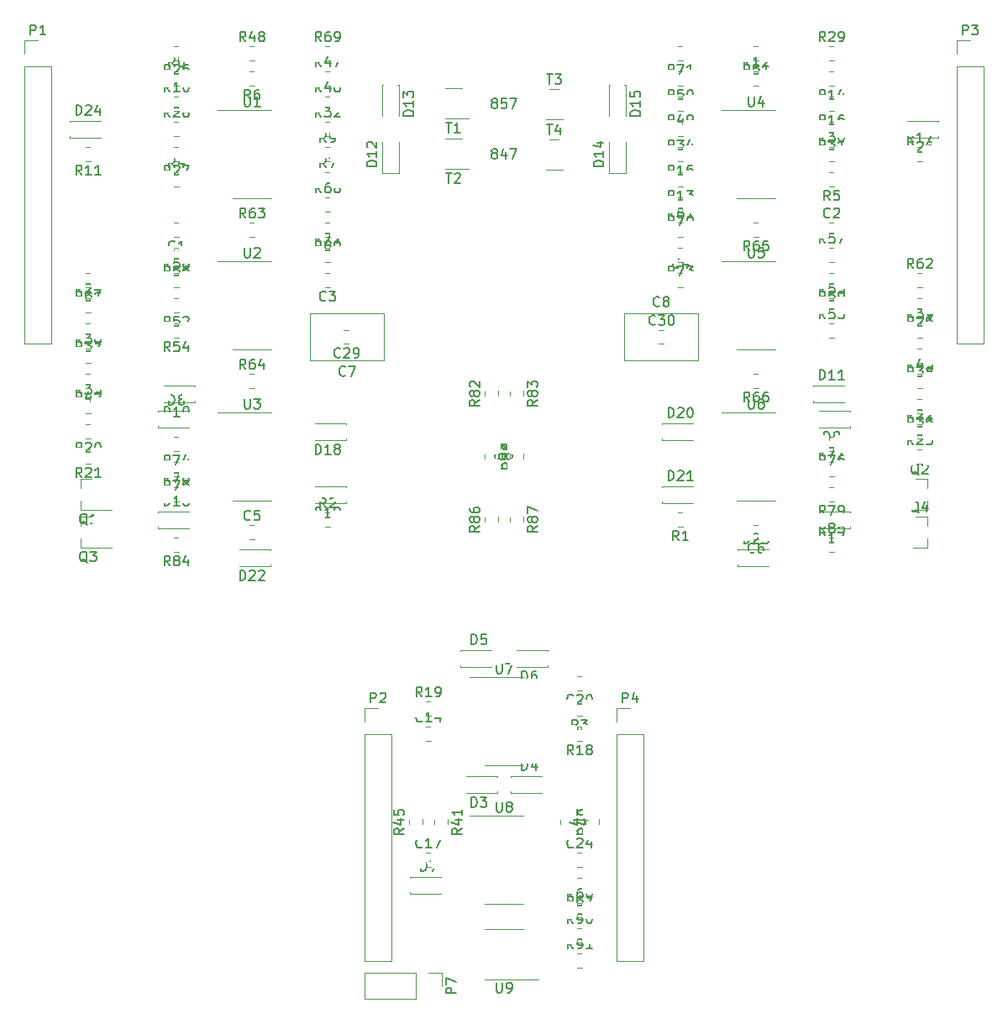
<source format=gbr>
G04 #@! TF.GenerationSoftware,KiCad,Pcbnew,(5.1.5)-3*
G04 #@! TF.CreationDate,2020-07-18T15:31:23-05:00*
G04 #@! TF.ProjectId,Miasma_Main_smd,4d696173-6d61-45f4-9d61-696e5f736d64,rev?*
G04 #@! TF.SameCoordinates,Original*
G04 #@! TF.FileFunction,Legend,Top*
G04 #@! TF.FilePolarity,Positive*
%FSLAX46Y46*%
G04 Gerber Fmt 4.6, Leading zero omitted, Abs format (unit mm)*
G04 Created by KiCad (PCBNEW (5.1.5)-3) date 2020-07-18 15:31:23*
%MOMM*%
%LPD*%
G04 APERTURE LIST*
%ADD10C,0.150000*%
%ADD11C,0.120000*%
%ADD12C,2.000000*%
%ADD13R,2.400000X1.050000*%
%ADD14R,2.300000X1.200000*%
%ADD15C,0.100000*%
%ADD16R,1.400000X1.400000*%
%ADD17O,2.100000X2.100000*%
%ADD18R,2.100000X2.100000*%
%ADD19C,5.100000*%
G04 APERTURE END LIST*
D10*
X143732380Y-59570952D02*
X143637142Y-59523333D01*
X143589523Y-59475714D01*
X143541904Y-59380476D01*
X143541904Y-59332857D01*
X143589523Y-59237619D01*
X143637142Y-59190000D01*
X143732380Y-59142380D01*
X143922857Y-59142380D01*
X144018095Y-59190000D01*
X144065714Y-59237619D01*
X144113333Y-59332857D01*
X144113333Y-59380476D01*
X144065714Y-59475714D01*
X144018095Y-59523333D01*
X143922857Y-59570952D01*
X143732380Y-59570952D01*
X143637142Y-59618571D01*
X143589523Y-59666190D01*
X143541904Y-59761428D01*
X143541904Y-59951904D01*
X143589523Y-60047142D01*
X143637142Y-60094761D01*
X143732380Y-60142380D01*
X143922857Y-60142380D01*
X144018095Y-60094761D01*
X144065714Y-60047142D01*
X144113333Y-59951904D01*
X144113333Y-59761428D01*
X144065714Y-59666190D01*
X144018095Y-59618571D01*
X143922857Y-59570952D01*
X144970476Y-59475714D02*
X144970476Y-60142380D01*
X144732380Y-59094761D02*
X144494285Y-59809047D01*
X145113333Y-59809047D01*
X145399047Y-59142380D02*
X146065714Y-59142380D01*
X145637142Y-60142380D01*
X143732380Y-54490952D02*
X143637142Y-54443333D01*
X143589523Y-54395714D01*
X143541904Y-54300476D01*
X143541904Y-54252857D01*
X143589523Y-54157619D01*
X143637142Y-54110000D01*
X143732380Y-54062380D01*
X143922857Y-54062380D01*
X144018095Y-54110000D01*
X144065714Y-54157619D01*
X144113333Y-54252857D01*
X144113333Y-54300476D01*
X144065714Y-54395714D01*
X144018095Y-54443333D01*
X143922857Y-54490952D01*
X143732380Y-54490952D01*
X143637142Y-54538571D01*
X143589523Y-54586190D01*
X143541904Y-54681428D01*
X143541904Y-54871904D01*
X143589523Y-54967142D01*
X143637142Y-55014761D01*
X143732380Y-55062380D01*
X143922857Y-55062380D01*
X144018095Y-55014761D01*
X144065714Y-54967142D01*
X144113333Y-54871904D01*
X144113333Y-54681428D01*
X144065714Y-54586190D01*
X144018095Y-54538571D01*
X143922857Y-54490952D01*
X145018095Y-54062380D02*
X144541904Y-54062380D01*
X144494285Y-54538571D01*
X144541904Y-54490952D01*
X144637142Y-54443333D01*
X144875238Y-54443333D01*
X144970476Y-54490952D01*
X145018095Y-54538571D01*
X145065714Y-54633809D01*
X145065714Y-54871904D01*
X145018095Y-54967142D01*
X144970476Y-55014761D01*
X144875238Y-55062380D01*
X144637142Y-55062380D01*
X144541904Y-55014761D01*
X144494285Y-54967142D01*
X145399047Y-54062380D02*
X146065714Y-54062380D01*
X145637142Y-55062380D01*
D11*
X132665000Y-80475000D02*
X125225000Y-80475000D01*
X132665000Y-75735000D02*
X125225000Y-75735000D01*
X132665000Y-80475000D02*
X132665000Y-75735000D01*
X125225000Y-80475000D02*
X125225000Y-75735000D01*
X164335000Y-75735000D02*
X164335000Y-80475000D01*
X156895000Y-75735000D02*
X156895000Y-80475000D01*
X156895000Y-80475000D02*
X164335000Y-80475000D01*
X156895000Y-75735000D02*
X164335000Y-75735000D01*
X150740000Y-58180000D02*
X148310000Y-58180000D01*
X148980000Y-61250000D02*
X150740000Y-61250000D01*
X150740000Y-53100000D02*
X148310000Y-53100000D01*
X148980000Y-56170000D02*
X150740000Y-56170000D01*
X138820000Y-61200000D02*
X141250000Y-61200000D01*
X140580000Y-58130000D02*
X138820000Y-58130000D01*
X138820000Y-56120000D02*
X141250000Y-56120000D01*
X140580000Y-53050000D02*
X138820000Y-53050000D01*
X187450000Y-99370000D02*
X185990000Y-99370000D01*
X187450000Y-96210000D02*
X184290000Y-96210000D01*
X187450000Y-96210000D02*
X187450000Y-97140000D01*
X187450000Y-99370000D02*
X187450000Y-98440000D01*
X102110000Y-96210000D02*
X103570000Y-96210000D01*
X102110000Y-99370000D02*
X105270000Y-99370000D01*
X102110000Y-99370000D02*
X102110000Y-98440000D01*
X102110000Y-96210000D02*
X102110000Y-97140000D01*
X187450000Y-95560000D02*
X185990000Y-95560000D01*
X187450000Y-92400000D02*
X184290000Y-92400000D01*
X187450000Y-92400000D02*
X187450000Y-93330000D01*
X187450000Y-95560000D02*
X187450000Y-94630000D01*
X102110000Y-92400000D02*
X103570000Y-92400000D01*
X102110000Y-95560000D02*
X105270000Y-95560000D01*
X102110000Y-95560000D02*
X102110000Y-94630000D01*
X102110000Y-92400000D02*
X102110000Y-93330000D01*
X144780000Y-137775000D02*
X142830000Y-137775000D01*
X144780000Y-137775000D02*
X146730000Y-137775000D01*
X144780000Y-142895000D02*
X142830000Y-142895000D01*
X144780000Y-142895000D02*
X148230000Y-142895000D01*
X168280000Y-99480000D02*
X171430000Y-99480000D01*
X168280000Y-101180000D02*
X171430000Y-101180000D01*
X168280000Y-99480000D02*
X168280000Y-101180000D01*
X121280000Y-101180000D02*
X118130000Y-101180000D01*
X121280000Y-99480000D02*
X118130000Y-99480000D01*
X121280000Y-101180000D02*
X121280000Y-99480000D01*
X160660000Y-93130000D02*
X163810000Y-93130000D01*
X160660000Y-94830000D02*
X163810000Y-94830000D01*
X160660000Y-93130000D02*
X160660000Y-94830000D01*
X160660000Y-86780000D02*
X163810000Y-86780000D01*
X160660000Y-88480000D02*
X163810000Y-88480000D01*
X160660000Y-86780000D02*
X160660000Y-88480000D01*
X128900000Y-94830000D02*
X125750000Y-94830000D01*
X128900000Y-93130000D02*
X125750000Y-93130000D01*
X128900000Y-94830000D02*
X128900000Y-93130000D01*
X128900000Y-88480000D02*
X125750000Y-88480000D01*
X128900000Y-86780000D02*
X125750000Y-86780000D01*
X128900000Y-88480000D02*
X128900000Y-86780000D01*
X179700000Y-97370000D02*
X176550000Y-97370000D01*
X179700000Y-95670000D02*
X176550000Y-95670000D01*
X179700000Y-97370000D02*
X179700000Y-95670000D01*
X109860000Y-95670000D02*
X113010000Y-95670000D01*
X109860000Y-97370000D02*
X113010000Y-97370000D01*
X109860000Y-95670000D02*
X109860000Y-97370000D01*
X157060000Y-52710000D02*
X157060000Y-55860000D01*
X155360000Y-52710000D02*
X155360000Y-55860000D01*
X157060000Y-52710000D02*
X155360000Y-52710000D01*
X155360000Y-61590000D02*
X155360000Y-58440000D01*
X157060000Y-61590000D02*
X157060000Y-58440000D01*
X155360000Y-61590000D02*
X157060000Y-61590000D01*
X134200000Y-52710000D02*
X134200000Y-55860000D01*
X132500000Y-52710000D02*
X132500000Y-55860000D01*
X134200000Y-52710000D02*
X132500000Y-52710000D01*
X132500000Y-61590000D02*
X132500000Y-58440000D01*
X134200000Y-61590000D02*
X134200000Y-58440000D01*
X132500000Y-61590000D02*
X134200000Y-61590000D01*
X175900000Y-82970000D02*
X179050000Y-82970000D01*
X175900000Y-84670000D02*
X179050000Y-84670000D01*
X175900000Y-82970000D02*
X175900000Y-84670000D01*
X113660000Y-84670000D02*
X110510000Y-84670000D01*
X113660000Y-82970000D02*
X110510000Y-82970000D01*
X113660000Y-84670000D02*
X113660000Y-82970000D01*
X179700000Y-87210000D02*
X176550000Y-87210000D01*
X179700000Y-85510000D02*
X176550000Y-85510000D01*
X179700000Y-87210000D02*
X179700000Y-85510000D01*
X109860000Y-85510000D02*
X113010000Y-85510000D01*
X109860000Y-87210000D02*
X113010000Y-87210000D01*
X109860000Y-85510000D02*
X109860000Y-87210000D01*
X135260000Y-132500000D02*
X138410000Y-132500000D01*
X135260000Y-134200000D02*
X138410000Y-134200000D01*
X135260000Y-132500000D02*
X135260000Y-134200000D01*
X149220000Y-111340000D02*
X146070000Y-111340000D01*
X149220000Y-109640000D02*
X146070000Y-109640000D01*
X149220000Y-111340000D02*
X149220000Y-109640000D01*
X140340000Y-109640000D02*
X143490000Y-109640000D01*
X140340000Y-111340000D02*
X143490000Y-111340000D01*
X140340000Y-109640000D02*
X140340000Y-111340000D01*
X145420000Y-122340000D02*
X148570000Y-122340000D01*
X145420000Y-124040000D02*
X148570000Y-124040000D01*
X145420000Y-122340000D02*
X145420000Y-124040000D01*
X144140000Y-124040000D02*
X140990000Y-124040000D01*
X144140000Y-122340000D02*
X140990000Y-122340000D01*
X144140000Y-124040000D02*
X144140000Y-122340000D01*
X144780000Y-126375000D02*
X141330000Y-126375000D01*
X144780000Y-126375000D02*
X146730000Y-126375000D01*
X144780000Y-135245000D02*
X142830000Y-135245000D01*
X144780000Y-135245000D02*
X146730000Y-135245000D01*
X144780000Y-112405000D02*
X141330000Y-112405000D01*
X144780000Y-112405000D02*
X146730000Y-112405000D01*
X144780000Y-121275000D02*
X142830000Y-121275000D01*
X144780000Y-121275000D02*
X146730000Y-121275000D01*
X170180000Y-85735000D02*
X166730000Y-85735000D01*
X170180000Y-85735000D02*
X172130000Y-85735000D01*
X170180000Y-94605000D02*
X168230000Y-94605000D01*
X170180000Y-94605000D02*
X172130000Y-94605000D01*
X170180000Y-70495000D02*
X166730000Y-70495000D01*
X170180000Y-70495000D02*
X172130000Y-70495000D01*
X170180000Y-79365000D02*
X168230000Y-79365000D01*
X170180000Y-79365000D02*
X172130000Y-79365000D01*
X170180000Y-55255000D02*
X166730000Y-55255000D01*
X170180000Y-55255000D02*
X172130000Y-55255000D01*
X170180000Y-64125000D02*
X168230000Y-64125000D01*
X170180000Y-64125000D02*
X172130000Y-64125000D01*
X119380000Y-85735000D02*
X115930000Y-85735000D01*
X119380000Y-85735000D02*
X121330000Y-85735000D01*
X119380000Y-94605000D02*
X117430000Y-94605000D01*
X119380000Y-94605000D02*
X121330000Y-94605000D01*
X119380000Y-70495000D02*
X115930000Y-70495000D01*
X119380000Y-70495000D02*
X121330000Y-70495000D01*
X119380000Y-79365000D02*
X117430000Y-79365000D01*
X119380000Y-79365000D02*
X121330000Y-79365000D01*
X119380000Y-55255000D02*
X115930000Y-55255000D01*
X119380000Y-55255000D02*
X121330000Y-55255000D01*
X119380000Y-64125000D02*
X117430000Y-64125000D01*
X119380000Y-64125000D02*
X121330000Y-64125000D01*
X152138748Y-140260000D02*
X152661252Y-140260000D01*
X152138748Y-141680000D02*
X152661252Y-141680000D01*
X152138748Y-139140000D02*
X152661252Y-139140000D01*
X152138748Y-137720000D02*
X152661252Y-137720000D01*
X146760000Y-90431252D02*
X146760000Y-89908748D01*
X145340000Y-90431252D02*
X145340000Y-89908748D01*
X142800000Y-89908748D02*
X142800000Y-90431252D01*
X144220000Y-89908748D02*
X144220000Y-90431252D01*
X145340000Y-96258748D02*
X145340000Y-96781252D01*
X146760000Y-96258748D02*
X146760000Y-96781252D01*
X144220000Y-96781252D02*
X144220000Y-96258748D01*
X142800000Y-96781252D02*
X142800000Y-96258748D01*
X177538748Y-99770000D02*
X178061252Y-99770000D01*
X177538748Y-98350000D02*
X178061252Y-98350000D01*
X112021252Y-98350000D02*
X111498748Y-98350000D01*
X112021252Y-99770000D02*
X111498748Y-99770000D01*
X145340000Y-83558748D02*
X145340000Y-84081252D01*
X146760000Y-83558748D02*
X146760000Y-84081252D01*
X144220000Y-84081252D02*
X144220000Y-83558748D01*
X142800000Y-84081252D02*
X142800000Y-83558748D01*
X162298748Y-68020000D02*
X162821252Y-68020000D01*
X162298748Y-66600000D02*
X162821252Y-66600000D01*
X127261252Y-66600000D02*
X126738748Y-66600000D01*
X127261252Y-68020000D02*
X126738748Y-68020000D01*
X178061252Y-93270000D02*
X177538748Y-93270000D01*
X178061252Y-94690000D02*
X177538748Y-94690000D01*
X111498748Y-94690000D02*
X112021252Y-94690000D01*
X111498748Y-93270000D02*
X112021252Y-93270000D01*
X177538748Y-92150000D02*
X178061252Y-92150000D01*
X177538748Y-90730000D02*
X178061252Y-90730000D01*
X178061252Y-88190000D02*
X177538748Y-88190000D01*
X178061252Y-89610000D02*
X177538748Y-89610000D01*
X112021252Y-90730000D02*
X111498748Y-90730000D01*
X112021252Y-92150000D02*
X111498748Y-92150000D01*
X112021252Y-88190000D02*
X111498748Y-88190000D01*
X112021252Y-89610000D02*
X111498748Y-89610000D01*
X162821252Y-69140000D02*
X162298748Y-69140000D01*
X162821252Y-70560000D02*
X162298748Y-70560000D01*
X126738748Y-70560000D02*
X127261252Y-70560000D01*
X126738748Y-69140000D02*
X127261252Y-69140000D01*
X162821252Y-48820000D02*
X162298748Y-48820000D01*
X162821252Y-50240000D02*
X162298748Y-50240000D01*
X162821252Y-64060000D02*
X162298748Y-64060000D01*
X162821252Y-65480000D02*
X162298748Y-65480000D01*
X126738748Y-50240000D02*
X127261252Y-50240000D01*
X126738748Y-48820000D02*
X127261252Y-48820000D01*
X126738748Y-65480000D02*
X127261252Y-65480000D01*
X126738748Y-64060000D02*
X127261252Y-64060000D01*
X152661252Y-132640000D02*
X152138748Y-132640000D01*
X152661252Y-134060000D02*
X152138748Y-134060000D01*
X170441252Y-81840000D02*
X169918748Y-81840000D01*
X170441252Y-83260000D02*
X169918748Y-83260000D01*
X170441252Y-66600000D02*
X169918748Y-66600000D01*
X170441252Y-68020000D02*
X169918748Y-68020000D01*
X119118748Y-83260000D02*
X119641252Y-83260000D01*
X119118748Y-81840000D02*
X119641252Y-81840000D01*
X119118748Y-68020000D02*
X119641252Y-68020000D01*
X119118748Y-66600000D02*
X119641252Y-66600000D01*
X186428748Y-73100000D02*
X186951252Y-73100000D01*
X186428748Y-71680000D02*
X186951252Y-71680000D01*
X103131252Y-71680000D02*
X102608748Y-71680000D01*
X103131252Y-73100000D02*
X102608748Y-73100000D01*
X152138748Y-136600000D02*
X152661252Y-136600000D01*
X152138748Y-135180000D02*
X152661252Y-135180000D01*
X178061252Y-71680000D02*
X177538748Y-71680000D01*
X178061252Y-73100000D02*
X177538748Y-73100000D01*
X111498748Y-73100000D02*
X112021252Y-73100000D01*
X111498748Y-71680000D02*
X112021252Y-71680000D01*
X177538748Y-70560000D02*
X178061252Y-70560000D01*
X177538748Y-69140000D02*
X178061252Y-69140000D01*
X112021252Y-69140000D02*
X111498748Y-69140000D01*
X112021252Y-70560000D02*
X111498748Y-70560000D01*
X177538748Y-78180000D02*
X178061252Y-78180000D01*
X177538748Y-76760000D02*
X178061252Y-76760000D01*
X112021252Y-76760000D02*
X111498748Y-76760000D01*
X112021252Y-78180000D02*
X111498748Y-78180000D01*
X177538748Y-75640000D02*
X178061252Y-75640000D01*
X177538748Y-74220000D02*
X178061252Y-74220000D01*
X112021252Y-74220000D02*
X111498748Y-74220000D01*
X112021252Y-75640000D02*
X111498748Y-75640000D01*
X170441252Y-48820000D02*
X169918748Y-48820000D01*
X170441252Y-50240000D02*
X169918748Y-50240000D01*
X162821252Y-51360000D02*
X162298748Y-51360000D01*
X162821252Y-52780000D02*
X162298748Y-52780000D01*
X162821252Y-53900000D02*
X162298748Y-53900000D01*
X162821252Y-55320000D02*
X162298748Y-55320000D01*
X119118748Y-50240000D02*
X119641252Y-50240000D01*
X119118748Y-48820000D02*
X119641252Y-48820000D01*
X126738748Y-52780000D02*
X127261252Y-52780000D01*
X126738748Y-51360000D02*
X127261252Y-51360000D01*
X126738748Y-55320000D02*
X127261252Y-55320000D01*
X126738748Y-53900000D02*
X127261252Y-53900000D01*
X136600000Y-127261252D02*
X136600000Y-126738748D01*
X135180000Y-127261252D02*
X135180000Y-126738748D01*
X154380000Y-127261252D02*
X154380000Y-126738748D01*
X152960000Y-127261252D02*
X152960000Y-126738748D01*
X186428748Y-83260000D02*
X186951252Y-83260000D01*
X186428748Y-81840000D02*
X186951252Y-81840000D01*
X103131252Y-81840000D02*
X102608748Y-81840000D01*
X103131252Y-83260000D02*
X102608748Y-83260000D01*
X137720000Y-126738748D02*
X137720000Y-127261252D01*
X139140000Y-126738748D02*
X139140000Y-127261252D01*
X150420000Y-126738748D02*
X150420000Y-127261252D01*
X151840000Y-126738748D02*
X151840000Y-127261252D01*
X186428748Y-78180000D02*
X186951252Y-78180000D01*
X186428748Y-76760000D02*
X186951252Y-76760000D01*
X186951252Y-79300000D02*
X186428748Y-79300000D01*
X186951252Y-80720000D02*
X186428748Y-80720000D01*
X103131252Y-76760000D02*
X102608748Y-76760000D01*
X103131252Y-78180000D02*
X102608748Y-78180000D01*
X102608748Y-80720000D02*
X103131252Y-80720000D01*
X102608748Y-79300000D02*
X103131252Y-79300000D01*
X186951252Y-84380000D02*
X186428748Y-84380000D01*
X186951252Y-85800000D02*
X186428748Y-85800000D01*
X162821252Y-56440000D02*
X162298748Y-56440000D01*
X162821252Y-57860000D02*
X162298748Y-57860000D01*
X102608748Y-85800000D02*
X103131252Y-85800000D01*
X102608748Y-84380000D02*
X103131252Y-84380000D01*
X126738748Y-57860000D02*
X127261252Y-57860000D01*
X126738748Y-56440000D02*
X127261252Y-56440000D01*
X178061252Y-56440000D02*
X177538748Y-56440000D01*
X178061252Y-57860000D02*
X177538748Y-57860000D01*
X177538748Y-60400000D02*
X178061252Y-60400000D01*
X177538748Y-58980000D02*
X178061252Y-58980000D01*
X177538748Y-50240000D02*
X178061252Y-50240000D01*
X177538748Y-48820000D02*
X178061252Y-48820000D01*
X111498748Y-57860000D02*
X112021252Y-57860000D01*
X111498748Y-56440000D02*
X112021252Y-56440000D01*
X112021252Y-58980000D02*
X111498748Y-58980000D01*
X112021252Y-60400000D02*
X111498748Y-60400000D01*
X112021252Y-48820000D02*
X111498748Y-48820000D01*
X112021252Y-50240000D02*
X111498748Y-50240000D01*
X186951252Y-74220000D02*
X186428748Y-74220000D01*
X186951252Y-75640000D02*
X186428748Y-75640000D01*
X102608748Y-75640000D02*
X103131252Y-75640000D01*
X102608748Y-74220000D02*
X103131252Y-74220000D01*
X186428748Y-90880000D02*
X186951252Y-90880000D01*
X186428748Y-89460000D02*
X186951252Y-89460000D01*
X186428748Y-88340000D02*
X186951252Y-88340000D01*
X186428748Y-86920000D02*
X186951252Y-86920000D01*
X103131252Y-89460000D02*
X102608748Y-89460000D01*
X103131252Y-90880000D02*
X102608748Y-90880000D01*
X103131252Y-86920000D02*
X102608748Y-86920000D01*
X103131252Y-88340000D02*
X102608748Y-88340000D01*
X136898748Y-116280000D02*
X137421252Y-116280000D01*
X136898748Y-114860000D02*
X137421252Y-114860000D01*
X152661252Y-117400000D02*
X152138748Y-117400000D01*
X152661252Y-118820000D02*
X152138748Y-118820000D01*
X186428748Y-60400000D02*
X186951252Y-60400000D01*
X186428748Y-58980000D02*
X186951252Y-58980000D01*
X178061252Y-53900000D02*
X177538748Y-53900000D01*
X178061252Y-55320000D02*
X177538748Y-55320000D01*
X162821252Y-58980000D02*
X162298748Y-58980000D01*
X162821252Y-60400000D02*
X162298748Y-60400000D01*
X178061252Y-51360000D02*
X177538748Y-51360000D01*
X178061252Y-52780000D02*
X177538748Y-52780000D01*
X162821252Y-61520000D02*
X162298748Y-61520000D01*
X162821252Y-62940000D02*
X162298748Y-62940000D01*
X169918748Y-52780000D02*
X170441252Y-52780000D01*
X169918748Y-51360000D02*
X170441252Y-51360000D01*
X103131252Y-58980000D02*
X102608748Y-58980000D01*
X103131252Y-60400000D02*
X102608748Y-60400000D01*
X111498748Y-55320000D02*
X112021252Y-55320000D01*
X111498748Y-53900000D02*
X112021252Y-53900000D01*
X126738748Y-60400000D02*
X127261252Y-60400000D01*
X126738748Y-58980000D02*
X127261252Y-58980000D01*
X111498748Y-52780000D02*
X112021252Y-52780000D01*
X111498748Y-51360000D02*
X112021252Y-51360000D01*
X126738748Y-62940000D02*
X127261252Y-62940000D01*
X126738748Y-61520000D02*
X127261252Y-61520000D01*
X119641252Y-51360000D02*
X119118748Y-51360000D01*
X119641252Y-52780000D02*
X119118748Y-52780000D01*
X178061252Y-61520000D02*
X177538748Y-61520000D01*
X178061252Y-62940000D02*
X177538748Y-62940000D01*
X111498748Y-62940000D02*
X112021252Y-62940000D01*
X111498748Y-61520000D02*
X112021252Y-61520000D01*
X152661252Y-114860000D02*
X152138748Y-114860000D01*
X152661252Y-116280000D02*
X152138748Y-116280000D01*
X126738748Y-97230000D02*
X127261252Y-97230000D01*
X126738748Y-95810000D02*
X127261252Y-95810000D01*
X162821252Y-95810000D02*
X162298748Y-95810000D01*
X162821252Y-97230000D02*
X162298748Y-97230000D01*
X138490000Y-142180000D02*
X138490000Y-143510000D01*
X137160000Y-142180000D02*
X138490000Y-142180000D01*
X135890000Y-142180000D02*
X135890000Y-144840000D01*
X135890000Y-144840000D02*
X130750000Y-144840000D01*
X135890000Y-142180000D02*
X130750000Y-142180000D01*
X130750000Y-142180000D02*
X130750000Y-144840000D01*
X160393748Y-78815000D02*
X160916252Y-78815000D01*
X160393748Y-77395000D02*
X160916252Y-77395000D01*
X129166252Y-77395000D02*
X128643748Y-77395000D01*
X129166252Y-78815000D02*
X128643748Y-78815000D01*
X152138748Y-131520000D02*
X152661252Y-131520000D01*
X152138748Y-130100000D02*
X152661252Y-130100000D01*
X152661252Y-112320000D02*
X152138748Y-112320000D01*
X152661252Y-113740000D02*
X152138748Y-113740000D01*
X136898748Y-131520000D02*
X137421252Y-131520000D01*
X136898748Y-130100000D02*
X137421252Y-130100000D01*
X136898748Y-118820000D02*
X137421252Y-118820000D01*
X136898748Y-117400000D02*
X137421252Y-117400000D01*
X170441252Y-97080000D02*
X169918748Y-97080000D01*
X170441252Y-98500000D02*
X169918748Y-98500000D01*
X119118748Y-98500000D02*
X119641252Y-98500000D01*
X119118748Y-97080000D02*
X119641252Y-97080000D01*
X162298748Y-73100000D02*
X162821252Y-73100000D01*
X162298748Y-71680000D02*
X162821252Y-71680000D01*
X127261252Y-71680000D02*
X126738748Y-71680000D01*
X127261252Y-73100000D02*
X126738748Y-73100000D01*
X177538748Y-68020000D02*
X178061252Y-68020000D01*
X177538748Y-66600000D02*
X178061252Y-66600000D01*
X112021252Y-66600000D02*
X111498748Y-66600000D01*
X112021252Y-68020000D02*
X111498748Y-68020000D01*
X156150000Y-115510000D02*
X157480000Y-115510000D01*
X156150000Y-116840000D02*
X156150000Y-115510000D01*
X156150000Y-118110000D02*
X158810000Y-118110000D01*
X158810000Y-118110000D02*
X158810000Y-141030000D01*
X156150000Y-118110000D02*
X156150000Y-141030000D01*
X156150000Y-141030000D02*
X158810000Y-141030000D01*
X190440000Y-48200000D02*
X191770000Y-48200000D01*
X190440000Y-49530000D02*
X190440000Y-48200000D01*
X190440000Y-50800000D02*
X193100000Y-50800000D01*
X193100000Y-50800000D02*
X193100000Y-78800000D01*
X190440000Y-50800000D02*
X190440000Y-78800000D01*
X190440000Y-78800000D02*
X193100000Y-78800000D01*
X130750000Y-115510000D02*
X132080000Y-115510000D01*
X130750000Y-116840000D02*
X130750000Y-115510000D01*
X130750000Y-118110000D02*
X133410000Y-118110000D01*
X133410000Y-118110000D02*
X133410000Y-141030000D01*
X130750000Y-118110000D02*
X130750000Y-141030000D01*
X130750000Y-141030000D02*
X133410000Y-141030000D01*
X96460000Y-48200000D02*
X97790000Y-48200000D01*
X96460000Y-49530000D02*
X96460000Y-48200000D01*
X96460000Y-50800000D02*
X99120000Y-50800000D01*
X99120000Y-50800000D02*
X99120000Y-78800000D01*
X96460000Y-50800000D02*
X96460000Y-78800000D01*
X96460000Y-78800000D02*
X99120000Y-78800000D01*
X188590000Y-58000000D02*
X185440000Y-58000000D01*
X188590000Y-56300000D02*
X185440000Y-56300000D01*
X188590000Y-58000000D02*
X188590000Y-56300000D01*
X100970000Y-56300000D02*
X104120000Y-56300000D01*
X100970000Y-58000000D02*
X104120000Y-58000000D01*
X100970000Y-56300000D02*
X100970000Y-58000000D01*
D10*
X128778333Y-81962142D02*
X128730714Y-82009761D01*
X128587857Y-82057380D01*
X128492619Y-82057380D01*
X128349761Y-82009761D01*
X128254523Y-81914523D01*
X128206904Y-81819285D01*
X128159285Y-81628809D01*
X128159285Y-81485952D01*
X128206904Y-81295476D01*
X128254523Y-81200238D01*
X128349761Y-81105000D01*
X128492619Y-81057380D01*
X128587857Y-81057380D01*
X128730714Y-81105000D01*
X128778333Y-81152619D01*
X129111666Y-81057380D02*
X129778333Y-81057380D01*
X129349761Y-82057380D01*
X160448333Y-74962142D02*
X160400714Y-75009761D01*
X160257857Y-75057380D01*
X160162619Y-75057380D01*
X160019761Y-75009761D01*
X159924523Y-74914523D01*
X159876904Y-74819285D01*
X159829285Y-74628809D01*
X159829285Y-74485952D01*
X159876904Y-74295476D01*
X159924523Y-74200238D01*
X160019761Y-74105000D01*
X160162619Y-74057380D01*
X160257857Y-74057380D01*
X160400714Y-74105000D01*
X160448333Y-74152619D01*
X161019761Y-74485952D02*
X160924523Y-74438333D01*
X160876904Y-74390714D01*
X160829285Y-74295476D01*
X160829285Y-74247857D01*
X160876904Y-74152619D01*
X160924523Y-74105000D01*
X161019761Y-74057380D01*
X161210238Y-74057380D01*
X161305476Y-74105000D01*
X161353095Y-74152619D01*
X161400714Y-74247857D01*
X161400714Y-74295476D01*
X161353095Y-74390714D01*
X161305476Y-74438333D01*
X161210238Y-74485952D01*
X161019761Y-74485952D01*
X160924523Y-74533571D01*
X160876904Y-74581190D01*
X160829285Y-74676428D01*
X160829285Y-74866904D01*
X160876904Y-74962142D01*
X160924523Y-75009761D01*
X161019761Y-75057380D01*
X161210238Y-75057380D01*
X161305476Y-75009761D01*
X161353095Y-74962142D01*
X161400714Y-74866904D01*
X161400714Y-74676428D01*
X161353095Y-74581190D01*
X161305476Y-74533571D01*
X161210238Y-74485952D01*
X149098095Y-56692380D02*
X149669523Y-56692380D01*
X149383809Y-57692380D02*
X149383809Y-56692380D01*
X150431428Y-57025714D02*
X150431428Y-57692380D01*
X150193333Y-56644761D02*
X149955238Y-57359047D01*
X150574285Y-57359047D01*
X149098095Y-51612380D02*
X149669523Y-51612380D01*
X149383809Y-52612380D02*
X149383809Y-51612380D01*
X149907619Y-51612380D02*
X150526666Y-51612380D01*
X150193333Y-51993333D01*
X150336190Y-51993333D01*
X150431428Y-52040952D01*
X150479047Y-52088571D01*
X150526666Y-52183809D01*
X150526666Y-52421904D01*
X150479047Y-52517142D01*
X150431428Y-52564761D01*
X150336190Y-52612380D01*
X150050476Y-52612380D01*
X149955238Y-52564761D01*
X149907619Y-52517142D01*
X138938095Y-61592380D02*
X139509523Y-61592380D01*
X139223809Y-62592380D02*
X139223809Y-61592380D01*
X139795238Y-61687619D02*
X139842857Y-61640000D01*
X139938095Y-61592380D01*
X140176190Y-61592380D01*
X140271428Y-61640000D01*
X140319047Y-61687619D01*
X140366666Y-61782857D01*
X140366666Y-61878095D01*
X140319047Y-62020952D01*
X139747619Y-62592380D01*
X140366666Y-62592380D01*
X138938095Y-56512380D02*
X139509523Y-56512380D01*
X139223809Y-57512380D02*
X139223809Y-56512380D01*
X140366666Y-57512380D02*
X139795238Y-57512380D01*
X140080952Y-57512380D02*
X140080952Y-56512380D01*
X139985714Y-56655238D01*
X139890476Y-56750476D01*
X139795238Y-56798095D01*
X186594761Y-95837619D02*
X186499523Y-95790000D01*
X186404285Y-95694761D01*
X186261428Y-95551904D01*
X186166190Y-95504285D01*
X186070952Y-95504285D01*
X186118571Y-95742380D02*
X186023333Y-95694761D01*
X185928095Y-95599523D01*
X185880476Y-95409047D01*
X185880476Y-95075714D01*
X185928095Y-94885238D01*
X186023333Y-94790000D01*
X186118571Y-94742380D01*
X186309047Y-94742380D01*
X186404285Y-94790000D01*
X186499523Y-94885238D01*
X186547142Y-95075714D01*
X186547142Y-95409047D01*
X186499523Y-95599523D01*
X186404285Y-95694761D01*
X186309047Y-95742380D01*
X186118571Y-95742380D01*
X187404285Y-95075714D02*
X187404285Y-95742380D01*
X187166190Y-94694761D02*
X186928095Y-95409047D01*
X187547142Y-95409047D01*
X102774761Y-100837619D02*
X102679523Y-100790000D01*
X102584285Y-100694761D01*
X102441428Y-100551904D01*
X102346190Y-100504285D01*
X102250952Y-100504285D01*
X102298571Y-100742380D02*
X102203333Y-100694761D01*
X102108095Y-100599523D01*
X102060476Y-100409047D01*
X102060476Y-100075714D01*
X102108095Y-99885238D01*
X102203333Y-99790000D01*
X102298571Y-99742380D01*
X102489047Y-99742380D01*
X102584285Y-99790000D01*
X102679523Y-99885238D01*
X102727142Y-100075714D01*
X102727142Y-100409047D01*
X102679523Y-100599523D01*
X102584285Y-100694761D01*
X102489047Y-100742380D01*
X102298571Y-100742380D01*
X103060476Y-99742380D02*
X103679523Y-99742380D01*
X103346190Y-100123333D01*
X103489047Y-100123333D01*
X103584285Y-100170952D01*
X103631904Y-100218571D01*
X103679523Y-100313809D01*
X103679523Y-100551904D01*
X103631904Y-100647142D01*
X103584285Y-100694761D01*
X103489047Y-100742380D01*
X103203333Y-100742380D01*
X103108095Y-100694761D01*
X103060476Y-100647142D01*
X186594761Y-92027619D02*
X186499523Y-91980000D01*
X186404285Y-91884761D01*
X186261428Y-91741904D01*
X186166190Y-91694285D01*
X186070952Y-91694285D01*
X186118571Y-91932380D02*
X186023333Y-91884761D01*
X185928095Y-91789523D01*
X185880476Y-91599047D01*
X185880476Y-91265714D01*
X185928095Y-91075238D01*
X186023333Y-90980000D01*
X186118571Y-90932380D01*
X186309047Y-90932380D01*
X186404285Y-90980000D01*
X186499523Y-91075238D01*
X186547142Y-91265714D01*
X186547142Y-91599047D01*
X186499523Y-91789523D01*
X186404285Y-91884761D01*
X186309047Y-91932380D01*
X186118571Y-91932380D01*
X186928095Y-91027619D02*
X186975714Y-90980000D01*
X187070952Y-90932380D01*
X187309047Y-90932380D01*
X187404285Y-90980000D01*
X187451904Y-91027619D01*
X187499523Y-91122857D01*
X187499523Y-91218095D01*
X187451904Y-91360952D01*
X186880476Y-91932380D01*
X187499523Y-91932380D01*
X102774761Y-97027619D02*
X102679523Y-96980000D01*
X102584285Y-96884761D01*
X102441428Y-96741904D01*
X102346190Y-96694285D01*
X102250952Y-96694285D01*
X102298571Y-96932380D02*
X102203333Y-96884761D01*
X102108095Y-96789523D01*
X102060476Y-96599047D01*
X102060476Y-96265714D01*
X102108095Y-96075238D01*
X102203333Y-95980000D01*
X102298571Y-95932380D01*
X102489047Y-95932380D01*
X102584285Y-95980000D01*
X102679523Y-96075238D01*
X102727142Y-96265714D01*
X102727142Y-96599047D01*
X102679523Y-96789523D01*
X102584285Y-96884761D01*
X102489047Y-96932380D01*
X102298571Y-96932380D01*
X103679523Y-96932380D02*
X103108095Y-96932380D01*
X103393809Y-96932380D02*
X103393809Y-95932380D01*
X103298571Y-96075238D01*
X103203333Y-96170476D01*
X103108095Y-96218095D01*
X144018095Y-143187380D02*
X144018095Y-143996904D01*
X144065714Y-144092142D01*
X144113333Y-144139761D01*
X144208571Y-144187380D01*
X144399047Y-144187380D01*
X144494285Y-144139761D01*
X144541904Y-144092142D01*
X144589523Y-143996904D01*
X144589523Y-143187380D01*
X145113333Y-144187380D02*
X145303809Y-144187380D01*
X145399047Y-144139761D01*
X145446666Y-144092142D01*
X145541904Y-143949285D01*
X145589523Y-143758809D01*
X145589523Y-143377857D01*
X145541904Y-143282619D01*
X145494285Y-143235000D01*
X145399047Y-143187380D01*
X145208571Y-143187380D01*
X145113333Y-143235000D01*
X145065714Y-143282619D01*
X145018095Y-143377857D01*
X145018095Y-143615952D01*
X145065714Y-143711190D01*
X145113333Y-143758809D01*
X145208571Y-143806428D01*
X145399047Y-143806428D01*
X145494285Y-143758809D01*
X145541904Y-143711190D01*
X145589523Y-143615952D01*
X168965714Y-98932380D02*
X168965714Y-97932380D01*
X169203809Y-97932380D01*
X169346666Y-97980000D01*
X169441904Y-98075238D01*
X169489523Y-98170476D01*
X169537142Y-98360952D01*
X169537142Y-98503809D01*
X169489523Y-98694285D01*
X169441904Y-98789523D01*
X169346666Y-98884761D01*
X169203809Y-98932380D01*
X168965714Y-98932380D01*
X169918095Y-98027619D02*
X169965714Y-97980000D01*
X170060952Y-97932380D01*
X170299047Y-97932380D01*
X170394285Y-97980000D01*
X170441904Y-98027619D01*
X170489523Y-98122857D01*
X170489523Y-98218095D01*
X170441904Y-98360952D01*
X169870476Y-98932380D01*
X170489523Y-98932380D01*
X170822857Y-97932380D02*
X171441904Y-97932380D01*
X171108571Y-98313333D01*
X171251428Y-98313333D01*
X171346666Y-98360952D01*
X171394285Y-98408571D01*
X171441904Y-98503809D01*
X171441904Y-98741904D01*
X171394285Y-98837142D01*
X171346666Y-98884761D01*
X171251428Y-98932380D01*
X170965714Y-98932380D01*
X170870476Y-98884761D01*
X170822857Y-98837142D01*
X118165714Y-102632380D02*
X118165714Y-101632380D01*
X118403809Y-101632380D01*
X118546666Y-101680000D01*
X118641904Y-101775238D01*
X118689523Y-101870476D01*
X118737142Y-102060952D01*
X118737142Y-102203809D01*
X118689523Y-102394285D01*
X118641904Y-102489523D01*
X118546666Y-102584761D01*
X118403809Y-102632380D01*
X118165714Y-102632380D01*
X119118095Y-101727619D02*
X119165714Y-101680000D01*
X119260952Y-101632380D01*
X119499047Y-101632380D01*
X119594285Y-101680000D01*
X119641904Y-101727619D01*
X119689523Y-101822857D01*
X119689523Y-101918095D01*
X119641904Y-102060952D01*
X119070476Y-102632380D01*
X119689523Y-102632380D01*
X120070476Y-101727619D02*
X120118095Y-101680000D01*
X120213333Y-101632380D01*
X120451428Y-101632380D01*
X120546666Y-101680000D01*
X120594285Y-101727619D01*
X120641904Y-101822857D01*
X120641904Y-101918095D01*
X120594285Y-102060952D01*
X120022857Y-102632380D01*
X120641904Y-102632380D01*
X161345714Y-92582380D02*
X161345714Y-91582380D01*
X161583809Y-91582380D01*
X161726666Y-91630000D01*
X161821904Y-91725238D01*
X161869523Y-91820476D01*
X161917142Y-92010952D01*
X161917142Y-92153809D01*
X161869523Y-92344285D01*
X161821904Y-92439523D01*
X161726666Y-92534761D01*
X161583809Y-92582380D01*
X161345714Y-92582380D01*
X162298095Y-91677619D02*
X162345714Y-91630000D01*
X162440952Y-91582380D01*
X162679047Y-91582380D01*
X162774285Y-91630000D01*
X162821904Y-91677619D01*
X162869523Y-91772857D01*
X162869523Y-91868095D01*
X162821904Y-92010952D01*
X162250476Y-92582380D01*
X162869523Y-92582380D01*
X163821904Y-92582380D02*
X163250476Y-92582380D01*
X163536190Y-92582380D02*
X163536190Y-91582380D01*
X163440952Y-91725238D01*
X163345714Y-91820476D01*
X163250476Y-91868095D01*
X161345714Y-86232380D02*
X161345714Y-85232380D01*
X161583809Y-85232380D01*
X161726666Y-85280000D01*
X161821904Y-85375238D01*
X161869523Y-85470476D01*
X161917142Y-85660952D01*
X161917142Y-85803809D01*
X161869523Y-85994285D01*
X161821904Y-86089523D01*
X161726666Y-86184761D01*
X161583809Y-86232380D01*
X161345714Y-86232380D01*
X162298095Y-85327619D02*
X162345714Y-85280000D01*
X162440952Y-85232380D01*
X162679047Y-85232380D01*
X162774285Y-85280000D01*
X162821904Y-85327619D01*
X162869523Y-85422857D01*
X162869523Y-85518095D01*
X162821904Y-85660952D01*
X162250476Y-86232380D01*
X162869523Y-86232380D01*
X163488571Y-85232380D02*
X163583809Y-85232380D01*
X163679047Y-85280000D01*
X163726666Y-85327619D01*
X163774285Y-85422857D01*
X163821904Y-85613333D01*
X163821904Y-85851428D01*
X163774285Y-86041904D01*
X163726666Y-86137142D01*
X163679047Y-86184761D01*
X163583809Y-86232380D01*
X163488571Y-86232380D01*
X163393333Y-86184761D01*
X163345714Y-86137142D01*
X163298095Y-86041904D01*
X163250476Y-85851428D01*
X163250476Y-85613333D01*
X163298095Y-85422857D01*
X163345714Y-85327619D01*
X163393333Y-85280000D01*
X163488571Y-85232380D01*
X125785714Y-96282380D02*
X125785714Y-95282380D01*
X126023809Y-95282380D01*
X126166666Y-95330000D01*
X126261904Y-95425238D01*
X126309523Y-95520476D01*
X126357142Y-95710952D01*
X126357142Y-95853809D01*
X126309523Y-96044285D01*
X126261904Y-96139523D01*
X126166666Y-96234761D01*
X126023809Y-96282380D01*
X125785714Y-96282380D01*
X127309523Y-96282380D02*
X126738095Y-96282380D01*
X127023809Y-96282380D02*
X127023809Y-95282380D01*
X126928571Y-95425238D01*
X126833333Y-95520476D01*
X126738095Y-95568095D01*
X127785714Y-96282380D02*
X127976190Y-96282380D01*
X128071428Y-96234761D01*
X128119047Y-96187142D01*
X128214285Y-96044285D01*
X128261904Y-95853809D01*
X128261904Y-95472857D01*
X128214285Y-95377619D01*
X128166666Y-95330000D01*
X128071428Y-95282380D01*
X127880952Y-95282380D01*
X127785714Y-95330000D01*
X127738095Y-95377619D01*
X127690476Y-95472857D01*
X127690476Y-95710952D01*
X127738095Y-95806190D01*
X127785714Y-95853809D01*
X127880952Y-95901428D01*
X128071428Y-95901428D01*
X128166666Y-95853809D01*
X128214285Y-95806190D01*
X128261904Y-95710952D01*
X125785714Y-89932380D02*
X125785714Y-88932380D01*
X126023809Y-88932380D01*
X126166666Y-88980000D01*
X126261904Y-89075238D01*
X126309523Y-89170476D01*
X126357142Y-89360952D01*
X126357142Y-89503809D01*
X126309523Y-89694285D01*
X126261904Y-89789523D01*
X126166666Y-89884761D01*
X126023809Y-89932380D01*
X125785714Y-89932380D01*
X127309523Y-89932380D02*
X126738095Y-89932380D01*
X127023809Y-89932380D02*
X127023809Y-88932380D01*
X126928571Y-89075238D01*
X126833333Y-89170476D01*
X126738095Y-89218095D01*
X127880952Y-89360952D02*
X127785714Y-89313333D01*
X127738095Y-89265714D01*
X127690476Y-89170476D01*
X127690476Y-89122857D01*
X127738095Y-89027619D01*
X127785714Y-88980000D01*
X127880952Y-88932380D01*
X128071428Y-88932380D01*
X128166666Y-88980000D01*
X128214285Y-89027619D01*
X128261904Y-89122857D01*
X128261904Y-89170476D01*
X128214285Y-89265714D01*
X128166666Y-89313333D01*
X128071428Y-89360952D01*
X127880952Y-89360952D01*
X127785714Y-89408571D01*
X127738095Y-89456190D01*
X127690476Y-89551428D01*
X127690476Y-89741904D01*
X127738095Y-89837142D01*
X127785714Y-89884761D01*
X127880952Y-89932380D01*
X128071428Y-89932380D01*
X128166666Y-89884761D01*
X128214285Y-89837142D01*
X128261904Y-89741904D01*
X128261904Y-89551428D01*
X128214285Y-89456190D01*
X128166666Y-89408571D01*
X128071428Y-89360952D01*
X176585714Y-98822380D02*
X176585714Y-97822380D01*
X176823809Y-97822380D01*
X176966666Y-97870000D01*
X177061904Y-97965238D01*
X177109523Y-98060476D01*
X177157142Y-98250952D01*
X177157142Y-98393809D01*
X177109523Y-98584285D01*
X177061904Y-98679523D01*
X176966666Y-98774761D01*
X176823809Y-98822380D01*
X176585714Y-98822380D01*
X178109523Y-98822380D02*
X177538095Y-98822380D01*
X177823809Y-98822380D02*
X177823809Y-97822380D01*
X177728571Y-97965238D01*
X177633333Y-98060476D01*
X177538095Y-98108095D01*
X178442857Y-97822380D02*
X179109523Y-97822380D01*
X178680952Y-98822380D01*
X110545714Y-95122380D02*
X110545714Y-94122380D01*
X110783809Y-94122380D01*
X110926666Y-94170000D01*
X111021904Y-94265238D01*
X111069523Y-94360476D01*
X111117142Y-94550952D01*
X111117142Y-94693809D01*
X111069523Y-94884285D01*
X111021904Y-94979523D01*
X110926666Y-95074761D01*
X110783809Y-95122380D01*
X110545714Y-95122380D01*
X112069523Y-95122380D02*
X111498095Y-95122380D01*
X111783809Y-95122380D02*
X111783809Y-94122380D01*
X111688571Y-94265238D01*
X111593333Y-94360476D01*
X111498095Y-94408095D01*
X112926666Y-94122380D02*
X112736190Y-94122380D01*
X112640952Y-94170000D01*
X112593333Y-94217619D01*
X112498095Y-94360476D01*
X112450476Y-94550952D01*
X112450476Y-94931904D01*
X112498095Y-95027142D01*
X112545714Y-95074761D01*
X112640952Y-95122380D01*
X112831428Y-95122380D01*
X112926666Y-95074761D01*
X112974285Y-95027142D01*
X113021904Y-94931904D01*
X113021904Y-94693809D01*
X112974285Y-94598571D01*
X112926666Y-94550952D01*
X112831428Y-94503333D01*
X112640952Y-94503333D01*
X112545714Y-94550952D01*
X112498095Y-94598571D01*
X112450476Y-94693809D01*
X158512380Y-55824285D02*
X157512380Y-55824285D01*
X157512380Y-55586190D01*
X157560000Y-55443333D01*
X157655238Y-55348095D01*
X157750476Y-55300476D01*
X157940952Y-55252857D01*
X158083809Y-55252857D01*
X158274285Y-55300476D01*
X158369523Y-55348095D01*
X158464761Y-55443333D01*
X158512380Y-55586190D01*
X158512380Y-55824285D01*
X158512380Y-54300476D02*
X158512380Y-54871904D01*
X158512380Y-54586190D02*
X157512380Y-54586190D01*
X157655238Y-54681428D01*
X157750476Y-54776666D01*
X157798095Y-54871904D01*
X157512380Y-53395714D02*
X157512380Y-53871904D01*
X157988571Y-53919523D01*
X157940952Y-53871904D01*
X157893333Y-53776666D01*
X157893333Y-53538571D01*
X157940952Y-53443333D01*
X157988571Y-53395714D01*
X158083809Y-53348095D01*
X158321904Y-53348095D01*
X158417142Y-53395714D01*
X158464761Y-53443333D01*
X158512380Y-53538571D01*
X158512380Y-53776666D01*
X158464761Y-53871904D01*
X158417142Y-53919523D01*
X154812380Y-60904285D02*
X153812380Y-60904285D01*
X153812380Y-60666190D01*
X153860000Y-60523333D01*
X153955238Y-60428095D01*
X154050476Y-60380476D01*
X154240952Y-60332857D01*
X154383809Y-60332857D01*
X154574285Y-60380476D01*
X154669523Y-60428095D01*
X154764761Y-60523333D01*
X154812380Y-60666190D01*
X154812380Y-60904285D01*
X154812380Y-59380476D02*
X154812380Y-59951904D01*
X154812380Y-59666190D02*
X153812380Y-59666190D01*
X153955238Y-59761428D01*
X154050476Y-59856666D01*
X154098095Y-59951904D01*
X154145714Y-58523333D02*
X154812380Y-58523333D01*
X153764761Y-58761428D02*
X154479047Y-58999523D01*
X154479047Y-58380476D01*
X135652380Y-55824285D02*
X134652380Y-55824285D01*
X134652380Y-55586190D01*
X134700000Y-55443333D01*
X134795238Y-55348095D01*
X134890476Y-55300476D01*
X135080952Y-55252857D01*
X135223809Y-55252857D01*
X135414285Y-55300476D01*
X135509523Y-55348095D01*
X135604761Y-55443333D01*
X135652380Y-55586190D01*
X135652380Y-55824285D01*
X135652380Y-54300476D02*
X135652380Y-54871904D01*
X135652380Y-54586190D02*
X134652380Y-54586190D01*
X134795238Y-54681428D01*
X134890476Y-54776666D01*
X134938095Y-54871904D01*
X134652380Y-53967142D02*
X134652380Y-53348095D01*
X135033333Y-53681428D01*
X135033333Y-53538571D01*
X135080952Y-53443333D01*
X135128571Y-53395714D01*
X135223809Y-53348095D01*
X135461904Y-53348095D01*
X135557142Y-53395714D01*
X135604761Y-53443333D01*
X135652380Y-53538571D01*
X135652380Y-53824285D01*
X135604761Y-53919523D01*
X135557142Y-53967142D01*
X131952380Y-60904285D02*
X130952380Y-60904285D01*
X130952380Y-60666190D01*
X131000000Y-60523333D01*
X131095238Y-60428095D01*
X131190476Y-60380476D01*
X131380952Y-60332857D01*
X131523809Y-60332857D01*
X131714285Y-60380476D01*
X131809523Y-60428095D01*
X131904761Y-60523333D01*
X131952380Y-60666190D01*
X131952380Y-60904285D01*
X131952380Y-59380476D02*
X131952380Y-59951904D01*
X131952380Y-59666190D02*
X130952380Y-59666190D01*
X131095238Y-59761428D01*
X131190476Y-59856666D01*
X131238095Y-59951904D01*
X131047619Y-58999523D02*
X131000000Y-58951904D01*
X130952380Y-58856666D01*
X130952380Y-58618571D01*
X131000000Y-58523333D01*
X131047619Y-58475714D01*
X131142857Y-58428095D01*
X131238095Y-58428095D01*
X131380952Y-58475714D01*
X131952380Y-59047142D01*
X131952380Y-58428095D01*
X176585714Y-82422380D02*
X176585714Y-81422380D01*
X176823809Y-81422380D01*
X176966666Y-81470000D01*
X177061904Y-81565238D01*
X177109523Y-81660476D01*
X177157142Y-81850952D01*
X177157142Y-81993809D01*
X177109523Y-82184285D01*
X177061904Y-82279523D01*
X176966666Y-82374761D01*
X176823809Y-82422380D01*
X176585714Y-82422380D01*
X178109523Y-82422380D02*
X177538095Y-82422380D01*
X177823809Y-82422380D02*
X177823809Y-81422380D01*
X177728571Y-81565238D01*
X177633333Y-81660476D01*
X177538095Y-81708095D01*
X179061904Y-82422380D02*
X178490476Y-82422380D01*
X178776190Y-82422380D02*
X178776190Y-81422380D01*
X178680952Y-81565238D01*
X178585714Y-81660476D01*
X178490476Y-81708095D01*
X110545714Y-86122380D02*
X110545714Y-85122380D01*
X110783809Y-85122380D01*
X110926666Y-85170000D01*
X111021904Y-85265238D01*
X111069523Y-85360476D01*
X111117142Y-85550952D01*
X111117142Y-85693809D01*
X111069523Y-85884285D01*
X111021904Y-85979523D01*
X110926666Y-86074761D01*
X110783809Y-86122380D01*
X110545714Y-86122380D01*
X112069523Y-86122380D02*
X111498095Y-86122380D01*
X111783809Y-86122380D02*
X111783809Y-85122380D01*
X111688571Y-85265238D01*
X111593333Y-85360476D01*
X111498095Y-85408095D01*
X112688571Y-85122380D02*
X112783809Y-85122380D01*
X112879047Y-85170000D01*
X112926666Y-85217619D01*
X112974285Y-85312857D01*
X113021904Y-85503333D01*
X113021904Y-85741428D01*
X112974285Y-85931904D01*
X112926666Y-86027142D01*
X112879047Y-86074761D01*
X112783809Y-86122380D01*
X112688571Y-86122380D01*
X112593333Y-86074761D01*
X112545714Y-86027142D01*
X112498095Y-85931904D01*
X112450476Y-85741428D01*
X112450476Y-85503333D01*
X112498095Y-85312857D01*
X112545714Y-85217619D01*
X112593333Y-85170000D01*
X112688571Y-85122380D01*
X177061904Y-88662380D02*
X177061904Y-87662380D01*
X177300000Y-87662380D01*
X177442857Y-87710000D01*
X177538095Y-87805238D01*
X177585714Y-87900476D01*
X177633333Y-88090952D01*
X177633333Y-88233809D01*
X177585714Y-88424285D01*
X177538095Y-88519523D01*
X177442857Y-88614761D01*
X177300000Y-88662380D01*
X177061904Y-88662380D01*
X178109523Y-88662380D02*
X178300000Y-88662380D01*
X178395238Y-88614761D01*
X178442857Y-88567142D01*
X178538095Y-88424285D01*
X178585714Y-88233809D01*
X178585714Y-87852857D01*
X178538095Y-87757619D01*
X178490476Y-87710000D01*
X178395238Y-87662380D01*
X178204761Y-87662380D01*
X178109523Y-87710000D01*
X178061904Y-87757619D01*
X178014285Y-87852857D01*
X178014285Y-88090952D01*
X178061904Y-88186190D01*
X178109523Y-88233809D01*
X178204761Y-88281428D01*
X178395238Y-88281428D01*
X178490476Y-88233809D01*
X178538095Y-88186190D01*
X178585714Y-88090952D01*
X111021904Y-84962380D02*
X111021904Y-83962380D01*
X111260000Y-83962380D01*
X111402857Y-84010000D01*
X111498095Y-84105238D01*
X111545714Y-84200476D01*
X111593333Y-84390952D01*
X111593333Y-84533809D01*
X111545714Y-84724285D01*
X111498095Y-84819523D01*
X111402857Y-84914761D01*
X111260000Y-84962380D01*
X111021904Y-84962380D01*
X112164761Y-84390952D02*
X112069523Y-84343333D01*
X112021904Y-84295714D01*
X111974285Y-84200476D01*
X111974285Y-84152857D01*
X112021904Y-84057619D01*
X112069523Y-84010000D01*
X112164761Y-83962380D01*
X112355238Y-83962380D01*
X112450476Y-84010000D01*
X112498095Y-84057619D01*
X112545714Y-84152857D01*
X112545714Y-84200476D01*
X112498095Y-84295714D01*
X112450476Y-84343333D01*
X112355238Y-84390952D01*
X112164761Y-84390952D01*
X112069523Y-84438571D01*
X112021904Y-84486190D01*
X111974285Y-84581428D01*
X111974285Y-84771904D01*
X112021904Y-84867142D01*
X112069523Y-84914761D01*
X112164761Y-84962380D01*
X112355238Y-84962380D01*
X112450476Y-84914761D01*
X112498095Y-84867142D01*
X112545714Y-84771904D01*
X112545714Y-84581428D01*
X112498095Y-84486190D01*
X112450476Y-84438571D01*
X112355238Y-84390952D01*
X136421904Y-131952380D02*
X136421904Y-130952380D01*
X136660000Y-130952380D01*
X136802857Y-131000000D01*
X136898095Y-131095238D01*
X136945714Y-131190476D01*
X136993333Y-131380952D01*
X136993333Y-131523809D01*
X136945714Y-131714285D01*
X136898095Y-131809523D01*
X136802857Y-131904761D01*
X136660000Y-131952380D01*
X136421904Y-131952380D01*
X137326666Y-130952380D02*
X137993333Y-130952380D01*
X137564761Y-131952380D01*
X146581904Y-112792380D02*
X146581904Y-111792380D01*
X146820000Y-111792380D01*
X146962857Y-111840000D01*
X147058095Y-111935238D01*
X147105714Y-112030476D01*
X147153333Y-112220952D01*
X147153333Y-112363809D01*
X147105714Y-112554285D01*
X147058095Y-112649523D01*
X146962857Y-112744761D01*
X146820000Y-112792380D01*
X146581904Y-112792380D01*
X148010476Y-111792380D02*
X147820000Y-111792380D01*
X147724761Y-111840000D01*
X147677142Y-111887619D01*
X147581904Y-112030476D01*
X147534285Y-112220952D01*
X147534285Y-112601904D01*
X147581904Y-112697142D01*
X147629523Y-112744761D01*
X147724761Y-112792380D01*
X147915238Y-112792380D01*
X148010476Y-112744761D01*
X148058095Y-112697142D01*
X148105714Y-112601904D01*
X148105714Y-112363809D01*
X148058095Y-112268571D01*
X148010476Y-112220952D01*
X147915238Y-112173333D01*
X147724761Y-112173333D01*
X147629523Y-112220952D01*
X147581904Y-112268571D01*
X147534285Y-112363809D01*
X141501904Y-109092380D02*
X141501904Y-108092380D01*
X141740000Y-108092380D01*
X141882857Y-108140000D01*
X141978095Y-108235238D01*
X142025714Y-108330476D01*
X142073333Y-108520952D01*
X142073333Y-108663809D01*
X142025714Y-108854285D01*
X141978095Y-108949523D01*
X141882857Y-109044761D01*
X141740000Y-109092380D01*
X141501904Y-109092380D01*
X142978095Y-108092380D02*
X142501904Y-108092380D01*
X142454285Y-108568571D01*
X142501904Y-108520952D01*
X142597142Y-108473333D01*
X142835238Y-108473333D01*
X142930476Y-108520952D01*
X142978095Y-108568571D01*
X143025714Y-108663809D01*
X143025714Y-108901904D01*
X142978095Y-108997142D01*
X142930476Y-109044761D01*
X142835238Y-109092380D01*
X142597142Y-109092380D01*
X142501904Y-109044761D01*
X142454285Y-108997142D01*
X146581904Y-121792380D02*
X146581904Y-120792380D01*
X146820000Y-120792380D01*
X146962857Y-120840000D01*
X147058095Y-120935238D01*
X147105714Y-121030476D01*
X147153333Y-121220952D01*
X147153333Y-121363809D01*
X147105714Y-121554285D01*
X147058095Y-121649523D01*
X146962857Y-121744761D01*
X146820000Y-121792380D01*
X146581904Y-121792380D01*
X148010476Y-121125714D02*
X148010476Y-121792380D01*
X147772380Y-120744761D02*
X147534285Y-121459047D01*
X148153333Y-121459047D01*
X141501904Y-125492380D02*
X141501904Y-124492380D01*
X141740000Y-124492380D01*
X141882857Y-124540000D01*
X141978095Y-124635238D01*
X142025714Y-124730476D01*
X142073333Y-124920952D01*
X142073333Y-125063809D01*
X142025714Y-125254285D01*
X141978095Y-125349523D01*
X141882857Y-125444761D01*
X141740000Y-125492380D01*
X141501904Y-125492380D01*
X142406666Y-124492380D02*
X143025714Y-124492380D01*
X142692380Y-124873333D01*
X142835238Y-124873333D01*
X142930476Y-124920952D01*
X142978095Y-124968571D01*
X143025714Y-125063809D01*
X143025714Y-125301904D01*
X142978095Y-125397142D01*
X142930476Y-125444761D01*
X142835238Y-125492380D01*
X142549523Y-125492380D01*
X142454285Y-125444761D01*
X142406666Y-125397142D01*
X144018095Y-124982380D02*
X144018095Y-125791904D01*
X144065714Y-125887142D01*
X144113333Y-125934761D01*
X144208571Y-125982380D01*
X144399047Y-125982380D01*
X144494285Y-125934761D01*
X144541904Y-125887142D01*
X144589523Y-125791904D01*
X144589523Y-124982380D01*
X145208571Y-125410952D02*
X145113333Y-125363333D01*
X145065714Y-125315714D01*
X145018095Y-125220476D01*
X145018095Y-125172857D01*
X145065714Y-125077619D01*
X145113333Y-125030000D01*
X145208571Y-124982380D01*
X145399047Y-124982380D01*
X145494285Y-125030000D01*
X145541904Y-125077619D01*
X145589523Y-125172857D01*
X145589523Y-125220476D01*
X145541904Y-125315714D01*
X145494285Y-125363333D01*
X145399047Y-125410952D01*
X145208571Y-125410952D01*
X145113333Y-125458571D01*
X145065714Y-125506190D01*
X145018095Y-125601428D01*
X145018095Y-125791904D01*
X145065714Y-125887142D01*
X145113333Y-125934761D01*
X145208571Y-125982380D01*
X145399047Y-125982380D01*
X145494285Y-125934761D01*
X145541904Y-125887142D01*
X145589523Y-125791904D01*
X145589523Y-125601428D01*
X145541904Y-125506190D01*
X145494285Y-125458571D01*
X145399047Y-125410952D01*
X144018095Y-111012380D02*
X144018095Y-111821904D01*
X144065714Y-111917142D01*
X144113333Y-111964761D01*
X144208571Y-112012380D01*
X144399047Y-112012380D01*
X144494285Y-111964761D01*
X144541904Y-111917142D01*
X144589523Y-111821904D01*
X144589523Y-111012380D01*
X144970476Y-111012380D02*
X145637142Y-111012380D01*
X145208571Y-112012380D01*
X169418095Y-84342380D02*
X169418095Y-85151904D01*
X169465714Y-85247142D01*
X169513333Y-85294761D01*
X169608571Y-85342380D01*
X169799047Y-85342380D01*
X169894285Y-85294761D01*
X169941904Y-85247142D01*
X169989523Y-85151904D01*
X169989523Y-84342380D01*
X170894285Y-84342380D02*
X170703809Y-84342380D01*
X170608571Y-84390000D01*
X170560952Y-84437619D01*
X170465714Y-84580476D01*
X170418095Y-84770952D01*
X170418095Y-85151904D01*
X170465714Y-85247142D01*
X170513333Y-85294761D01*
X170608571Y-85342380D01*
X170799047Y-85342380D01*
X170894285Y-85294761D01*
X170941904Y-85247142D01*
X170989523Y-85151904D01*
X170989523Y-84913809D01*
X170941904Y-84818571D01*
X170894285Y-84770952D01*
X170799047Y-84723333D01*
X170608571Y-84723333D01*
X170513333Y-84770952D01*
X170465714Y-84818571D01*
X170418095Y-84913809D01*
X169418095Y-69102380D02*
X169418095Y-69911904D01*
X169465714Y-70007142D01*
X169513333Y-70054761D01*
X169608571Y-70102380D01*
X169799047Y-70102380D01*
X169894285Y-70054761D01*
X169941904Y-70007142D01*
X169989523Y-69911904D01*
X169989523Y-69102380D01*
X170941904Y-69102380D02*
X170465714Y-69102380D01*
X170418095Y-69578571D01*
X170465714Y-69530952D01*
X170560952Y-69483333D01*
X170799047Y-69483333D01*
X170894285Y-69530952D01*
X170941904Y-69578571D01*
X170989523Y-69673809D01*
X170989523Y-69911904D01*
X170941904Y-70007142D01*
X170894285Y-70054761D01*
X170799047Y-70102380D01*
X170560952Y-70102380D01*
X170465714Y-70054761D01*
X170418095Y-70007142D01*
X169418095Y-53862380D02*
X169418095Y-54671904D01*
X169465714Y-54767142D01*
X169513333Y-54814761D01*
X169608571Y-54862380D01*
X169799047Y-54862380D01*
X169894285Y-54814761D01*
X169941904Y-54767142D01*
X169989523Y-54671904D01*
X169989523Y-53862380D01*
X170894285Y-54195714D02*
X170894285Y-54862380D01*
X170656190Y-53814761D02*
X170418095Y-54529047D01*
X171037142Y-54529047D01*
X118618095Y-84342380D02*
X118618095Y-85151904D01*
X118665714Y-85247142D01*
X118713333Y-85294761D01*
X118808571Y-85342380D01*
X118999047Y-85342380D01*
X119094285Y-85294761D01*
X119141904Y-85247142D01*
X119189523Y-85151904D01*
X119189523Y-84342380D01*
X119570476Y-84342380D02*
X120189523Y-84342380D01*
X119856190Y-84723333D01*
X119999047Y-84723333D01*
X120094285Y-84770952D01*
X120141904Y-84818571D01*
X120189523Y-84913809D01*
X120189523Y-85151904D01*
X120141904Y-85247142D01*
X120094285Y-85294761D01*
X119999047Y-85342380D01*
X119713333Y-85342380D01*
X119618095Y-85294761D01*
X119570476Y-85247142D01*
X118618095Y-69102380D02*
X118618095Y-69911904D01*
X118665714Y-70007142D01*
X118713333Y-70054761D01*
X118808571Y-70102380D01*
X118999047Y-70102380D01*
X119094285Y-70054761D01*
X119141904Y-70007142D01*
X119189523Y-69911904D01*
X119189523Y-69102380D01*
X119618095Y-69197619D02*
X119665714Y-69150000D01*
X119760952Y-69102380D01*
X119999047Y-69102380D01*
X120094285Y-69150000D01*
X120141904Y-69197619D01*
X120189523Y-69292857D01*
X120189523Y-69388095D01*
X120141904Y-69530952D01*
X119570476Y-70102380D01*
X120189523Y-70102380D01*
X118618095Y-53862380D02*
X118618095Y-54671904D01*
X118665714Y-54767142D01*
X118713333Y-54814761D01*
X118808571Y-54862380D01*
X118999047Y-54862380D01*
X119094285Y-54814761D01*
X119141904Y-54767142D01*
X119189523Y-54671904D01*
X119189523Y-53862380D01*
X120189523Y-54862380D02*
X119618095Y-54862380D01*
X119903809Y-54862380D02*
X119903809Y-53862380D01*
X119808571Y-54005238D01*
X119713333Y-54100476D01*
X119618095Y-54148095D01*
X151757142Y-139772380D02*
X151423809Y-139296190D01*
X151185714Y-139772380D02*
X151185714Y-138772380D01*
X151566666Y-138772380D01*
X151661904Y-138820000D01*
X151709523Y-138867619D01*
X151757142Y-138962857D01*
X151757142Y-139105714D01*
X151709523Y-139200952D01*
X151661904Y-139248571D01*
X151566666Y-139296190D01*
X151185714Y-139296190D01*
X152233333Y-139772380D02*
X152423809Y-139772380D01*
X152519047Y-139724761D01*
X152566666Y-139677142D01*
X152661904Y-139534285D01*
X152709523Y-139343809D01*
X152709523Y-138962857D01*
X152661904Y-138867619D01*
X152614285Y-138820000D01*
X152519047Y-138772380D01*
X152328571Y-138772380D01*
X152233333Y-138820000D01*
X152185714Y-138867619D01*
X152138095Y-138962857D01*
X152138095Y-139200952D01*
X152185714Y-139296190D01*
X152233333Y-139343809D01*
X152328571Y-139391428D01*
X152519047Y-139391428D01*
X152614285Y-139343809D01*
X152661904Y-139296190D01*
X152709523Y-139200952D01*
X153661904Y-139772380D02*
X153090476Y-139772380D01*
X153376190Y-139772380D02*
X153376190Y-138772380D01*
X153280952Y-138915238D01*
X153185714Y-139010476D01*
X153090476Y-139058095D01*
X151757142Y-137232380D02*
X151423809Y-136756190D01*
X151185714Y-137232380D02*
X151185714Y-136232380D01*
X151566666Y-136232380D01*
X151661904Y-136280000D01*
X151709523Y-136327619D01*
X151757142Y-136422857D01*
X151757142Y-136565714D01*
X151709523Y-136660952D01*
X151661904Y-136708571D01*
X151566666Y-136756190D01*
X151185714Y-136756190D01*
X152233333Y-137232380D02*
X152423809Y-137232380D01*
X152519047Y-137184761D01*
X152566666Y-137137142D01*
X152661904Y-136994285D01*
X152709523Y-136803809D01*
X152709523Y-136422857D01*
X152661904Y-136327619D01*
X152614285Y-136280000D01*
X152519047Y-136232380D01*
X152328571Y-136232380D01*
X152233333Y-136280000D01*
X152185714Y-136327619D01*
X152138095Y-136422857D01*
X152138095Y-136660952D01*
X152185714Y-136756190D01*
X152233333Y-136803809D01*
X152328571Y-136851428D01*
X152519047Y-136851428D01*
X152614285Y-136803809D01*
X152661904Y-136756190D01*
X152709523Y-136660952D01*
X153328571Y-136232380D02*
X153423809Y-136232380D01*
X153519047Y-136280000D01*
X153566666Y-136327619D01*
X153614285Y-136422857D01*
X153661904Y-136613333D01*
X153661904Y-136851428D01*
X153614285Y-137041904D01*
X153566666Y-137137142D01*
X153519047Y-137184761D01*
X153423809Y-137232380D01*
X153328571Y-137232380D01*
X153233333Y-137184761D01*
X153185714Y-137137142D01*
X153138095Y-137041904D01*
X153090476Y-136851428D01*
X153090476Y-136613333D01*
X153138095Y-136422857D01*
X153185714Y-136327619D01*
X153233333Y-136280000D01*
X153328571Y-136232380D01*
X144852380Y-90812857D02*
X144376190Y-91146190D01*
X144852380Y-91384285D02*
X143852380Y-91384285D01*
X143852380Y-91003333D01*
X143900000Y-90908095D01*
X143947619Y-90860476D01*
X144042857Y-90812857D01*
X144185714Y-90812857D01*
X144280952Y-90860476D01*
X144328571Y-90908095D01*
X144376190Y-91003333D01*
X144376190Y-91384285D01*
X144280952Y-90241428D02*
X144233333Y-90336666D01*
X144185714Y-90384285D01*
X144090476Y-90431904D01*
X144042857Y-90431904D01*
X143947619Y-90384285D01*
X143900000Y-90336666D01*
X143852380Y-90241428D01*
X143852380Y-90050952D01*
X143900000Y-89955714D01*
X143947619Y-89908095D01*
X144042857Y-89860476D01*
X144090476Y-89860476D01*
X144185714Y-89908095D01*
X144233333Y-89955714D01*
X144280952Y-90050952D01*
X144280952Y-90241428D01*
X144328571Y-90336666D01*
X144376190Y-90384285D01*
X144471428Y-90431904D01*
X144661904Y-90431904D01*
X144757142Y-90384285D01*
X144804761Y-90336666D01*
X144852380Y-90241428D01*
X144852380Y-90050952D01*
X144804761Y-89955714D01*
X144757142Y-89908095D01*
X144661904Y-89860476D01*
X144471428Y-89860476D01*
X144376190Y-89908095D01*
X144328571Y-89955714D01*
X144280952Y-90050952D01*
X144852380Y-89384285D02*
X144852380Y-89193809D01*
X144804761Y-89098571D01*
X144757142Y-89050952D01*
X144614285Y-88955714D01*
X144423809Y-88908095D01*
X144042857Y-88908095D01*
X143947619Y-88955714D01*
X143900000Y-89003333D01*
X143852380Y-89098571D01*
X143852380Y-89289047D01*
X143900000Y-89384285D01*
X143947619Y-89431904D01*
X144042857Y-89479523D01*
X144280952Y-89479523D01*
X144376190Y-89431904D01*
X144423809Y-89384285D01*
X144471428Y-89289047D01*
X144471428Y-89098571D01*
X144423809Y-89003333D01*
X144376190Y-88955714D01*
X144280952Y-88908095D01*
X145612380Y-90812857D02*
X145136190Y-91146190D01*
X145612380Y-91384285D02*
X144612380Y-91384285D01*
X144612380Y-91003333D01*
X144660000Y-90908095D01*
X144707619Y-90860476D01*
X144802857Y-90812857D01*
X144945714Y-90812857D01*
X145040952Y-90860476D01*
X145088571Y-90908095D01*
X145136190Y-91003333D01*
X145136190Y-91384285D01*
X145040952Y-90241428D02*
X144993333Y-90336666D01*
X144945714Y-90384285D01*
X144850476Y-90431904D01*
X144802857Y-90431904D01*
X144707619Y-90384285D01*
X144660000Y-90336666D01*
X144612380Y-90241428D01*
X144612380Y-90050952D01*
X144660000Y-89955714D01*
X144707619Y-89908095D01*
X144802857Y-89860476D01*
X144850476Y-89860476D01*
X144945714Y-89908095D01*
X144993333Y-89955714D01*
X145040952Y-90050952D01*
X145040952Y-90241428D01*
X145088571Y-90336666D01*
X145136190Y-90384285D01*
X145231428Y-90431904D01*
X145421904Y-90431904D01*
X145517142Y-90384285D01*
X145564761Y-90336666D01*
X145612380Y-90241428D01*
X145612380Y-90050952D01*
X145564761Y-89955714D01*
X145517142Y-89908095D01*
X145421904Y-89860476D01*
X145231428Y-89860476D01*
X145136190Y-89908095D01*
X145088571Y-89955714D01*
X145040952Y-90050952D01*
X145040952Y-89289047D02*
X144993333Y-89384285D01*
X144945714Y-89431904D01*
X144850476Y-89479523D01*
X144802857Y-89479523D01*
X144707619Y-89431904D01*
X144660000Y-89384285D01*
X144612380Y-89289047D01*
X144612380Y-89098571D01*
X144660000Y-89003333D01*
X144707619Y-88955714D01*
X144802857Y-88908095D01*
X144850476Y-88908095D01*
X144945714Y-88955714D01*
X144993333Y-89003333D01*
X145040952Y-89098571D01*
X145040952Y-89289047D01*
X145088571Y-89384285D01*
X145136190Y-89431904D01*
X145231428Y-89479523D01*
X145421904Y-89479523D01*
X145517142Y-89431904D01*
X145564761Y-89384285D01*
X145612380Y-89289047D01*
X145612380Y-89098571D01*
X145564761Y-89003333D01*
X145517142Y-88955714D01*
X145421904Y-88908095D01*
X145231428Y-88908095D01*
X145136190Y-88955714D01*
X145088571Y-89003333D01*
X145040952Y-89098571D01*
X148152380Y-97162857D02*
X147676190Y-97496190D01*
X148152380Y-97734285D02*
X147152380Y-97734285D01*
X147152380Y-97353333D01*
X147200000Y-97258095D01*
X147247619Y-97210476D01*
X147342857Y-97162857D01*
X147485714Y-97162857D01*
X147580952Y-97210476D01*
X147628571Y-97258095D01*
X147676190Y-97353333D01*
X147676190Y-97734285D01*
X147580952Y-96591428D02*
X147533333Y-96686666D01*
X147485714Y-96734285D01*
X147390476Y-96781904D01*
X147342857Y-96781904D01*
X147247619Y-96734285D01*
X147200000Y-96686666D01*
X147152380Y-96591428D01*
X147152380Y-96400952D01*
X147200000Y-96305714D01*
X147247619Y-96258095D01*
X147342857Y-96210476D01*
X147390476Y-96210476D01*
X147485714Y-96258095D01*
X147533333Y-96305714D01*
X147580952Y-96400952D01*
X147580952Y-96591428D01*
X147628571Y-96686666D01*
X147676190Y-96734285D01*
X147771428Y-96781904D01*
X147961904Y-96781904D01*
X148057142Y-96734285D01*
X148104761Y-96686666D01*
X148152380Y-96591428D01*
X148152380Y-96400952D01*
X148104761Y-96305714D01*
X148057142Y-96258095D01*
X147961904Y-96210476D01*
X147771428Y-96210476D01*
X147676190Y-96258095D01*
X147628571Y-96305714D01*
X147580952Y-96400952D01*
X147152380Y-95877142D02*
X147152380Y-95210476D01*
X148152380Y-95639047D01*
X142312380Y-97162857D02*
X141836190Y-97496190D01*
X142312380Y-97734285D02*
X141312380Y-97734285D01*
X141312380Y-97353333D01*
X141360000Y-97258095D01*
X141407619Y-97210476D01*
X141502857Y-97162857D01*
X141645714Y-97162857D01*
X141740952Y-97210476D01*
X141788571Y-97258095D01*
X141836190Y-97353333D01*
X141836190Y-97734285D01*
X141740952Y-96591428D02*
X141693333Y-96686666D01*
X141645714Y-96734285D01*
X141550476Y-96781904D01*
X141502857Y-96781904D01*
X141407619Y-96734285D01*
X141360000Y-96686666D01*
X141312380Y-96591428D01*
X141312380Y-96400952D01*
X141360000Y-96305714D01*
X141407619Y-96258095D01*
X141502857Y-96210476D01*
X141550476Y-96210476D01*
X141645714Y-96258095D01*
X141693333Y-96305714D01*
X141740952Y-96400952D01*
X141740952Y-96591428D01*
X141788571Y-96686666D01*
X141836190Y-96734285D01*
X141931428Y-96781904D01*
X142121904Y-96781904D01*
X142217142Y-96734285D01*
X142264761Y-96686666D01*
X142312380Y-96591428D01*
X142312380Y-96400952D01*
X142264761Y-96305714D01*
X142217142Y-96258095D01*
X142121904Y-96210476D01*
X141931428Y-96210476D01*
X141836190Y-96258095D01*
X141788571Y-96305714D01*
X141740952Y-96400952D01*
X141312380Y-95353333D02*
X141312380Y-95543809D01*
X141360000Y-95639047D01*
X141407619Y-95686666D01*
X141550476Y-95781904D01*
X141740952Y-95829523D01*
X142121904Y-95829523D01*
X142217142Y-95781904D01*
X142264761Y-95734285D01*
X142312380Y-95639047D01*
X142312380Y-95448571D01*
X142264761Y-95353333D01*
X142217142Y-95305714D01*
X142121904Y-95258095D01*
X141883809Y-95258095D01*
X141788571Y-95305714D01*
X141740952Y-95353333D01*
X141693333Y-95448571D01*
X141693333Y-95639047D01*
X141740952Y-95734285D01*
X141788571Y-95781904D01*
X141883809Y-95829523D01*
X177157142Y-97862380D02*
X176823809Y-97386190D01*
X176585714Y-97862380D02*
X176585714Y-96862380D01*
X176966666Y-96862380D01*
X177061904Y-96910000D01*
X177109523Y-96957619D01*
X177157142Y-97052857D01*
X177157142Y-97195714D01*
X177109523Y-97290952D01*
X177061904Y-97338571D01*
X176966666Y-97386190D01*
X176585714Y-97386190D01*
X177728571Y-97290952D02*
X177633333Y-97243333D01*
X177585714Y-97195714D01*
X177538095Y-97100476D01*
X177538095Y-97052857D01*
X177585714Y-96957619D01*
X177633333Y-96910000D01*
X177728571Y-96862380D01*
X177919047Y-96862380D01*
X178014285Y-96910000D01*
X178061904Y-96957619D01*
X178109523Y-97052857D01*
X178109523Y-97100476D01*
X178061904Y-97195714D01*
X178014285Y-97243333D01*
X177919047Y-97290952D01*
X177728571Y-97290952D01*
X177633333Y-97338571D01*
X177585714Y-97386190D01*
X177538095Y-97481428D01*
X177538095Y-97671904D01*
X177585714Y-97767142D01*
X177633333Y-97814761D01*
X177728571Y-97862380D01*
X177919047Y-97862380D01*
X178014285Y-97814761D01*
X178061904Y-97767142D01*
X178109523Y-97671904D01*
X178109523Y-97481428D01*
X178061904Y-97386190D01*
X178014285Y-97338571D01*
X177919047Y-97290952D01*
X179014285Y-96862380D02*
X178538095Y-96862380D01*
X178490476Y-97338571D01*
X178538095Y-97290952D01*
X178633333Y-97243333D01*
X178871428Y-97243333D01*
X178966666Y-97290952D01*
X179014285Y-97338571D01*
X179061904Y-97433809D01*
X179061904Y-97671904D01*
X179014285Y-97767142D01*
X178966666Y-97814761D01*
X178871428Y-97862380D01*
X178633333Y-97862380D01*
X178538095Y-97814761D01*
X178490476Y-97767142D01*
X111117142Y-101162380D02*
X110783809Y-100686190D01*
X110545714Y-101162380D02*
X110545714Y-100162380D01*
X110926666Y-100162380D01*
X111021904Y-100210000D01*
X111069523Y-100257619D01*
X111117142Y-100352857D01*
X111117142Y-100495714D01*
X111069523Y-100590952D01*
X111021904Y-100638571D01*
X110926666Y-100686190D01*
X110545714Y-100686190D01*
X111688571Y-100590952D02*
X111593333Y-100543333D01*
X111545714Y-100495714D01*
X111498095Y-100400476D01*
X111498095Y-100352857D01*
X111545714Y-100257619D01*
X111593333Y-100210000D01*
X111688571Y-100162380D01*
X111879047Y-100162380D01*
X111974285Y-100210000D01*
X112021904Y-100257619D01*
X112069523Y-100352857D01*
X112069523Y-100400476D01*
X112021904Y-100495714D01*
X111974285Y-100543333D01*
X111879047Y-100590952D01*
X111688571Y-100590952D01*
X111593333Y-100638571D01*
X111545714Y-100686190D01*
X111498095Y-100781428D01*
X111498095Y-100971904D01*
X111545714Y-101067142D01*
X111593333Y-101114761D01*
X111688571Y-101162380D01*
X111879047Y-101162380D01*
X111974285Y-101114761D01*
X112021904Y-101067142D01*
X112069523Y-100971904D01*
X112069523Y-100781428D01*
X112021904Y-100686190D01*
X111974285Y-100638571D01*
X111879047Y-100590952D01*
X112926666Y-100495714D02*
X112926666Y-101162380D01*
X112688571Y-100114761D02*
X112450476Y-100829047D01*
X113069523Y-100829047D01*
X148152380Y-84462857D02*
X147676190Y-84796190D01*
X148152380Y-85034285D02*
X147152380Y-85034285D01*
X147152380Y-84653333D01*
X147200000Y-84558095D01*
X147247619Y-84510476D01*
X147342857Y-84462857D01*
X147485714Y-84462857D01*
X147580952Y-84510476D01*
X147628571Y-84558095D01*
X147676190Y-84653333D01*
X147676190Y-85034285D01*
X147580952Y-83891428D02*
X147533333Y-83986666D01*
X147485714Y-84034285D01*
X147390476Y-84081904D01*
X147342857Y-84081904D01*
X147247619Y-84034285D01*
X147200000Y-83986666D01*
X147152380Y-83891428D01*
X147152380Y-83700952D01*
X147200000Y-83605714D01*
X147247619Y-83558095D01*
X147342857Y-83510476D01*
X147390476Y-83510476D01*
X147485714Y-83558095D01*
X147533333Y-83605714D01*
X147580952Y-83700952D01*
X147580952Y-83891428D01*
X147628571Y-83986666D01*
X147676190Y-84034285D01*
X147771428Y-84081904D01*
X147961904Y-84081904D01*
X148057142Y-84034285D01*
X148104761Y-83986666D01*
X148152380Y-83891428D01*
X148152380Y-83700952D01*
X148104761Y-83605714D01*
X148057142Y-83558095D01*
X147961904Y-83510476D01*
X147771428Y-83510476D01*
X147676190Y-83558095D01*
X147628571Y-83605714D01*
X147580952Y-83700952D01*
X147152380Y-83177142D02*
X147152380Y-82558095D01*
X147533333Y-82891428D01*
X147533333Y-82748571D01*
X147580952Y-82653333D01*
X147628571Y-82605714D01*
X147723809Y-82558095D01*
X147961904Y-82558095D01*
X148057142Y-82605714D01*
X148104761Y-82653333D01*
X148152380Y-82748571D01*
X148152380Y-83034285D01*
X148104761Y-83129523D01*
X148057142Y-83177142D01*
X142312380Y-84462857D02*
X141836190Y-84796190D01*
X142312380Y-85034285D02*
X141312380Y-85034285D01*
X141312380Y-84653333D01*
X141360000Y-84558095D01*
X141407619Y-84510476D01*
X141502857Y-84462857D01*
X141645714Y-84462857D01*
X141740952Y-84510476D01*
X141788571Y-84558095D01*
X141836190Y-84653333D01*
X141836190Y-85034285D01*
X141740952Y-83891428D02*
X141693333Y-83986666D01*
X141645714Y-84034285D01*
X141550476Y-84081904D01*
X141502857Y-84081904D01*
X141407619Y-84034285D01*
X141360000Y-83986666D01*
X141312380Y-83891428D01*
X141312380Y-83700952D01*
X141360000Y-83605714D01*
X141407619Y-83558095D01*
X141502857Y-83510476D01*
X141550476Y-83510476D01*
X141645714Y-83558095D01*
X141693333Y-83605714D01*
X141740952Y-83700952D01*
X141740952Y-83891428D01*
X141788571Y-83986666D01*
X141836190Y-84034285D01*
X141931428Y-84081904D01*
X142121904Y-84081904D01*
X142217142Y-84034285D01*
X142264761Y-83986666D01*
X142312380Y-83891428D01*
X142312380Y-83700952D01*
X142264761Y-83605714D01*
X142217142Y-83558095D01*
X142121904Y-83510476D01*
X141931428Y-83510476D01*
X141836190Y-83558095D01*
X141788571Y-83605714D01*
X141740952Y-83700952D01*
X141407619Y-83129523D02*
X141360000Y-83081904D01*
X141312380Y-82986666D01*
X141312380Y-82748571D01*
X141360000Y-82653333D01*
X141407619Y-82605714D01*
X141502857Y-82558095D01*
X141598095Y-82558095D01*
X141740952Y-82605714D01*
X142312380Y-83177142D01*
X142312380Y-82558095D01*
X161917142Y-66112380D02*
X161583809Y-65636190D01*
X161345714Y-66112380D02*
X161345714Y-65112380D01*
X161726666Y-65112380D01*
X161821904Y-65160000D01*
X161869523Y-65207619D01*
X161917142Y-65302857D01*
X161917142Y-65445714D01*
X161869523Y-65540952D01*
X161821904Y-65588571D01*
X161726666Y-65636190D01*
X161345714Y-65636190D01*
X162488571Y-65540952D02*
X162393333Y-65493333D01*
X162345714Y-65445714D01*
X162298095Y-65350476D01*
X162298095Y-65302857D01*
X162345714Y-65207619D01*
X162393333Y-65160000D01*
X162488571Y-65112380D01*
X162679047Y-65112380D01*
X162774285Y-65160000D01*
X162821904Y-65207619D01*
X162869523Y-65302857D01*
X162869523Y-65350476D01*
X162821904Y-65445714D01*
X162774285Y-65493333D01*
X162679047Y-65540952D01*
X162488571Y-65540952D01*
X162393333Y-65588571D01*
X162345714Y-65636190D01*
X162298095Y-65731428D01*
X162298095Y-65921904D01*
X162345714Y-66017142D01*
X162393333Y-66064761D01*
X162488571Y-66112380D01*
X162679047Y-66112380D01*
X162774285Y-66064761D01*
X162821904Y-66017142D01*
X162869523Y-65921904D01*
X162869523Y-65731428D01*
X162821904Y-65636190D01*
X162774285Y-65588571D01*
X162679047Y-65540952D01*
X163821904Y-66112380D02*
X163250476Y-66112380D01*
X163536190Y-66112380D02*
X163536190Y-65112380D01*
X163440952Y-65255238D01*
X163345714Y-65350476D01*
X163250476Y-65398095D01*
X126357142Y-69412380D02*
X126023809Y-68936190D01*
X125785714Y-69412380D02*
X125785714Y-68412380D01*
X126166666Y-68412380D01*
X126261904Y-68460000D01*
X126309523Y-68507619D01*
X126357142Y-68602857D01*
X126357142Y-68745714D01*
X126309523Y-68840952D01*
X126261904Y-68888571D01*
X126166666Y-68936190D01*
X125785714Y-68936190D01*
X126928571Y-68840952D02*
X126833333Y-68793333D01*
X126785714Y-68745714D01*
X126738095Y-68650476D01*
X126738095Y-68602857D01*
X126785714Y-68507619D01*
X126833333Y-68460000D01*
X126928571Y-68412380D01*
X127119047Y-68412380D01*
X127214285Y-68460000D01*
X127261904Y-68507619D01*
X127309523Y-68602857D01*
X127309523Y-68650476D01*
X127261904Y-68745714D01*
X127214285Y-68793333D01*
X127119047Y-68840952D01*
X126928571Y-68840952D01*
X126833333Y-68888571D01*
X126785714Y-68936190D01*
X126738095Y-69031428D01*
X126738095Y-69221904D01*
X126785714Y-69317142D01*
X126833333Y-69364761D01*
X126928571Y-69412380D01*
X127119047Y-69412380D01*
X127214285Y-69364761D01*
X127261904Y-69317142D01*
X127309523Y-69221904D01*
X127309523Y-69031428D01*
X127261904Y-68936190D01*
X127214285Y-68888571D01*
X127119047Y-68840952D01*
X127928571Y-68412380D02*
X128023809Y-68412380D01*
X128119047Y-68460000D01*
X128166666Y-68507619D01*
X128214285Y-68602857D01*
X128261904Y-68793333D01*
X128261904Y-69031428D01*
X128214285Y-69221904D01*
X128166666Y-69317142D01*
X128119047Y-69364761D01*
X128023809Y-69412380D01*
X127928571Y-69412380D01*
X127833333Y-69364761D01*
X127785714Y-69317142D01*
X127738095Y-69221904D01*
X127690476Y-69031428D01*
X127690476Y-68793333D01*
X127738095Y-68602857D01*
X127785714Y-68507619D01*
X127833333Y-68460000D01*
X127928571Y-68412380D01*
X177157142Y-96082380D02*
X176823809Y-95606190D01*
X176585714Y-96082380D02*
X176585714Y-95082380D01*
X176966666Y-95082380D01*
X177061904Y-95130000D01*
X177109523Y-95177619D01*
X177157142Y-95272857D01*
X177157142Y-95415714D01*
X177109523Y-95510952D01*
X177061904Y-95558571D01*
X176966666Y-95606190D01*
X176585714Y-95606190D01*
X177490476Y-95082380D02*
X178157142Y-95082380D01*
X177728571Y-96082380D01*
X178585714Y-96082380D02*
X178776190Y-96082380D01*
X178871428Y-96034761D01*
X178919047Y-95987142D01*
X179014285Y-95844285D01*
X179061904Y-95653809D01*
X179061904Y-95272857D01*
X179014285Y-95177619D01*
X178966666Y-95130000D01*
X178871428Y-95082380D01*
X178680952Y-95082380D01*
X178585714Y-95130000D01*
X178538095Y-95177619D01*
X178490476Y-95272857D01*
X178490476Y-95510952D01*
X178538095Y-95606190D01*
X178585714Y-95653809D01*
X178680952Y-95701428D01*
X178871428Y-95701428D01*
X178966666Y-95653809D01*
X179014285Y-95606190D01*
X179061904Y-95510952D01*
X111117142Y-92782380D02*
X110783809Y-92306190D01*
X110545714Y-92782380D02*
X110545714Y-91782380D01*
X110926666Y-91782380D01*
X111021904Y-91830000D01*
X111069523Y-91877619D01*
X111117142Y-91972857D01*
X111117142Y-92115714D01*
X111069523Y-92210952D01*
X111021904Y-92258571D01*
X110926666Y-92306190D01*
X110545714Y-92306190D01*
X111450476Y-91782380D02*
X112117142Y-91782380D01*
X111688571Y-92782380D01*
X112640952Y-92210952D02*
X112545714Y-92163333D01*
X112498095Y-92115714D01*
X112450476Y-92020476D01*
X112450476Y-91972857D01*
X112498095Y-91877619D01*
X112545714Y-91830000D01*
X112640952Y-91782380D01*
X112831428Y-91782380D01*
X112926666Y-91830000D01*
X112974285Y-91877619D01*
X113021904Y-91972857D01*
X113021904Y-92020476D01*
X112974285Y-92115714D01*
X112926666Y-92163333D01*
X112831428Y-92210952D01*
X112640952Y-92210952D01*
X112545714Y-92258571D01*
X112498095Y-92306190D01*
X112450476Y-92401428D01*
X112450476Y-92591904D01*
X112498095Y-92687142D01*
X112545714Y-92734761D01*
X112640952Y-92782380D01*
X112831428Y-92782380D01*
X112926666Y-92734761D01*
X112974285Y-92687142D01*
X113021904Y-92591904D01*
X113021904Y-92401428D01*
X112974285Y-92306190D01*
X112926666Y-92258571D01*
X112831428Y-92210952D01*
X177157142Y-90242380D02*
X176823809Y-89766190D01*
X176585714Y-90242380D02*
X176585714Y-89242380D01*
X176966666Y-89242380D01*
X177061904Y-89290000D01*
X177109523Y-89337619D01*
X177157142Y-89432857D01*
X177157142Y-89575714D01*
X177109523Y-89670952D01*
X177061904Y-89718571D01*
X176966666Y-89766190D01*
X176585714Y-89766190D01*
X177490476Y-89242380D02*
X178157142Y-89242380D01*
X177728571Y-90242380D01*
X178442857Y-89242380D02*
X179109523Y-89242380D01*
X178680952Y-90242380D01*
X177157142Y-91002380D02*
X176823809Y-90526190D01*
X176585714Y-91002380D02*
X176585714Y-90002380D01*
X176966666Y-90002380D01*
X177061904Y-90050000D01*
X177109523Y-90097619D01*
X177157142Y-90192857D01*
X177157142Y-90335714D01*
X177109523Y-90430952D01*
X177061904Y-90478571D01*
X176966666Y-90526190D01*
X176585714Y-90526190D01*
X177490476Y-90002380D02*
X178157142Y-90002380D01*
X177728571Y-91002380D01*
X178966666Y-90002380D02*
X178776190Y-90002380D01*
X178680952Y-90050000D01*
X178633333Y-90097619D01*
X178538095Y-90240476D01*
X178490476Y-90430952D01*
X178490476Y-90811904D01*
X178538095Y-90907142D01*
X178585714Y-90954761D01*
X178680952Y-91002380D01*
X178871428Y-91002380D01*
X178966666Y-90954761D01*
X179014285Y-90907142D01*
X179061904Y-90811904D01*
X179061904Y-90573809D01*
X179014285Y-90478571D01*
X178966666Y-90430952D01*
X178871428Y-90383333D01*
X178680952Y-90383333D01*
X178585714Y-90430952D01*
X178538095Y-90478571D01*
X178490476Y-90573809D01*
X111117142Y-93542380D02*
X110783809Y-93066190D01*
X110545714Y-93542380D02*
X110545714Y-92542380D01*
X110926666Y-92542380D01*
X111021904Y-92590000D01*
X111069523Y-92637619D01*
X111117142Y-92732857D01*
X111117142Y-92875714D01*
X111069523Y-92970952D01*
X111021904Y-93018571D01*
X110926666Y-93066190D01*
X110545714Y-93066190D01*
X111450476Y-92542380D02*
X112117142Y-92542380D01*
X111688571Y-93542380D01*
X112974285Y-92542380D02*
X112498095Y-92542380D01*
X112450476Y-93018571D01*
X112498095Y-92970952D01*
X112593333Y-92923333D01*
X112831428Y-92923333D01*
X112926666Y-92970952D01*
X112974285Y-93018571D01*
X113021904Y-93113809D01*
X113021904Y-93351904D01*
X112974285Y-93447142D01*
X112926666Y-93494761D01*
X112831428Y-93542380D01*
X112593333Y-93542380D01*
X112498095Y-93494761D01*
X112450476Y-93447142D01*
X111117142Y-91002380D02*
X110783809Y-90526190D01*
X110545714Y-91002380D02*
X110545714Y-90002380D01*
X110926666Y-90002380D01*
X111021904Y-90050000D01*
X111069523Y-90097619D01*
X111117142Y-90192857D01*
X111117142Y-90335714D01*
X111069523Y-90430952D01*
X111021904Y-90478571D01*
X110926666Y-90526190D01*
X110545714Y-90526190D01*
X111450476Y-90002380D02*
X112117142Y-90002380D01*
X111688571Y-91002380D01*
X112926666Y-90335714D02*
X112926666Y-91002380D01*
X112688571Y-89954761D02*
X112450476Y-90669047D01*
X113069523Y-90669047D01*
X161917142Y-71952380D02*
X161583809Y-71476190D01*
X161345714Y-71952380D02*
X161345714Y-70952380D01*
X161726666Y-70952380D01*
X161821904Y-71000000D01*
X161869523Y-71047619D01*
X161917142Y-71142857D01*
X161917142Y-71285714D01*
X161869523Y-71380952D01*
X161821904Y-71428571D01*
X161726666Y-71476190D01*
X161345714Y-71476190D01*
X162250476Y-70952380D02*
X162917142Y-70952380D01*
X162488571Y-71952380D01*
X163202857Y-70952380D02*
X163821904Y-70952380D01*
X163488571Y-71333333D01*
X163631428Y-71333333D01*
X163726666Y-71380952D01*
X163774285Y-71428571D01*
X163821904Y-71523809D01*
X163821904Y-71761904D01*
X163774285Y-71857142D01*
X163726666Y-71904761D01*
X163631428Y-71952380D01*
X163345714Y-71952380D01*
X163250476Y-71904761D01*
X163202857Y-71857142D01*
X126357142Y-68652380D02*
X126023809Y-68176190D01*
X125785714Y-68652380D02*
X125785714Y-67652380D01*
X126166666Y-67652380D01*
X126261904Y-67700000D01*
X126309523Y-67747619D01*
X126357142Y-67842857D01*
X126357142Y-67985714D01*
X126309523Y-68080952D01*
X126261904Y-68128571D01*
X126166666Y-68176190D01*
X125785714Y-68176190D01*
X126690476Y-67652380D02*
X127357142Y-67652380D01*
X126928571Y-68652380D01*
X127690476Y-67747619D02*
X127738095Y-67700000D01*
X127833333Y-67652380D01*
X128071428Y-67652380D01*
X128166666Y-67700000D01*
X128214285Y-67747619D01*
X128261904Y-67842857D01*
X128261904Y-67938095D01*
X128214285Y-68080952D01*
X127642857Y-68652380D01*
X128261904Y-68652380D01*
X161917142Y-51632380D02*
X161583809Y-51156190D01*
X161345714Y-51632380D02*
X161345714Y-50632380D01*
X161726666Y-50632380D01*
X161821904Y-50680000D01*
X161869523Y-50727619D01*
X161917142Y-50822857D01*
X161917142Y-50965714D01*
X161869523Y-51060952D01*
X161821904Y-51108571D01*
X161726666Y-51156190D01*
X161345714Y-51156190D01*
X162250476Y-50632380D02*
X162917142Y-50632380D01*
X162488571Y-51632380D01*
X163821904Y-51632380D02*
X163250476Y-51632380D01*
X163536190Y-51632380D02*
X163536190Y-50632380D01*
X163440952Y-50775238D01*
X163345714Y-50870476D01*
X163250476Y-50918095D01*
X161917142Y-66872380D02*
X161583809Y-66396190D01*
X161345714Y-66872380D02*
X161345714Y-65872380D01*
X161726666Y-65872380D01*
X161821904Y-65920000D01*
X161869523Y-65967619D01*
X161917142Y-66062857D01*
X161917142Y-66205714D01*
X161869523Y-66300952D01*
X161821904Y-66348571D01*
X161726666Y-66396190D01*
X161345714Y-66396190D01*
X162250476Y-65872380D02*
X162917142Y-65872380D01*
X162488571Y-66872380D01*
X163488571Y-65872380D02*
X163583809Y-65872380D01*
X163679047Y-65920000D01*
X163726666Y-65967619D01*
X163774285Y-66062857D01*
X163821904Y-66253333D01*
X163821904Y-66491428D01*
X163774285Y-66681904D01*
X163726666Y-66777142D01*
X163679047Y-66824761D01*
X163583809Y-66872380D01*
X163488571Y-66872380D01*
X163393333Y-66824761D01*
X163345714Y-66777142D01*
X163298095Y-66681904D01*
X163250476Y-66491428D01*
X163250476Y-66253333D01*
X163298095Y-66062857D01*
X163345714Y-65967619D01*
X163393333Y-65920000D01*
X163488571Y-65872380D01*
X126357142Y-48332380D02*
X126023809Y-47856190D01*
X125785714Y-48332380D02*
X125785714Y-47332380D01*
X126166666Y-47332380D01*
X126261904Y-47380000D01*
X126309523Y-47427619D01*
X126357142Y-47522857D01*
X126357142Y-47665714D01*
X126309523Y-47760952D01*
X126261904Y-47808571D01*
X126166666Y-47856190D01*
X125785714Y-47856190D01*
X127214285Y-47332380D02*
X127023809Y-47332380D01*
X126928571Y-47380000D01*
X126880952Y-47427619D01*
X126785714Y-47570476D01*
X126738095Y-47760952D01*
X126738095Y-48141904D01*
X126785714Y-48237142D01*
X126833333Y-48284761D01*
X126928571Y-48332380D01*
X127119047Y-48332380D01*
X127214285Y-48284761D01*
X127261904Y-48237142D01*
X127309523Y-48141904D01*
X127309523Y-47903809D01*
X127261904Y-47808571D01*
X127214285Y-47760952D01*
X127119047Y-47713333D01*
X126928571Y-47713333D01*
X126833333Y-47760952D01*
X126785714Y-47808571D01*
X126738095Y-47903809D01*
X127785714Y-48332380D02*
X127976190Y-48332380D01*
X128071428Y-48284761D01*
X128119047Y-48237142D01*
X128214285Y-48094285D01*
X128261904Y-47903809D01*
X128261904Y-47522857D01*
X128214285Y-47427619D01*
X128166666Y-47380000D01*
X128071428Y-47332380D01*
X127880952Y-47332380D01*
X127785714Y-47380000D01*
X127738095Y-47427619D01*
X127690476Y-47522857D01*
X127690476Y-47760952D01*
X127738095Y-47856190D01*
X127785714Y-47903809D01*
X127880952Y-47951428D01*
X128071428Y-47951428D01*
X128166666Y-47903809D01*
X128214285Y-47856190D01*
X128261904Y-47760952D01*
X126357142Y-63572380D02*
X126023809Y-63096190D01*
X125785714Y-63572380D02*
X125785714Y-62572380D01*
X126166666Y-62572380D01*
X126261904Y-62620000D01*
X126309523Y-62667619D01*
X126357142Y-62762857D01*
X126357142Y-62905714D01*
X126309523Y-63000952D01*
X126261904Y-63048571D01*
X126166666Y-63096190D01*
X125785714Y-63096190D01*
X127214285Y-62572380D02*
X127023809Y-62572380D01*
X126928571Y-62620000D01*
X126880952Y-62667619D01*
X126785714Y-62810476D01*
X126738095Y-63000952D01*
X126738095Y-63381904D01*
X126785714Y-63477142D01*
X126833333Y-63524761D01*
X126928571Y-63572380D01*
X127119047Y-63572380D01*
X127214285Y-63524761D01*
X127261904Y-63477142D01*
X127309523Y-63381904D01*
X127309523Y-63143809D01*
X127261904Y-63048571D01*
X127214285Y-63000952D01*
X127119047Y-62953333D01*
X126928571Y-62953333D01*
X126833333Y-63000952D01*
X126785714Y-63048571D01*
X126738095Y-63143809D01*
X127880952Y-63000952D02*
X127785714Y-62953333D01*
X127738095Y-62905714D01*
X127690476Y-62810476D01*
X127690476Y-62762857D01*
X127738095Y-62667619D01*
X127785714Y-62620000D01*
X127880952Y-62572380D01*
X128071428Y-62572380D01*
X128166666Y-62620000D01*
X128214285Y-62667619D01*
X128261904Y-62762857D01*
X128261904Y-62810476D01*
X128214285Y-62905714D01*
X128166666Y-62953333D01*
X128071428Y-63000952D01*
X127880952Y-63000952D01*
X127785714Y-63048571D01*
X127738095Y-63096190D01*
X127690476Y-63191428D01*
X127690476Y-63381904D01*
X127738095Y-63477142D01*
X127785714Y-63524761D01*
X127880952Y-63572380D01*
X128071428Y-63572380D01*
X128166666Y-63524761D01*
X128214285Y-63477142D01*
X128261904Y-63381904D01*
X128261904Y-63191428D01*
X128214285Y-63096190D01*
X128166666Y-63048571D01*
X128071428Y-63000952D01*
X151757142Y-135452380D02*
X151423809Y-134976190D01*
X151185714Y-135452380D02*
X151185714Y-134452380D01*
X151566666Y-134452380D01*
X151661904Y-134500000D01*
X151709523Y-134547619D01*
X151757142Y-134642857D01*
X151757142Y-134785714D01*
X151709523Y-134880952D01*
X151661904Y-134928571D01*
X151566666Y-134976190D01*
X151185714Y-134976190D01*
X152614285Y-134452380D02*
X152423809Y-134452380D01*
X152328571Y-134500000D01*
X152280952Y-134547619D01*
X152185714Y-134690476D01*
X152138095Y-134880952D01*
X152138095Y-135261904D01*
X152185714Y-135357142D01*
X152233333Y-135404761D01*
X152328571Y-135452380D01*
X152519047Y-135452380D01*
X152614285Y-135404761D01*
X152661904Y-135357142D01*
X152709523Y-135261904D01*
X152709523Y-135023809D01*
X152661904Y-134928571D01*
X152614285Y-134880952D01*
X152519047Y-134833333D01*
X152328571Y-134833333D01*
X152233333Y-134880952D01*
X152185714Y-134928571D01*
X152138095Y-135023809D01*
X153042857Y-134452380D02*
X153709523Y-134452380D01*
X153280952Y-135452380D01*
X169537142Y-84652380D02*
X169203809Y-84176190D01*
X168965714Y-84652380D02*
X168965714Y-83652380D01*
X169346666Y-83652380D01*
X169441904Y-83700000D01*
X169489523Y-83747619D01*
X169537142Y-83842857D01*
X169537142Y-83985714D01*
X169489523Y-84080952D01*
X169441904Y-84128571D01*
X169346666Y-84176190D01*
X168965714Y-84176190D01*
X170394285Y-83652380D02*
X170203809Y-83652380D01*
X170108571Y-83700000D01*
X170060952Y-83747619D01*
X169965714Y-83890476D01*
X169918095Y-84080952D01*
X169918095Y-84461904D01*
X169965714Y-84557142D01*
X170013333Y-84604761D01*
X170108571Y-84652380D01*
X170299047Y-84652380D01*
X170394285Y-84604761D01*
X170441904Y-84557142D01*
X170489523Y-84461904D01*
X170489523Y-84223809D01*
X170441904Y-84128571D01*
X170394285Y-84080952D01*
X170299047Y-84033333D01*
X170108571Y-84033333D01*
X170013333Y-84080952D01*
X169965714Y-84128571D01*
X169918095Y-84223809D01*
X171346666Y-83652380D02*
X171156190Y-83652380D01*
X171060952Y-83700000D01*
X171013333Y-83747619D01*
X170918095Y-83890476D01*
X170870476Y-84080952D01*
X170870476Y-84461904D01*
X170918095Y-84557142D01*
X170965714Y-84604761D01*
X171060952Y-84652380D01*
X171251428Y-84652380D01*
X171346666Y-84604761D01*
X171394285Y-84557142D01*
X171441904Y-84461904D01*
X171441904Y-84223809D01*
X171394285Y-84128571D01*
X171346666Y-84080952D01*
X171251428Y-84033333D01*
X171060952Y-84033333D01*
X170965714Y-84080952D01*
X170918095Y-84128571D01*
X170870476Y-84223809D01*
X169537142Y-69412380D02*
X169203809Y-68936190D01*
X168965714Y-69412380D02*
X168965714Y-68412380D01*
X169346666Y-68412380D01*
X169441904Y-68460000D01*
X169489523Y-68507619D01*
X169537142Y-68602857D01*
X169537142Y-68745714D01*
X169489523Y-68840952D01*
X169441904Y-68888571D01*
X169346666Y-68936190D01*
X168965714Y-68936190D01*
X170394285Y-68412380D02*
X170203809Y-68412380D01*
X170108571Y-68460000D01*
X170060952Y-68507619D01*
X169965714Y-68650476D01*
X169918095Y-68840952D01*
X169918095Y-69221904D01*
X169965714Y-69317142D01*
X170013333Y-69364761D01*
X170108571Y-69412380D01*
X170299047Y-69412380D01*
X170394285Y-69364761D01*
X170441904Y-69317142D01*
X170489523Y-69221904D01*
X170489523Y-68983809D01*
X170441904Y-68888571D01*
X170394285Y-68840952D01*
X170299047Y-68793333D01*
X170108571Y-68793333D01*
X170013333Y-68840952D01*
X169965714Y-68888571D01*
X169918095Y-68983809D01*
X171394285Y-68412380D02*
X170918095Y-68412380D01*
X170870476Y-68888571D01*
X170918095Y-68840952D01*
X171013333Y-68793333D01*
X171251428Y-68793333D01*
X171346666Y-68840952D01*
X171394285Y-68888571D01*
X171441904Y-68983809D01*
X171441904Y-69221904D01*
X171394285Y-69317142D01*
X171346666Y-69364761D01*
X171251428Y-69412380D01*
X171013333Y-69412380D01*
X170918095Y-69364761D01*
X170870476Y-69317142D01*
X118737142Y-81352380D02*
X118403809Y-80876190D01*
X118165714Y-81352380D02*
X118165714Y-80352380D01*
X118546666Y-80352380D01*
X118641904Y-80400000D01*
X118689523Y-80447619D01*
X118737142Y-80542857D01*
X118737142Y-80685714D01*
X118689523Y-80780952D01*
X118641904Y-80828571D01*
X118546666Y-80876190D01*
X118165714Y-80876190D01*
X119594285Y-80352380D02*
X119403809Y-80352380D01*
X119308571Y-80400000D01*
X119260952Y-80447619D01*
X119165714Y-80590476D01*
X119118095Y-80780952D01*
X119118095Y-81161904D01*
X119165714Y-81257142D01*
X119213333Y-81304761D01*
X119308571Y-81352380D01*
X119499047Y-81352380D01*
X119594285Y-81304761D01*
X119641904Y-81257142D01*
X119689523Y-81161904D01*
X119689523Y-80923809D01*
X119641904Y-80828571D01*
X119594285Y-80780952D01*
X119499047Y-80733333D01*
X119308571Y-80733333D01*
X119213333Y-80780952D01*
X119165714Y-80828571D01*
X119118095Y-80923809D01*
X120546666Y-80685714D02*
X120546666Y-81352380D01*
X120308571Y-80304761D02*
X120070476Y-81019047D01*
X120689523Y-81019047D01*
X118737142Y-66112380D02*
X118403809Y-65636190D01*
X118165714Y-66112380D02*
X118165714Y-65112380D01*
X118546666Y-65112380D01*
X118641904Y-65160000D01*
X118689523Y-65207619D01*
X118737142Y-65302857D01*
X118737142Y-65445714D01*
X118689523Y-65540952D01*
X118641904Y-65588571D01*
X118546666Y-65636190D01*
X118165714Y-65636190D01*
X119594285Y-65112380D02*
X119403809Y-65112380D01*
X119308571Y-65160000D01*
X119260952Y-65207619D01*
X119165714Y-65350476D01*
X119118095Y-65540952D01*
X119118095Y-65921904D01*
X119165714Y-66017142D01*
X119213333Y-66064761D01*
X119308571Y-66112380D01*
X119499047Y-66112380D01*
X119594285Y-66064761D01*
X119641904Y-66017142D01*
X119689523Y-65921904D01*
X119689523Y-65683809D01*
X119641904Y-65588571D01*
X119594285Y-65540952D01*
X119499047Y-65493333D01*
X119308571Y-65493333D01*
X119213333Y-65540952D01*
X119165714Y-65588571D01*
X119118095Y-65683809D01*
X120022857Y-65112380D02*
X120641904Y-65112380D01*
X120308571Y-65493333D01*
X120451428Y-65493333D01*
X120546666Y-65540952D01*
X120594285Y-65588571D01*
X120641904Y-65683809D01*
X120641904Y-65921904D01*
X120594285Y-66017142D01*
X120546666Y-66064761D01*
X120451428Y-66112380D01*
X120165714Y-66112380D01*
X120070476Y-66064761D01*
X120022857Y-66017142D01*
X186047142Y-71192380D02*
X185713809Y-70716190D01*
X185475714Y-71192380D02*
X185475714Y-70192380D01*
X185856666Y-70192380D01*
X185951904Y-70240000D01*
X185999523Y-70287619D01*
X186047142Y-70382857D01*
X186047142Y-70525714D01*
X185999523Y-70620952D01*
X185951904Y-70668571D01*
X185856666Y-70716190D01*
X185475714Y-70716190D01*
X186904285Y-70192380D02*
X186713809Y-70192380D01*
X186618571Y-70240000D01*
X186570952Y-70287619D01*
X186475714Y-70430476D01*
X186428095Y-70620952D01*
X186428095Y-71001904D01*
X186475714Y-71097142D01*
X186523333Y-71144761D01*
X186618571Y-71192380D01*
X186809047Y-71192380D01*
X186904285Y-71144761D01*
X186951904Y-71097142D01*
X186999523Y-71001904D01*
X186999523Y-70763809D01*
X186951904Y-70668571D01*
X186904285Y-70620952D01*
X186809047Y-70573333D01*
X186618571Y-70573333D01*
X186523333Y-70620952D01*
X186475714Y-70668571D01*
X186428095Y-70763809D01*
X187380476Y-70287619D02*
X187428095Y-70240000D01*
X187523333Y-70192380D01*
X187761428Y-70192380D01*
X187856666Y-70240000D01*
X187904285Y-70287619D01*
X187951904Y-70382857D01*
X187951904Y-70478095D01*
X187904285Y-70620952D01*
X187332857Y-71192380D01*
X187951904Y-71192380D01*
X102227142Y-74492380D02*
X101893809Y-74016190D01*
X101655714Y-74492380D02*
X101655714Y-73492380D01*
X102036666Y-73492380D01*
X102131904Y-73540000D01*
X102179523Y-73587619D01*
X102227142Y-73682857D01*
X102227142Y-73825714D01*
X102179523Y-73920952D01*
X102131904Y-73968571D01*
X102036666Y-74016190D01*
X101655714Y-74016190D01*
X103084285Y-73492380D02*
X102893809Y-73492380D01*
X102798571Y-73540000D01*
X102750952Y-73587619D01*
X102655714Y-73730476D01*
X102608095Y-73920952D01*
X102608095Y-74301904D01*
X102655714Y-74397142D01*
X102703333Y-74444761D01*
X102798571Y-74492380D01*
X102989047Y-74492380D01*
X103084285Y-74444761D01*
X103131904Y-74397142D01*
X103179523Y-74301904D01*
X103179523Y-74063809D01*
X103131904Y-73968571D01*
X103084285Y-73920952D01*
X102989047Y-73873333D01*
X102798571Y-73873333D01*
X102703333Y-73920952D01*
X102655714Y-73968571D01*
X102608095Y-74063809D01*
X104131904Y-74492380D02*
X103560476Y-74492380D01*
X103846190Y-74492380D02*
X103846190Y-73492380D01*
X103750952Y-73635238D01*
X103655714Y-73730476D01*
X103560476Y-73778095D01*
X151757142Y-134692380D02*
X151423809Y-134216190D01*
X151185714Y-134692380D02*
X151185714Y-133692380D01*
X151566666Y-133692380D01*
X151661904Y-133740000D01*
X151709523Y-133787619D01*
X151757142Y-133882857D01*
X151757142Y-134025714D01*
X151709523Y-134120952D01*
X151661904Y-134168571D01*
X151566666Y-134216190D01*
X151185714Y-134216190D01*
X152614285Y-133692380D02*
X152423809Y-133692380D01*
X152328571Y-133740000D01*
X152280952Y-133787619D01*
X152185714Y-133930476D01*
X152138095Y-134120952D01*
X152138095Y-134501904D01*
X152185714Y-134597142D01*
X152233333Y-134644761D01*
X152328571Y-134692380D01*
X152519047Y-134692380D01*
X152614285Y-134644761D01*
X152661904Y-134597142D01*
X152709523Y-134501904D01*
X152709523Y-134263809D01*
X152661904Y-134168571D01*
X152614285Y-134120952D01*
X152519047Y-134073333D01*
X152328571Y-134073333D01*
X152233333Y-134120952D01*
X152185714Y-134168571D01*
X152138095Y-134263809D01*
X153328571Y-133692380D02*
X153423809Y-133692380D01*
X153519047Y-133740000D01*
X153566666Y-133787619D01*
X153614285Y-133882857D01*
X153661904Y-134073333D01*
X153661904Y-134311428D01*
X153614285Y-134501904D01*
X153566666Y-134597142D01*
X153519047Y-134644761D01*
X153423809Y-134692380D01*
X153328571Y-134692380D01*
X153233333Y-134644761D01*
X153185714Y-134597142D01*
X153138095Y-134501904D01*
X153090476Y-134311428D01*
X153090476Y-134073333D01*
X153138095Y-133882857D01*
X153185714Y-133787619D01*
X153233333Y-133740000D01*
X153328571Y-133692380D01*
X177157142Y-74492380D02*
X176823809Y-74016190D01*
X176585714Y-74492380D02*
X176585714Y-73492380D01*
X176966666Y-73492380D01*
X177061904Y-73540000D01*
X177109523Y-73587619D01*
X177157142Y-73682857D01*
X177157142Y-73825714D01*
X177109523Y-73920952D01*
X177061904Y-73968571D01*
X176966666Y-74016190D01*
X176585714Y-74016190D01*
X178061904Y-73492380D02*
X177585714Y-73492380D01*
X177538095Y-73968571D01*
X177585714Y-73920952D01*
X177680952Y-73873333D01*
X177919047Y-73873333D01*
X178014285Y-73920952D01*
X178061904Y-73968571D01*
X178109523Y-74063809D01*
X178109523Y-74301904D01*
X178061904Y-74397142D01*
X178014285Y-74444761D01*
X177919047Y-74492380D01*
X177680952Y-74492380D01*
X177585714Y-74444761D01*
X177538095Y-74397142D01*
X178585714Y-74492380D02*
X178776190Y-74492380D01*
X178871428Y-74444761D01*
X178919047Y-74397142D01*
X179014285Y-74254285D01*
X179061904Y-74063809D01*
X179061904Y-73682857D01*
X179014285Y-73587619D01*
X178966666Y-73540000D01*
X178871428Y-73492380D01*
X178680952Y-73492380D01*
X178585714Y-73540000D01*
X178538095Y-73587619D01*
X178490476Y-73682857D01*
X178490476Y-73920952D01*
X178538095Y-74016190D01*
X178585714Y-74063809D01*
X178680952Y-74111428D01*
X178871428Y-74111428D01*
X178966666Y-74063809D01*
X179014285Y-74016190D01*
X179061904Y-73920952D01*
X111117142Y-71192380D02*
X110783809Y-70716190D01*
X110545714Y-71192380D02*
X110545714Y-70192380D01*
X110926666Y-70192380D01*
X111021904Y-70240000D01*
X111069523Y-70287619D01*
X111117142Y-70382857D01*
X111117142Y-70525714D01*
X111069523Y-70620952D01*
X111021904Y-70668571D01*
X110926666Y-70716190D01*
X110545714Y-70716190D01*
X112021904Y-70192380D02*
X111545714Y-70192380D01*
X111498095Y-70668571D01*
X111545714Y-70620952D01*
X111640952Y-70573333D01*
X111879047Y-70573333D01*
X111974285Y-70620952D01*
X112021904Y-70668571D01*
X112069523Y-70763809D01*
X112069523Y-71001904D01*
X112021904Y-71097142D01*
X111974285Y-71144761D01*
X111879047Y-71192380D01*
X111640952Y-71192380D01*
X111545714Y-71144761D01*
X111498095Y-71097142D01*
X112640952Y-70620952D02*
X112545714Y-70573333D01*
X112498095Y-70525714D01*
X112450476Y-70430476D01*
X112450476Y-70382857D01*
X112498095Y-70287619D01*
X112545714Y-70240000D01*
X112640952Y-70192380D01*
X112831428Y-70192380D01*
X112926666Y-70240000D01*
X112974285Y-70287619D01*
X113021904Y-70382857D01*
X113021904Y-70430476D01*
X112974285Y-70525714D01*
X112926666Y-70573333D01*
X112831428Y-70620952D01*
X112640952Y-70620952D01*
X112545714Y-70668571D01*
X112498095Y-70716190D01*
X112450476Y-70811428D01*
X112450476Y-71001904D01*
X112498095Y-71097142D01*
X112545714Y-71144761D01*
X112640952Y-71192380D01*
X112831428Y-71192380D01*
X112926666Y-71144761D01*
X112974285Y-71097142D01*
X113021904Y-71001904D01*
X113021904Y-70811428D01*
X112974285Y-70716190D01*
X112926666Y-70668571D01*
X112831428Y-70620952D01*
X177157142Y-68652380D02*
X176823809Y-68176190D01*
X176585714Y-68652380D02*
X176585714Y-67652380D01*
X176966666Y-67652380D01*
X177061904Y-67700000D01*
X177109523Y-67747619D01*
X177157142Y-67842857D01*
X177157142Y-67985714D01*
X177109523Y-68080952D01*
X177061904Y-68128571D01*
X176966666Y-68176190D01*
X176585714Y-68176190D01*
X178061904Y-67652380D02*
X177585714Y-67652380D01*
X177538095Y-68128571D01*
X177585714Y-68080952D01*
X177680952Y-68033333D01*
X177919047Y-68033333D01*
X178014285Y-68080952D01*
X178061904Y-68128571D01*
X178109523Y-68223809D01*
X178109523Y-68461904D01*
X178061904Y-68557142D01*
X178014285Y-68604761D01*
X177919047Y-68652380D01*
X177680952Y-68652380D01*
X177585714Y-68604761D01*
X177538095Y-68557142D01*
X178442857Y-67652380D02*
X179109523Y-67652380D01*
X178680952Y-68652380D01*
X111117142Y-71952380D02*
X110783809Y-71476190D01*
X110545714Y-71952380D02*
X110545714Y-70952380D01*
X110926666Y-70952380D01*
X111021904Y-71000000D01*
X111069523Y-71047619D01*
X111117142Y-71142857D01*
X111117142Y-71285714D01*
X111069523Y-71380952D01*
X111021904Y-71428571D01*
X110926666Y-71476190D01*
X110545714Y-71476190D01*
X112021904Y-70952380D02*
X111545714Y-70952380D01*
X111498095Y-71428571D01*
X111545714Y-71380952D01*
X111640952Y-71333333D01*
X111879047Y-71333333D01*
X111974285Y-71380952D01*
X112021904Y-71428571D01*
X112069523Y-71523809D01*
X112069523Y-71761904D01*
X112021904Y-71857142D01*
X111974285Y-71904761D01*
X111879047Y-71952380D01*
X111640952Y-71952380D01*
X111545714Y-71904761D01*
X111498095Y-71857142D01*
X112926666Y-70952380D02*
X112736190Y-70952380D01*
X112640952Y-71000000D01*
X112593333Y-71047619D01*
X112498095Y-71190476D01*
X112450476Y-71380952D01*
X112450476Y-71761904D01*
X112498095Y-71857142D01*
X112545714Y-71904761D01*
X112640952Y-71952380D01*
X112831428Y-71952380D01*
X112926666Y-71904761D01*
X112974285Y-71857142D01*
X113021904Y-71761904D01*
X113021904Y-71523809D01*
X112974285Y-71428571D01*
X112926666Y-71380952D01*
X112831428Y-71333333D01*
X112640952Y-71333333D01*
X112545714Y-71380952D01*
X112498095Y-71428571D01*
X112450476Y-71523809D01*
X177157142Y-76272380D02*
X176823809Y-75796190D01*
X176585714Y-76272380D02*
X176585714Y-75272380D01*
X176966666Y-75272380D01*
X177061904Y-75320000D01*
X177109523Y-75367619D01*
X177157142Y-75462857D01*
X177157142Y-75605714D01*
X177109523Y-75700952D01*
X177061904Y-75748571D01*
X176966666Y-75796190D01*
X176585714Y-75796190D01*
X178061904Y-75272380D02*
X177585714Y-75272380D01*
X177538095Y-75748571D01*
X177585714Y-75700952D01*
X177680952Y-75653333D01*
X177919047Y-75653333D01*
X178014285Y-75700952D01*
X178061904Y-75748571D01*
X178109523Y-75843809D01*
X178109523Y-76081904D01*
X178061904Y-76177142D01*
X178014285Y-76224761D01*
X177919047Y-76272380D01*
X177680952Y-76272380D01*
X177585714Y-76224761D01*
X177538095Y-76177142D01*
X179014285Y-75272380D02*
X178538095Y-75272380D01*
X178490476Y-75748571D01*
X178538095Y-75700952D01*
X178633333Y-75653333D01*
X178871428Y-75653333D01*
X178966666Y-75700952D01*
X179014285Y-75748571D01*
X179061904Y-75843809D01*
X179061904Y-76081904D01*
X179014285Y-76177142D01*
X178966666Y-76224761D01*
X178871428Y-76272380D01*
X178633333Y-76272380D01*
X178538095Y-76224761D01*
X178490476Y-76177142D01*
X111117142Y-79572380D02*
X110783809Y-79096190D01*
X110545714Y-79572380D02*
X110545714Y-78572380D01*
X110926666Y-78572380D01*
X111021904Y-78620000D01*
X111069523Y-78667619D01*
X111117142Y-78762857D01*
X111117142Y-78905714D01*
X111069523Y-79000952D01*
X111021904Y-79048571D01*
X110926666Y-79096190D01*
X110545714Y-79096190D01*
X112021904Y-78572380D02*
X111545714Y-78572380D01*
X111498095Y-79048571D01*
X111545714Y-79000952D01*
X111640952Y-78953333D01*
X111879047Y-78953333D01*
X111974285Y-79000952D01*
X112021904Y-79048571D01*
X112069523Y-79143809D01*
X112069523Y-79381904D01*
X112021904Y-79477142D01*
X111974285Y-79524761D01*
X111879047Y-79572380D01*
X111640952Y-79572380D01*
X111545714Y-79524761D01*
X111498095Y-79477142D01*
X112926666Y-78905714D02*
X112926666Y-79572380D01*
X112688571Y-78524761D02*
X112450476Y-79239047D01*
X113069523Y-79239047D01*
X177157142Y-73732380D02*
X176823809Y-73256190D01*
X176585714Y-73732380D02*
X176585714Y-72732380D01*
X176966666Y-72732380D01*
X177061904Y-72780000D01*
X177109523Y-72827619D01*
X177157142Y-72922857D01*
X177157142Y-73065714D01*
X177109523Y-73160952D01*
X177061904Y-73208571D01*
X176966666Y-73256190D01*
X176585714Y-73256190D01*
X178061904Y-72732380D02*
X177585714Y-72732380D01*
X177538095Y-73208571D01*
X177585714Y-73160952D01*
X177680952Y-73113333D01*
X177919047Y-73113333D01*
X178014285Y-73160952D01*
X178061904Y-73208571D01*
X178109523Y-73303809D01*
X178109523Y-73541904D01*
X178061904Y-73637142D01*
X178014285Y-73684761D01*
X177919047Y-73732380D01*
X177680952Y-73732380D01*
X177585714Y-73684761D01*
X177538095Y-73637142D01*
X178442857Y-72732380D02*
X179061904Y-72732380D01*
X178728571Y-73113333D01*
X178871428Y-73113333D01*
X178966666Y-73160952D01*
X179014285Y-73208571D01*
X179061904Y-73303809D01*
X179061904Y-73541904D01*
X179014285Y-73637142D01*
X178966666Y-73684761D01*
X178871428Y-73732380D01*
X178585714Y-73732380D01*
X178490476Y-73684761D01*
X178442857Y-73637142D01*
X111117142Y-77032380D02*
X110783809Y-76556190D01*
X110545714Y-77032380D02*
X110545714Y-76032380D01*
X110926666Y-76032380D01*
X111021904Y-76080000D01*
X111069523Y-76127619D01*
X111117142Y-76222857D01*
X111117142Y-76365714D01*
X111069523Y-76460952D01*
X111021904Y-76508571D01*
X110926666Y-76556190D01*
X110545714Y-76556190D01*
X112021904Y-76032380D02*
X111545714Y-76032380D01*
X111498095Y-76508571D01*
X111545714Y-76460952D01*
X111640952Y-76413333D01*
X111879047Y-76413333D01*
X111974285Y-76460952D01*
X112021904Y-76508571D01*
X112069523Y-76603809D01*
X112069523Y-76841904D01*
X112021904Y-76937142D01*
X111974285Y-76984761D01*
X111879047Y-77032380D01*
X111640952Y-77032380D01*
X111545714Y-76984761D01*
X111498095Y-76937142D01*
X112450476Y-76127619D02*
X112498095Y-76080000D01*
X112593333Y-76032380D01*
X112831428Y-76032380D01*
X112926666Y-76080000D01*
X112974285Y-76127619D01*
X113021904Y-76222857D01*
X113021904Y-76318095D01*
X112974285Y-76460952D01*
X112402857Y-77032380D01*
X113021904Y-77032380D01*
X169537142Y-51632380D02*
X169203809Y-51156190D01*
X168965714Y-51632380D02*
X168965714Y-50632380D01*
X169346666Y-50632380D01*
X169441904Y-50680000D01*
X169489523Y-50727619D01*
X169537142Y-50822857D01*
X169537142Y-50965714D01*
X169489523Y-51060952D01*
X169441904Y-51108571D01*
X169346666Y-51156190D01*
X168965714Y-51156190D01*
X170441904Y-50632380D02*
X169965714Y-50632380D01*
X169918095Y-51108571D01*
X169965714Y-51060952D01*
X170060952Y-51013333D01*
X170299047Y-51013333D01*
X170394285Y-51060952D01*
X170441904Y-51108571D01*
X170489523Y-51203809D01*
X170489523Y-51441904D01*
X170441904Y-51537142D01*
X170394285Y-51584761D01*
X170299047Y-51632380D01*
X170060952Y-51632380D01*
X169965714Y-51584761D01*
X169918095Y-51537142D01*
X171441904Y-51632380D02*
X170870476Y-51632380D01*
X171156190Y-51632380D02*
X171156190Y-50632380D01*
X171060952Y-50775238D01*
X170965714Y-50870476D01*
X170870476Y-50918095D01*
X161917142Y-54172380D02*
X161583809Y-53696190D01*
X161345714Y-54172380D02*
X161345714Y-53172380D01*
X161726666Y-53172380D01*
X161821904Y-53220000D01*
X161869523Y-53267619D01*
X161917142Y-53362857D01*
X161917142Y-53505714D01*
X161869523Y-53600952D01*
X161821904Y-53648571D01*
X161726666Y-53696190D01*
X161345714Y-53696190D01*
X162821904Y-53172380D02*
X162345714Y-53172380D01*
X162298095Y-53648571D01*
X162345714Y-53600952D01*
X162440952Y-53553333D01*
X162679047Y-53553333D01*
X162774285Y-53600952D01*
X162821904Y-53648571D01*
X162869523Y-53743809D01*
X162869523Y-53981904D01*
X162821904Y-54077142D01*
X162774285Y-54124761D01*
X162679047Y-54172380D01*
X162440952Y-54172380D01*
X162345714Y-54124761D01*
X162298095Y-54077142D01*
X163488571Y-53172380D02*
X163583809Y-53172380D01*
X163679047Y-53220000D01*
X163726666Y-53267619D01*
X163774285Y-53362857D01*
X163821904Y-53553333D01*
X163821904Y-53791428D01*
X163774285Y-53981904D01*
X163726666Y-54077142D01*
X163679047Y-54124761D01*
X163583809Y-54172380D01*
X163488571Y-54172380D01*
X163393333Y-54124761D01*
X163345714Y-54077142D01*
X163298095Y-53981904D01*
X163250476Y-53791428D01*
X163250476Y-53553333D01*
X163298095Y-53362857D01*
X163345714Y-53267619D01*
X163393333Y-53220000D01*
X163488571Y-53172380D01*
X161917142Y-56712380D02*
X161583809Y-56236190D01*
X161345714Y-56712380D02*
X161345714Y-55712380D01*
X161726666Y-55712380D01*
X161821904Y-55760000D01*
X161869523Y-55807619D01*
X161917142Y-55902857D01*
X161917142Y-56045714D01*
X161869523Y-56140952D01*
X161821904Y-56188571D01*
X161726666Y-56236190D01*
X161345714Y-56236190D01*
X162774285Y-56045714D02*
X162774285Y-56712380D01*
X162536190Y-55664761D02*
X162298095Y-56379047D01*
X162917142Y-56379047D01*
X163345714Y-56712380D02*
X163536190Y-56712380D01*
X163631428Y-56664761D01*
X163679047Y-56617142D01*
X163774285Y-56474285D01*
X163821904Y-56283809D01*
X163821904Y-55902857D01*
X163774285Y-55807619D01*
X163726666Y-55760000D01*
X163631428Y-55712380D01*
X163440952Y-55712380D01*
X163345714Y-55760000D01*
X163298095Y-55807619D01*
X163250476Y-55902857D01*
X163250476Y-56140952D01*
X163298095Y-56236190D01*
X163345714Y-56283809D01*
X163440952Y-56331428D01*
X163631428Y-56331428D01*
X163726666Y-56283809D01*
X163774285Y-56236190D01*
X163821904Y-56140952D01*
X118737142Y-48332380D02*
X118403809Y-47856190D01*
X118165714Y-48332380D02*
X118165714Y-47332380D01*
X118546666Y-47332380D01*
X118641904Y-47380000D01*
X118689523Y-47427619D01*
X118737142Y-47522857D01*
X118737142Y-47665714D01*
X118689523Y-47760952D01*
X118641904Y-47808571D01*
X118546666Y-47856190D01*
X118165714Y-47856190D01*
X119594285Y-47665714D02*
X119594285Y-48332380D01*
X119356190Y-47284761D02*
X119118095Y-47999047D01*
X119737142Y-47999047D01*
X120260952Y-47760952D02*
X120165714Y-47713333D01*
X120118095Y-47665714D01*
X120070476Y-47570476D01*
X120070476Y-47522857D01*
X120118095Y-47427619D01*
X120165714Y-47380000D01*
X120260952Y-47332380D01*
X120451428Y-47332380D01*
X120546666Y-47380000D01*
X120594285Y-47427619D01*
X120641904Y-47522857D01*
X120641904Y-47570476D01*
X120594285Y-47665714D01*
X120546666Y-47713333D01*
X120451428Y-47760952D01*
X120260952Y-47760952D01*
X120165714Y-47808571D01*
X120118095Y-47856190D01*
X120070476Y-47951428D01*
X120070476Y-48141904D01*
X120118095Y-48237142D01*
X120165714Y-48284761D01*
X120260952Y-48332380D01*
X120451428Y-48332380D01*
X120546666Y-48284761D01*
X120594285Y-48237142D01*
X120641904Y-48141904D01*
X120641904Y-47951428D01*
X120594285Y-47856190D01*
X120546666Y-47808571D01*
X120451428Y-47760952D01*
X126357142Y-50872380D02*
X126023809Y-50396190D01*
X125785714Y-50872380D02*
X125785714Y-49872380D01*
X126166666Y-49872380D01*
X126261904Y-49920000D01*
X126309523Y-49967619D01*
X126357142Y-50062857D01*
X126357142Y-50205714D01*
X126309523Y-50300952D01*
X126261904Y-50348571D01*
X126166666Y-50396190D01*
X125785714Y-50396190D01*
X127214285Y-50205714D02*
X127214285Y-50872380D01*
X126976190Y-49824761D02*
X126738095Y-50539047D01*
X127357142Y-50539047D01*
X127642857Y-49872380D02*
X128309523Y-49872380D01*
X127880952Y-50872380D01*
X126357142Y-53412380D02*
X126023809Y-52936190D01*
X125785714Y-53412380D02*
X125785714Y-52412380D01*
X126166666Y-52412380D01*
X126261904Y-52460000D01*
X126309523Y-52507619D01*
X126357142Y-52602857D01*
X126357142Y-52745714D01*
X126309523Y-52840952D01*
X126261904Y-52888571D01*
X126166666Y-52936190D01*
X125785714Y-52936190D01*
X127214285Y-52745714D02*
X127214285Y-53412380D01*
X126976190Y-52364761D02*
X126738095Y-53079047D01*
X127357142Y-53079047D01*
X128166666Y-52412380D02*
X127976190Y-52412380D01*
X127880952Y-52460000D01*
X127833333Y-52507619D01*
X127738095Y-52650476D01*
X127690476Y-52840952D01*
X127690476Y-53221904D01*
X127738095Y-53317142D01*
X127785714Y-53364761D01*
X127880952Y-53412380D01*
X128071428Y-53412380D01*
X128166666Y-53364761D01*
X128214285Y-53317142D01*
X128261904Y-53221904D01*
X128261904Y-52983809D01*
X128214285Y-52888571D01*
X128166666Y-52840952D01*
X128071428Y-52793333D01*
X127880952Y-52793333D01*
X127785714Y-52840952D01*
X127738095Y-52888571D01*
X127690476Y-52983809D01*
X134692380Y-127642857D02*
X134216190Y-127976190D01*
X134692380Y-128214285D02*
X133692380Y-128214285D01*
X133692380Y-127833333D01*
X133740000Y-127738095D01*
X133787619Y-127690476D01*
X133882857Y-127642857D01*
X134025714Y-127642857D01*
X134120952Y-127690476D01*
X134168571Y-127738095D01*
X134216190Y-127833333D01*
X134216190Y-128214285D01*
X134025714Y-126785714D02*
X134692380Y-126785714D01*
X133644761Y-127023809D02*
X134359047Y-127261904D01*
X134359047Y-126642857D01*
X133692380Y-125785714D02*
X133692380Y-126261904D01*
X134168571Y-126309523D01*
X134120952Y-126261904D01*
X134073333Y-126166666D01*
X134073333Y-125928571D01*
X134120952Y-125833333D01*
X134168571Y-125785714D01*
X134263809Y-125738095D01*
X134501904Y-125738095D01*
X134597142Y-125785714D01*
X134644761Y-125833333D01*
X134692380Y-125928571D01*
X134692380Y-126166666D01*
X134644761Y-126261904D01*
X134597142Y-126309523D01*
X152472380Y-127642857D02*
X151996190Y-127976190D01*
X152472380Y-128214285D02*
X151472380Y-128214285D01*
X151472380Y-127833333D01*
X151520000Y-127738095D01*
X151567619Y-127690476D01*
X151662857Y-127642857D01*
X151805714Y-127642857D01*
X151900952Y-127690476D01*
X151948571Y-127738095D01*
X151996190Y-127833333D01*
X151996190Y-128214285D01*
X151805714Y-126785714D02*
X152472380Y-126785714D01*
X151424761Y-127023809D02*
X152139047Y-127261904D01*
X152139047Y-126642857D01*
X151805714Y-125833333D02*
X152472380Y-125833333D01*
X151424761Y-126071428D02*
X152139047Y-126309523D01*
X152139047Y-125690476D01*
X186047142Y-81352380D02*
X185713809Y-80876190D01*
X185475714Y-81352380D02*
X185475714Y-80352380D01*
X185856666Y-80352380D01*
X185951904Y-80400000D01*
X185999523Y-80447619D01*
X186047142Y-80542857D01*
X186047142Y-80685714D01*
X185999523Y-80780952D01*
X185951904Y-80828571D01*
X185856666Y-80876190D01*
X185475714Y-80876190D01*
X186904285Y-80685714D02*
X186904285Y-81352380D01*
X186666190Y-80304761D02*
X186428095Y-81019047D01*
X187047142Y-81019047D01*
X187332857Y-80352380D02*
X187951904Y-80352380D01*
X187618571Y-80733333D01*
X187761428Y-80733333D01*
X187856666Y-80780952D01*
X187904285Y-80828571D01*
X187951904Y-80923809D01*
X187951904Y-81161904D01*
X187904285Y-81257142D01*
X187856666Y-81304761D01*
X187761428Y-81352380D01*
X187475714Y-81352380D01*
X187380476Y-81304761D01*
X187332857Y-81257142D01*
X102227142Y-84652380D02*
X101893809Y-84176190D01*
X101655714Y-84652380D02*
X101655714Y-83652380D01*
X102036666Y-83652380D01*
X102131904Y-83700000D01*
X102179523Y-83747619D01*
X102227142Y-83842857D01*
X102227142Y-83985714D01*
X102179523Y-84080952D01*
X102131904Y-84128571D01*
X102036666Y-84176190D01*
X101655714Y-84176190D01*
X103084285Y-83985714D02*
X103084285Y-84652380D01*
X102846190Y-83604761D02*
X102608095Y-84319047D01*
X103227142Y-84319047D01*
X103560476Y-83747619D02*
X103608095Y-83700000D01*
X103703333Y-83652380D01*
X103941428Y-83652380D01*
X104036666Y-83700000D01*
X104084285Y-83747619D01*
X104131904Y-83842857D01*
X104131904Y-83938095D01*
X104084285Y-84080952D01*
X103512857Y-84652380D01*
X104131904Y-84652380D01*
X140532380Y-127642857D02*
X140056190Y-127976190D01*
X140532380Y-128214285D02*
X139532380Y-128214285D01*
X139532380Y-127833333D01*
X139580000Y-127738095D01*
X139627619Y-127690476D01*
X139722857Y-127642857D01*
X139865714Y-127642857D01*
X139960952Y-127690476D01*
X140008571Y-127738095D01*
X140056190Y-127833333D01*
X140056190Y-128214285D01*
X139865714Y-126785714D02*
X140532380Y-126785714D01*
X139484761Y-127023809D02*
X140199047Y-127261904D01*
X140199047Y-126642857D01*
X140532380Y-125738095D02*
X140532380Y-126309523D01*
X140532380Y-126023809D02*
X139532380Y-126023809D01*
X139675238Y-126119047D01*
X139770476Y-126214285D01*
X139818095Y-126309523D01*
X153232380Y-127642857D02*
X152756190Y-127976190D01*
X153232380Y-128214285D02*
X152232380Y-128214285D01*
X152232380Y-127833333D01*
X152280000Y-127738095D01*
X152327619Y-127690476D01*
X152422857Y-127642857D01*
X152565714Y-127642857D01*
X152660952Y-127690476D01*
X152708571Y-127738095D01*
X152756190Y-127833333D01*
X152756190Y-128214285D01*
X152565714Y-126785714D02*
X153232380Y-126785714D01*
X152184761Y-127023809D02*
X152899047Y-127261904D01*
X152899047Y-126642857D01*
X152232380Y-126071428D02*
X152232380Y-125976190D01*
X152280000Y-125880952D01*
X152327619Y-125833333D01*
X152422857Y-125785714D01*
X152613333Y-125738095D01*
X152851428Y-125738095D01*
X153041904Y-125785714D01*
X153137142Y-125833333D01*
X153184761Y-125880952D01*
X153232380Y-125976190D01*
X153232380Y-126071428D01*
X153184761Y-126166666D01*
X153137142Y-126214285D01*
X153041904Y-126261904D01*
X152851428Y-126309523D01*
X152613333Y-126309523D01*
X152422857Y-126261904D01*
X152327619Y-126214285D01*
X152280000Y-126166666D01*
X152232380Y-126071428D01*
X186047142Y-76272380D02*
X185713809Y-75796190D01*
X185475714Y-76272380D02*
X185475714Y-75272380D01*
X185856666Y-75272380D01*
X185951904Y-75320000D01*
X185999523Y-75367619D01*
X186047142Y-75462857D01*
X186047142Y-75605714D01*
X185999523Y-75700952D01*
X185951904Y-75748571D01*
X185856666Y-75796190D01*
X185475714Y-75796190D01*
X186380476Y-75272380D02*
X186999523Y-75272380D01*
X186666190Y-75653333D01*
X186809047Y-75653333D01*
X186904285Y-75700952D01*
X186951904Y-75748571D01*
X186999523Y-75843809D01*
X186999523Y-76081904D01*
X186951904Y-76177142D01*
X186904285Y-76224761D01*
X186809047Y-76272380D01*
X186523333Y-76272380D01*
X186428095Y-76224761D01*
X186380476Y-76177142D01*
X187475714Y-76272380D02*
X187666190Y-76272380D01*
X187761428Y-76224761D01*
X187809047Y-76177142D01*
X187904285Y-76034285D01*
X187951904Y-75843809D01*
X187951904Y-75462857D01*
X187904285Y-75367619D01*
X187856666Y-75320000D01*
X187761428Y-75272380D01*
X187570952Y-75272380D01*
X187475714Y-75320000D01*
X187428095Y-75367619D01*
X187380476Y-75462857D01*
X187380476Y-75700952D01*
X187428095Y-75796190D01*
X187475714Y-75843809D01*
X187570952Y-75891428D01*
X187761428Y-75891428D01*
X187856666Y-75843809D01*
X187904285Y-75796190D01*
X187951904Y-75700952D01*
X186047142Y-82112380D02*
X185713809Y-81636190D01*
X185475714Y-82112380D02*
X185475714Y-81112380D01*
X185856666Y-81112380D01*
X185951904Y-81160000D01*
X185999523Y-81207619D01*
X186047142Y-81302857D01*
X186047142Y-81445714D01*
X185999523Y-81540952D01*
X185951904Y-81588571D01*
X185856666Y-81636190D01*
X185475714Y-81636190D01*
X186380476Y-81112380D02*
X186999523Y-81112380D01*
X186666190Y-81493333D01*
X186809047Y-81493333D01*
X186904285Y-81540952D01*
X186951904Y-81588571D01*
X186999523Y-81683809D01*
X186999523Y-81921904D01*
X186951904Y-82017142D01*
X186904285Y-82064761D01*
X186809047Y-82112380D01*
X186523333Y-82112380D01*
X186428095Y-82064761D01*
X186380476Y-82017142D01*
X187570952Y-81540952D02*
X187475714Y-81493333D01*
X187428095Y-81445714D01*
X187380476Y-81350476D01*
X187380476Y-81302857D01*
X187428095Y-81207619D01*
X187475714Y-81160000D01*
X187570952Y-81112380D01*
X187761428Y-81112380D01*
X187856666Y-81160000D01*
X187904285Y-81207619D01*
X187951904Y-81302857D01*
X187951904Y-81350476D01*
X187904285Y-81445714D01*
X187856666Y-81493333D01*
X187761428Y-81540952D01*
X187570952Y-81540952D01*
X187475714Y-81588571D01*
X187428095Y-81636190D01*
X187380476Y-81731428D01*
X187380476Y-81921904D01*
X187428095Y-82017142D01*
X187475714Y-82064761D01*
X187570952Y-82112380D01*
X187761428Y-82112380D01*
X187856666Y-82064761D01*
X187904285Y-82017142D01*
X187951904Y-81921904D01*
X187951904Y-81731428D01*
X187904285Y-81636190D01*
X187856666Y-81588571D01*
X187761428Y-81540952D01*
X102227142Y-79572380D02*
X101893809Y-79096190D01*
X101655714Y-79572380D02*
X101655714Y-78572380D01*
X102036666Y-78572380D01*
X102131904Y-78620000D01*
X102179523Y-78667619D01*
X102227142Y-78762857D01*
X102227142Y-78905714D01*
X102179523Y-79000952D01*
X102131904Y-79048571D01*
X102036666Y-79096190D01*
X101655714Y-79096190D01*
X102560476Y-78572380D02*
X103179523Y-78572380D01*
X102846190Y-78953333D01*
X102989047Y-78953333D01*
X103084285Y-79000952D01*
X103131904Y-79048571D01*
X103179523Y-79143809D01*
X103179523Y-79381904D01*
X103131904Y-79477142D01*
X103084285Y-79524761D01*
X102989047Y-79572380D01*
X102703333Y-79572380D01*
X102608095Y-79524761D01*
X102560476Y-79477142D01*
X103512857Y-78572380D02*
X104179523Y-78572380D01*
X103750952Y-79572380D01*
X102227142Y-78812380D02*
X101893809Y-78336190D01*
X101655714Y-78812380D02*
X101655714Y-77812380D01*
X102036666Y-77812380D01*
X102131904Y-77860000D01*
X102179523Y-77907619D01*
X102227142Y-78002857D01*
X102227142Y-78145714D01*
X102179523Y-78240952D01*
X102131904Y-78288571D01*
X102036666Y-78336190D01*
X101655714Y-78336190D01*
X102560476Y-77812380D02*
X103179523Y-77812380D01*
X102846190Y-78193333D01*
X102989047Y-78193333D01*
X103084285Y-78240952D01*
X103131904Y-78288571D01*
X103179523Y-78383809D01*
X103179523Y-78621904D01*
X103131904Y-78717142D01*
X103084285Y-78764761D01*
X102989047Y-78812380D01*
X102703333Y-78812380D01*
X102608095Y-78764761D01*
X102560476Y-78717142D01*
X104036666Y-77812380D02*
X103846190Y-77812380D01*
X103750952Y-77860000D01*
X103703333Y-77907619D01*
X103608095Y-78050476D01*
X103560476Y-78240952D01*
X103560476Y-78621904D01*
X103608095Y-78717142D01*
X103655714Y-78764761D01*
X103750952Y-78812380D01*
X103941428Y-78812380D01*
X104036666Y-78764761D01*
X104084285Y-78717142D01*
X104131904Y-78621904D01*
X104131904Y-78383809D01*
X104084285Y-78288571D01*
X104036666Y-78240952D01*
X103941428Y-78193333D01*
X103750952Y-78193333D01*
X103655714Y-78240952D01*
X103608095Y-78288571D01*
X103560476Y-78383809D01*
X186047142Y-87192380D02*
X185713809Y-86716190D01*
X185475714Y-87192380D02*
X185475714Y-86192380D01*
X185856666Y-86192380D01*
X185951904Y-86240000D01*
X185999523Y-86287619D01*
X186047142Y-86382857D01*
X186047142Y-86525714D01*
X185999523Y-86620952D01*
X185951904Y-86668571D01*
X185856666Y-86716190D01*
X185475714Y-86716190D01*
X186380476Y-86192380D02*
X186999523Y-86192380D01*
X186666190Y-86573333D01*
X186809047Y-86573333D01*
X186904285Y-86620952D01*
X186951904Y-86668571D01*
X186999523Y-86763809D01*
X186999523Y-87001904D01*
X186951904Y-87097142D01*
X186904285Y-87144761D01*
X186809047Y-87192380D01*
X186523333Y-87192380D01*
X186428095Y-87144761D01*
X186380476Y-87097142D01*
X187904285Y-86192380D02*
X187428095Y-86192380D01*
X187380476Y-86668571D01*
X187428095Y-86620952D01*
X187523333Y-86573333D01*
X187761428Y-86573333D01*
X187856666Y-86620952D01*
X187904285Y-86668571D01*
X187951904Y-86763809D01*
X187951904Y-87001904D01*
X187904285Y-87097142D01*
X187856666Y-87144761D01*
X187761428Y-87192380D01*
X187523333Y-87192380D01*
X187428095Y-87144761D01*
X187380476Y-87097142D01*
X161917142Y-59252380D02*
X161583809Y-58776190D01*
X161345714Y-59252380D02*
X161345714Y-58252380D01*
X161726666Y-58252380D01*
X161821904Y-58300000D01*
X161869523Y-58347619D01*
X161917142Y-58442857D01*
X161917142Y-58585714D01*
X161869523Y-58680952D01*
X161821904Y-58728571D01*
X161726666Y-58776190D01*
X161345714Y-58776190D01*
X162250476Y-58252380D02*
X162869523Y-58252380D01*
X162536190Y-58633333D01*
X162679047Y-58633333D01*
X162774285Y-58680952D01*
X162821904Y-58728571D01*
X162869523Y-58823809D01*
X162869523Y-59061904D01*
X162821904Y-59157142D01*
X162774285Y-59204761D01*
X162679047Y-59252380D01*
X162393333Y-59252380D01*
X162298095Y-59204761D01*
X162250476Y-59157142D01*
X163726666Y-58585714D02*
X163726666Y-59252380D01*
X163488571Y-58204761D02*
X163250476Y-58919047D01*
X163869523Y-58919047D01*
X102227142Y-83892380D02*
X101893809Y-83416190D01*
X101655714Y-83892380D02*
X101655714Y-82892380D01*
X102036666Y-82892380D01*
X102131904Y-82940000D01*
X102179523Y-82987619D01*
X102227142Y-83082857D01*
X102227142Y-83225714D01*
X102179523Y-83320952D01*
X102131904Y-83368571D01*
X102036666Y-83416190D01*
X101655714Y-83416190D01*
X102560476Y-82892380D02*
X103179523Y-82892380D01*
X102846190Y-83273333D01*
X102989047Y-83273333D01*
X103084285Y-83320952D01*
X103131904Y-83368571D01*
X103179523Y-83463809D01*
X103179523Y-83701904D01*
X103131904Y-83797142D01*
X103084285Y-83844761D01*
X102989047Y-83892380D01*
X102703333Y-83892380D01*
X102608095Y-83844761D01*
X102560476Y-83797142D01*
X103512857Y-82892380D02*
X104131904Y-82892380D01*
X103798571Y-83273333D01*
X103941428Y-83273333D01*
X104036666Y-83320952D01*
X104084285Y-83368571D01*
X104131904Y-83463809D01*
X104131904Y-83701904D01*
X104084285Y-83797142D01*
X104036666Y-83844761D01*
X103941428Y-83892380D01*
X103655714Y-83892380D01*
X103560476Y-83844761D01*
X103512857Y-83797142D01*
X126357142Y-55952380D02*
X126023809Y-55476190D01*
X125785714Y-55952380D02*
X125785714Y-54952380D01*
X126166666Y-54952380D01*
X126261904Y-55000000D01*
X126309523Y-55047619D01*
X126357142Y-55142857D01*
X126357142Y-55285714D01*
X126309523Y-55380952D01*
X126261904Y-55428571D01*
X126166666Y-55476190D01*
X125785714Y-55476190D01*
X126690476Y-54952380D02*
X127309523Y-54952380D01*
X126976190Y-55333333D01*
X127119047Y-55333333D01*
X127214285Y-55380952D01*
X127261904Y-55428571D01*
X127309523Y-55523809D01*
X127309523Y-55761904D01*
X127261904Y-55857142D01*
X127214285Y-55904761D01*
X127119047Y-55952380D01*
X126833333Y-55952380D01*
X126738095Y-55904761D01*
X126690476Y-55857142D01*
X127690476Y-55047619D02*
X127738095Y-55000000D01*
X127833333Y-54952380D01*
X128071428Y-54952380D01*
X128166666Y-55000000D01*
X128214285Y-55047619D01*
X128261904Y-55142857D01*
X128261904Y-55238095D01*
X128214285Y-55380952D01*
X127642857Y-55952380D01*
X128261904Y-55952380D01*
X177157142Y-59252380D02*
X176823809Y-58776190D01*
X176585714Y-59252380D02*
X176585714Y-58252380D01*
X176966666Y-58252380D01*
X177061904Y-58300000D01*
X177109523Y-58347619D01*
X177157142Y-58442857D01*
X177157142Y-58585714D01*
X177109523Y-58680952D01*
X177061904Y-58728571D01*
X176966666Y-58776190D01*
X176585714Y-58776190D01*
X177490476Y-58252380D02*
X178109523Y-58252380D01*
X177776190Y-58633333D01*
X177919047Y-58633333D01*
X178014285Y-58680952D01*
X178061904Y-58728571D01*
X178109523Y-58823809D01*
X178109523Y-59061904D01*
X178061904Y-59157142D01*
X178014285Y-59204761D01*
X177919047Y-59252380D01*
X177633333Y-59252380D01*
X177538095Y-59204761D01*
X177490476Y-59157142D01*
X179061904Y-59252380D02*
X178490476Y-59252380D01*
X178776190Y-59252380D02*
X178776190Y-58252380D01*
X178680952Y-58395238D01*
X178585714Y-58490476D01*
X178490476Y-58538095D01*
X177157142Y-58492380D02*
X176823809Y-58016190D01*
X176585714Y-58492380D02*
X176585714Y-57492380D01*
X176966666Y-57492380D01*
X177061904Y-57540000D01*
X177109523Y-57587619D01*
X177157142Y-57682857D01*
X177157142Y-57825714D01*
X177109523Y-57920952D01*
X177061904Y-57968571D01*
X176966666Y-58016190D01*
X176585714Y-58016190D01*
X177490476Y-57492380D02*
X178109523Y-57492380D01*
X177776190Y-57873333D01*
X177919047Y-57873333D01*
X178014285Y-57920952D01*
X178061904Y-57968571D01*
X178109523Y-58063809D01*
X178109523Y-58301904D01*
X178061904Y-58397142D01*
X178014285Y-58444761D01*
X177919047Y-58492380D01*
X177633333Y-58492380D01*
X177538095Y-58444761D01*
X177490476Y-58397142D01*
X178728571Y-57492380D02*
X178823809Y-57492380D01*
X178919047Y-57540000D01*
X178966666Y-57587619D01*
X179014285Y-57682857D01*
X179061904Y-57873333D01*
X179061904Y-58111428D01*
X179014285Y-58301904D01*
X178966666Y-58397142D01*
X178919047Y-58444761D01*
X178823809Y-58492380D01*
X178728571Y-58492380D01*
X178633333Y-58444761D01*
X178585714Y-58397142D01*
X178538095Y-58301904D01*
X178490476Y-58111428D01*
X178490476Y-57873333D01*
X178538095Y-57682857D01*
X178585714Y-57587619D01*
X178633333Y-57540000D01*
X178728571Y-57492380D01*
X177157142Y-48332380D02*
X176823809Y-47856190D01*
X176585714Y-48332380D02*
X176585714Y-47332380D01*
X176966666Y-47332380D01*
X177061904Y-47380000D01*
X177109523Y-47427619D01*
X177157142Y-47522857D01*
X177157142Y-47665714D01*
X177109523Y-47760952D01*
X177061904Y-47808571D01*
X176966666Y-47856190D01*
X176585714Y-47856190D01*
X177538095Y-47427619D02*
X177585714Y-47380000D01*
X177680952Y-47332380D01*
X177919047Y-47332380D01*
X178014285Y-47380000D01*
X178061904Y-47427619D01*
X178109523Y-47522857D01*
X178109523Y-47618095D01*
X178061904Y-47760952D01*
X177490476Y-48332380D01*
X178109523Y-48332380D01*
X178585714Y-48332380D02*
X178776190Y-48332380D01*
X178871428Y-48284761D01*
X178919047Y-48237142D01*
X179014285Y-48094285D01*
X179061904Y-47903809D01*
X179061904Y-47522857D01*
X179014285Y-47427619D01*
X178966666Y-47380000D01*
X178871428Y-47332380D01*
X178680952Y-47332380D01*
X178585714Y-47380000D01*
X178538095Y-47427619D01*
X178490476Y-47522857D01*
X178490476Y-47760952D01*
X178538095Y-47856190D01*
X178585714Y-47903809D01*
X178680952Y-47951428D01*
X178871428Y-47951428D01*
X178966666Y-47903809D01*
X179014285Y-47856190D01*
X179061904Y-47760952D01*
X111117142Y-55952380D02*
X110783809Y-55476190D01*
X110545714Y-55952380D02*
X110545714Y-54952380D01*
X110926666Y-54952380D01*
X111021904Y-55000000D01*
X111069523Y-55047619D01*
X111117142Y-55142857D01*
X111117142Y-55285714D01*
X111069523Y-55380952D01*
X111021904Y-55428571D01*
X110926666Y-55476190D01*
X110545714Y-55476190D01*
X111498095Y-55047619D02*
X111545714Y-55000000D01*
X111640952Y-54952380D01*
X111879047Y-54952380D01*
X111974285Y-55000000D01*
X112021904Y-55047619D01*
X112069523Y-55142857D01*
X112069523Y-55238095D01*
X112021904Y-55380952D01*
X111450476Y-55952380D01*
X112069523Y-55952380D01*
X112640952Y-55380952D02*
X112545714Y-55333333D01*
X112498095Y-55285714D01*
X112450476Y-55190476D01*
X112450476Y-55142857D01*
X112498095Y-55047619D01*
X112545714Y-55000000D01*
X112640952Y-54952380D01*
X112831428Y-54952380D01*
X112926666Y-55000000D01*
X112974285Y-55047619D01*
X113021904Y-55142857D01*
X113021904Y-55190476D01*
X112974285Y-55285714D01*
X112926666Y-55333333D01*
X112831428Y-55380952D01*
X112640952Y-55380952D01*
X112545714Y-55428571D01*
X112498095Y-55476190D01*
X112450476Y-55571428D01*
X112450476Y-55761904D01*
X112498095Y-55857142D01*
X112545714Y-55904761D01*
X112640952Y-55952380D01*
X112831428Y-55952380D01*
X112926666Y-55904761D01*
X112974285Y-55857142D01*
X113021904Y-55761904D01*
X113021904Y-55571428D01*
X112974285Y-55476190D01*
X112926666Y-55428571D01*
X112831428Y-55380952D01*
X111117142Y-61792380D02*
X110783809Y-61316190D01*
X110545714Y-61792380D02*
X110545714Y-60792380D01*
X110926666Y-60792380D01*
X111021904Y-60840000D01*
X111069523Y-60887619D01*
X111117142Y-60982857D01*
X111117142Y-61125714D01*
X111069523Y-61220952D01*
X111021904Y-61268571D01*
X110926666Y-61316190D01*
X110545714Y-61316190D01*
X111498095Y-60887619D02*
X111545714Y-60840000D01*
X111640952Y-60792380D01*
X111879047Y-60792380D01*
X111974285Y-60840000D01*
X112021904Y-60887619D01*
X112069523Y-60982857D01*
X112069523Y-61078095D01*
X112021904Y-61220952D01*
X111450476Y-61792380D01*
X112069523Y-61792380D01*
X112402857Y-60792380D02*
X113069523Y-60792380D01*
X112640952Y-61792380D01*
X111117142Y-51632380D02*
X110783809Y-51156190D01*
X110545714Y-51632380D02*
X110545714Y-50632380D01*
X110926666Y-50632380D01*
X111021904Y-50680000D01*
X111069523Y-50727619D01*
X111117142Y-50822857D01*
X111117142Y-50965714D01*
X111069523Y-51060952D01*
X111021904Y-51108571D01*
X110926666Y-51156190D01*
X110545714Y-51156190D01*
X111498095Y-50727619D02*
X111545714Y-50680000D01*
X111640952Y-50632380D01*
X111879047Y-50632380D01*
X111974285Y-50680000D01*
X112021904Y-50727619D01*
X112069523Y-50822857D01*
X112069523Y-50918095D01*
X112021904Y-51060952D01*
X111450476Y-51632380D01*
X112069523Y-51632380D01*
X112926666Y-50632380D02*
X112736190Y-50632380D01*
X112640952Y-50680000D01*
X112593333Y-50727619D01*
X112498095Y-50870476D01*
X112450476Y-51060952D01*
X112450476Y-51441904D01*
X112498095Y-51537142D01*
X112545714Y-51584761D01*
X112640952Y-51632380D01*
X112831428Y-51632380D01*
X112926666Y-51584761D01*
X112974285Y-51537142D01*
X113021904Y-51441904D01*
X113021904Y-51203809D01*
X112974285Y-51108571D01*
X112926666Y-51060952D01*
X112831428Y-51013333D01*
X112640952Y-51013333D01*
X112545714Y-51060952D01*
X112498095Y-51108571D01*
X112450476Y-51203809D01*
X186047142Y-77032380D02*
X185713809Y-76556190D01*
X185475714Y-77032380D02*
X185475714Y-76032380D01*
X185856666Y-76032380D01*
X185951904Y-76080000D01*
X185999523Y-76127619D01*
X186047142Y-76222857D01*
X186047142Y-76365714D01*
X185999523Y-76460952D01*
X185951904Y-76508571D01*
X185856666Y-76556190D01*
X185475714Y-76556190D01*
X186428095Y-76127619D02*
X186475714Y-76080000D01*
X186570952Y-76032380D01*
X186809047Y-76032380D01*
X186904285Y-76080000D01*
X186951904Y-76127619D01*
X186999523Y-76222857D01*
X186999523Y-76318095D01*
X186951904Y-76460952D01*
X186380476Y-77032380D01*
X186999523Y-77032380D01*
X187904285Y-76032380D02*
X187428095Y-76032380D01*
X187380476Y-76508571D01*
X187428095Y-76460952D01*
X187523333Y-76413333D01*
X187761428Y-76413333D01*
X187856666Y-76460952D01*
X187904285Y-76508571D01*
X187951904Y-76603809D01*
X187951904Y-76841904D01*
X187904285Y-76937142D01*
X187856666Y-76984761D01*
X187761428Y-77032380D01*
X187523333Y-77032380D01*
X187428095Y-76984761D01*
X187380476Y-76937142D01*
X102227142Y-73732380D02*
X101893809Y-73256190D01*
X101655714Y-73732380D02*
X101655714Y-72732380D01*
X102036666Y-72732380D01*
X102131904Y-72780000D01*
X102179523Y-72827619D01*
X102227142Y-72922857D01*
X102227142Y-73065714D01*
X102179523Y-73160952D01*
X102131904Y-73208571D01*
X102036666Y-73256190D01*
X101655714Y-73256190D01*
X102608095Y-72827619D02*
X102655714Y-72780000D01*
X102750952Y-72732380D01*
X102989047Y-72732380D01*
X103084285Y-72780000D01*
X103131904Y-72827619D01*
X103179523Y-72922857D01*
X103179523Y-73018095D01*
X103131904Y-73160952D01*
X102560476Y-73732380D01*
X103179523Y-73732380D01*
X104036666Y-73065714D02*
X104036666Y-73732380D01*
X103798571Y-72684761D02*
X103560476Y-73399047D01*
X104179523Y-73399047D01*
X186047142Y-88972380D02*
X185713809Y-88496190D01*
X185475714Y-88972380D02*
X185475714Y-87972380D01*
X185856666Y-87972380D01*
X185951904Y-88020000D01*
X185999523Y-88067619D01*
X186047142Y-88162857D01*
X186047142Y-88305714D01*
X185999523Y-88400952D01*
X185951904Y-88448571D01*
X185856666Y-88496190D01*
X185475714Y-88496190D01*
X186428095Y-88067619D02*
X186475714Y-88020000D01*
X186570952Y-87972380D01*
X186809047Y-87972380D01*
X186904285Y-88020000D01*
X186951904Y-88067619D01*
X186999523Y-88162857D01*
X186999523Y-88258095D01*
X186951904Y-88400952D01*
X186380476Y-88972380D01*
X186999523Y-88972380D01*
X187332857Y-87972380D02*
X187951904Y-87972380D01*
X187618571Y-88353333D01*
X187761428Y-88353333D01*
X187856666Y-88400952D01*
X187904285Y-88448571D01*
X187951904Y-88543809D01*
X187951904Y-88781904D01*
X187904285Y-88877142D01*
X187856666Y-88924761D01*
X187761428Y-88972380D01*
X187475714Y-88972380D01*
X187380476Y-88924761D01*
X187332857Y-88877142D01*
X186047142Y-86432380D02*
X185713809Y-85956190D01*
X185475714Y-86432380D02*
X185475714Y-85432380D01*
X185856666Y-85432380D01*
X185951904Y-85480000D01*
X185999523Y-85527619D01*
X186047142Y-85622857D01*
X186047142Y-85765714D01*
X185999523Y-85860952D01*
X185951904Y-85908571D01*
X185856666Y-85956190D01*
X185475714Y-85956190D01*
X186428095Y-85527619D02*
X186475714Y-85480000D01*
X186570952Y-85432380D01*
X186809047Y-85432380D01*
X186904285Y-85480000D01*
X186951904Y-85527619D01*
X186999523Y-85622857D01*
X186999523Y-85718095D01*
X186951904Y-85860952D01*
X186380476Y-86432380D01*
X186999523Y-86432380D01*
X187380476Y-85527619D02*
X187428095Y-85480000D01*
X187523333Y-85432380D01*
X187761428Y-85432380D01*
X187856666Y-85480000D01*
X187904285Y-85527619D01*
X187951904Y-85622857D01*
X187951904Y-85718095D01*
X187904285Y-85860952D01*
X187332857Y-86432380D01*
X187951904Y-86432380D01*
X102227142Y-92272380D02*
X101893809Y-91796190D01*
X101655714Y-92272380D02*
X101655714Y-91272380D01*
X102036666Y-91272380D01*
X102131904Y-91320000D01*
X102179523Y-91367619D01*
X102227142Y-91462857D01*
X102227142Y-91605714D01*
X102179523Y-91700952D01*
X102131904Y-91748571D01*
X102036666Y-91796190D01*
X101655714Y-91796190D01*
X102608095Y-91367619D02*
X102655714Y-91320000D01*
X102750952Y-91272380D01*
X102989047Y-91272380D01*
X103084285Y-91320000D01*
X103131904Y-91367619D01*
X103179523Y-91462857D01*
X103179523Y-91558095D01*
X103131904Y-91700952D01*
X102560476Y-92272380D01*
X103179523Y-92272380D01*
X104131904Y-92272380D02*
X103560476Y-92272380D01*
X103846190Y-92272380D02*
X103846190Y-91272380D01*
X103750952Y-91415238D01*
X103655714Y-91510476D01*
X103560476Y-91558095D01*
X102227142Y-89732380D02*
X101893809Y-89256190D01*
X101655714Y-89732380D02*
X101655714Y-88732380D01*
X102036666Y-88732380D01*
X102131904Y-88780000D01*
X102179523Y-88827619D01*
X102227142Y-88922857D01*
X102227142Y-89065714D01*
X102179523Y-89160952D01*
X102131904Y-89208571D01*
X102036666Y-89256190D01*
X101655714Y-89256190D01*
X102608095Y-88827619D02*
X102655714Y-88780000D01*
X102750952Y-88732380D01*
X102989047Y-88732380D01*
X103084285Y-88780000D01*
X103131904Y-88827619D01*
X103179523Y-88922857D01*
X103179523Y-89018095D01*
X103131904Y-89160952D01*
X102560476Y-89732380D01*
X103179523Y-89732380D01*
X103798571Y-88732380D02*
X103893809Y-88732380D01*
X103989047Y-88780000D01*
X104036666Y-88827619D01*
X104084285Y-88922857D01*
X104131904Y-89113333D01*
X104131904Y-89351428D01*
X104084285Y-89541904D01*
X104036666Y-89637142D01*
X103989047Y-89684761D01*
X103893809Y-89732380D01*
X103798571Y-89732380D01*
X103703333Y-89684761D01*
X103655714Y-89637142D01*
X103608095Y-89541904D01*
X103560476Y-89351428D01*
X103560476Y-89113333D01*
X103608095Y-88922857D01*
X103655714Y-88827619D01*
X103703333Y-88780000D01*
X103798571Y-88732380D01*
X136517142Y-114372380D02*
X136183809Y-113896190D01*
X135945714Y-114372380D02*
X135945714Y-113372380D01*
X136326666Y-113372380D01*
X136421904Y-113420000D01*
X136469523Y-113467619D01*
X136517142Y-113562857D01*
X136517142Y-113705714D01*
X136469523Y-113800952D01*
X136421904Y-113848571D01*
X136326666Y-113896190D01*
X135945714Y-113896190D01*
X137469523Y-114372380D02*
X136898095Y-114372380D01*
X137183809Y-114372380D02*
X137183809Y-113372380D01*
X137088571Y-113515238D01*
X136993333Y-113610476D01*
X136898095Y-113658095D01*
X137945714Y-114372380D02*
X138136190Y-114372380D01*
X138231428Y-114324761D01*
X138279047Y-114277142D01*
X138374285Y-114134285D01*
X138421904Y-113943809D01*
X138421904Y-113562857D01*
X138374285Y-113467619D01*
X138326666Y-113420000D01*
X138231428Y-113372380D01*
X138040952Y-113372380D01*
X137945714Y-113420000D01*
X137898095Y-113467619D01*
X137850476Y-113562857D01*
X137850476Y-113800952D01*
X137898095Y-113896190D01*
X137945714Y-113943809D01*
X138040952Y-113991428D01*
X138231428Y-113991428D01*
X138326666Y-113943809D01*
X138374285Y-113896190D01*
X138421904Y-113800952D01*
X151757142Y-120212380D02*
X151423809Y-119736190D01*
X151185714Y-120212380D02*
X151185714Y-119212380D01*
X151566666Y-119212380D01*
X151661904Y-119260000D01*
X151709523Y-119307619D01*
X151757142Y-119402857D01*
X151757142Y-119545714D01*
X151709523Y-119640952D01*
X151661904Y-119688571D01*
X151566666Y-119736190D01*
X151185714Y-119736190D01*
X152709523Y-120212380D02*
X152138095Y-120212380D01*
X152423809Y-120212380D02*
X152423809Y-119212380D01*
X152328571Y-119355238D01*
X152233333Y-119450476D01*
X152138095Y-119498095D01*
X153280952Y-119640952D02*
X153185714Y-119593333D01*
X153138095Y-119545714D01*
X153090476Y-119450476D01*
X153090476Y-119402857D01*
X153138095Y-119307619D01*
X153185714Y-119260000D01*
X153280952Y-119212380D01*
X153471428Y-119212380D01*
X153566666Y-119260000D01*
X153614285Y-119307619D01*
X153661904Y-119402857D01*
X153661904Y-119450476D01*
X153614285Y-119545714D01*
X153566666Y-119593333D01*
X153471428Y-119640952D01*
X153280952Y-119640952D01*
X153185714Y-119688571D01*
X153138095Y-119736190D01*
X153090476Y-119831428D01*
X153090476Y-120021904D01*
X153138095Y-120117142D01*
X153185714Y-120164761D01*
X153280952Y-120212380D01*
X153471428Y-120212380D01*
X153566666Y-120164761D01*
X153614285Y-120117142D01*
X153661904Y-120021904D01*
X153661904Y-119831428D01*
X153614285Y-119736190D01*
X153566666Y-119688571D01*
X153471428Y-119640952D01*
X186047142Y-58492380D02*
X185713809Y-58016190D01*
X185475714Y-58492380D02*
X185475714Y-57492380D01*
X185856666Y-57492380D01*
X185951904Y-57540000D01*
X185999523Y-57587619D01*
X186047142Y-57682857D01*
X186047142Y-57825714D01*
X185999523Y-57920952D01*
X185951904Y-57968571D01*
X185856666Y-58016190D01*
X185475714Y-58016190D01*
X186999523Y-58492380D02*
X186428095Y-58492380D01*
X186713809Y-58492380D02*
X186713809Y-57492380D01*
X186618571Y-57635238D01*
X186523333Y-57730476D01*
X186428095Y-57778095D01*
X187332857Y-57492380D02*
X187999523Y-57492380D01*
X187570952Y-58492380D01*
X177157142Y-56712380D02*
X176823809Y-56236190D01*
X176585714Y-56712380D02*
X176585714Y-55712380D01*
X176966666Y-55712380D01*
X177061904Y-55760000D01*
X177109523Y-55807619D01*
X177157142Y-55902857D01*
X177157142Y-56045714D01*
X177109523Y-56140952D01*
X177061904Y-56188571D01*
X176966666Y-56236190D01*
X176585714Y-56236190D01*
X178109523Y-56712380D02*
X177538095Y-56712380D01*
X177823809Y-56712380D02*
X177823809Y-55712380D01*
X177728571Y-55855238D01*
X177633333Y-55950476D01*
X177538095Y-55998095D01*
X178966666Y-55712380D02*
X178776190Y-55712380D01*
X178680952Y-55760000D01*
X178633333Y-55807619D01*
X178538095Y-55950476D01*
X178490476Y-56140952D01*
X178490476Y-56521904D01*
X178538095Y-56617142D01*
X178585714Y-56664761D01*
X178680952Y-56712380D01*
X178871428Y-56712380D01*
X178966666Y-56664761D01*
X179014285Y-56617142D01*
X179061904Y-56521904D01*
X179061904Y-56283809D01*
X179014285Y-56188571D01*
X178966666Y-56140952D01*
X178871428Y-56093333D01*
X178680952Y-56093333D01*
X178585714Y-56140952D01*
X178538095Y-56188571D01*
X178490476Y-56283809D01*
X161917142Y-61792380D02*
X161583809Y-61316190D01*
X161345714Y-61792380D02*
X161345714Y-60792380D01*
X161726666Y-60792380D01*
X161821904Y-60840000D01*
X161869523Y-60887619D01*
X161917142Y-60982857D01*
X161917142Y-61125714D01*
X161869523Y-61220952D01*
X161821904Y-61268571D01*
X161726666Y-61316190D01*
X161345714Y-61316190D01*
X162869523Y-61792380D02*
X162298095Y-61792380D01*
X162583809Y-61792380D02*
X162583809Y-60792380D01*
X162488571Y-60935238D01*
X162393333Y-61030476D01*
X162298095Y-61078095D01*
X163774285Y-60792380D02*
X163298095Y-60792380D01*
X163250476Y-61268571D01*
X163298095Y-61220952D01*
X163393333Y-61173333D01*
X163631428Y-61173333D01*
X163726666Y-61220952D01*
X163774285Y-61268571D01*
X163821904Y-61363809D01*
X163821904Y-61601904D01*
X163774285Y-61697142D01*
X163726666Y-61744761D01*
X163631428Y-61792380D01*
X163393333Y-61792380D01*
X163298095Y-61744761D01*
X163250476Y-61697142D01*
X177157142Y-54172380D02*
X176823809Y-53696190D01*
X176585714Y-54172380D02*
X176585714Y-53172380D01*
X176966666Y-53172380D01*
X177061904Y-53220000D01*
X177109523Y-53267619D01*
X177157142Y-53362857D01*
X177157142Y-53505714D01*
X177109523Y-53600952D01*
X177061904Y-53648571D01*
X176966666Y-53696190D01*
X176585714Y-53696190D01*
X178109523Y-54172380D02*
X177538095Y-54172380D01*
X177823809Y-54172380D02*
X177823809Y-53172380D01*
X177728571Y-53315238D01*
X177633333Y-53410476D01*
X177538095Y-53458095D01*
X178966666Y-53505714D02*
X178966666Y-54172380D01*
X178728571Y-53124761D02*
X178490476Y-53839047D01*
X179109523Y-53839047D01*
X161917142Y-64332380D02*
X161583809Y-63856190D01*
X161345714Y-64332380D02*
X161345714Y-63332380D01*
X161726666Y-63332380D01*
X161821904Y-63380000D01*
X161869523Y-63427619D01*
X161917142Y-63522857D01*
X161917142Y-63665714D01*
X161869523Y-63760952D01*
X161821904Y-63808571D01*
X161726666Y-63856190D01*
X161345714Y-63856190D01*
X162869523Y-64332380D02*
X162298095Y-64332380D01*
X162583809Y-64332380D02*
X162583809Y-63332380D01*
X162488571Y-63475238D01*
X162393333Y-63570476D01*
X162298095Y-63618095D01*
X163202857Y-63332380D02*
X163821904Y-63332380D01*
X163488571Y-63713333D01*
X163631428Y-63713333D01*
X163726666Y-63760952D01*
X163774285Y-63808571D01*
X163821904Y-63903809D01*
X163821904Y-64141904D01*
X163774285Y-64237142D01*
X163726666Y-64284761D01*
X163631428Y-64332380D01*
X163345714Y-64332380D01*
X163250476Y-64284761D01*
X163202857Y-64237142D01*
X169537142Y-50872380D02*
X169203809Y-50396190D01*
X168965714Y-50872380D02*
X168965714Y-49872380D01*
X169346666Y-49872380D01*
X169441904Y-49920000D01*
X169489523Y-49967619D01*
X169537142Y-50062857D01*
X169537142Y-50205714D01*
X169489523Y-50300952D01*
X169441904Y-50348571D01*
X169346666Y-50396190D01*
X168965714Y-50396190D01*
X170489523Y-50872380D02*
X169918095Y-50872380D01*
X170203809Y-50872380D02*
X170203809Y-49872380D01*
X170108571Y-50015238D01*
X170013333Y-50110476D01*
X169918095Y-50158095D01*
X170870476Y-49967619D02*
X170918095Y-49920000D01*
X171013333Y-49872380D01*
X171251428Y-49872380D01*
X171346666Y-49920000D01*
X171394285Y-49967619D01*
X171441904Y-50062857D01*
X171441904Y-50158095D01*
X171394285Y-50300952D01*
X170822857Y-50872380D01*
X171441904Y-50872380D01*
X102227142Y-61792380D02*
X101893809Y-61316190D01*
X101655714Y-61792380D02*
X101655714Y-60792380D01*
X102036666Y-60792380D01*
X102131904Y-60840000D01*
X102179523Y-60887619D01*
X102227142Y-60982857D01*
X102227142Y-61125714D01*
X102179523Y-61220952D01*
X102131904Y-61268571D01*
X102036666Y-61316190D01*
X101655714Y-61316190D01*
X103179523Y-61792380D02*
X102608095Y-61792380D01*
X102893809Y-61792380D02*
X102893809Y-60792380D01*
X102798571Y-60935238D01*
X102703333Y-61030476D01*
X102608095Y-61078095D01*
X104131904Y-61792380D02*
X103560476Y-61792380D01*
X103846190Y-61792380D02*
X103846190Y-60792380D01*
X103750952Y-60935238D01*
X103655714Y-61030476D01*
X103560476Y-61078095D01*
X111117142Y-53412380D02*
X110783809Y-52936190D01*
X110545714Y-53412380D02*
X110545714Y-52412380D01*
X110926666Y-52412380D01*
X111021904Y-52460000D01*
X111069523Y-52507619D01*
X111117142Y-52602857D01*
X111117142Y-52745714D01*
X111069523Y-52840952D01*
X111021904Y-52888571D01*
X110926666Y-52936190D01*
X110545714Y-52936190D01*
X112069523Y-53412380D02*
X111498095Y-53412380D01*
X111783809Y-53412380D02*
X111783809Y-52412380D01*
X111688571Y-52555238D01*
X111593333Y-52650476D01*
X111498095Y-52698095D01*
X112688571Y-52412380D02*
X112783809Y-52412380D01*
X112879047Y-52460000D01*
X112926666Y-52507619D01*
X112974285Y-52602857D01*
X113021904Y-52793333D01*
X113021904Y-53031428D01*
X112974285Y-53221904D01*
X112926666Y-53317142D01*
X112879047Y-53364761D01*
X112783809Y-53412380D01*
X112688571Y-53412380D01*
X112593333Y-53364761D01*
X112545714Y-53317142D01*
X112498095Y-53221904D01*
X112450476Y-53031428D01*
X112450476Y-52793333D01*
X112498095Y-52602857D01*
X112545714Y-52507619D01*
X112593333Y-52460000D01*
X112688571Y-52412380D01*
X126833333Y-58492380D02*
X126500000Y-58016190D01*
X126261904Y-58492380D02*
X126261904Y-57492380D01*
X126642857Y-57492380D01*
X126738095Y-57540000D01*
X126785714Y-57587619D01*
X126833333Y-57682857D01*
X126833333Y-57825714D01*
X126785714Y-57920952D01*
X126738095Y-57968571D01*
X126642857Y-58016190D01*
X126261904Y-58016190D01*
X127309523Y-58492380D02*
X127500000Y-58492380D01*
X127595238Y-58444761D01*
X127642857Y-58397142D01*
X127738095Y-58254285D01*
X127785714Y-58063809D01*
X127785714Y-57682857D01*
X127738095Y-57587619D01*
X127690476Y-57540000D01*
X127595238Y-57492380D01*
X127404761Y-57492380D01*
X127309523Y-57540000D01*
X127261904Y-57587619D01*
X127214285Y-57682857D01*
X127214285Y-57920952D01*
X127261904Y-58016190D01*
X127309523Y-58063809D01*
X127404761Y-58111428D01*
X127595238Y-58111428D01*
X127690476Y-58063809D01*
X127738095Y-58016190D01*
X127785714Y-57920952D01*
X111593333Y-50872380D02*
X111260000Y-50396190D01*
X111021904Y-50872380D02*
X111021904Y-49872380D01*
X111402857Y-49872380D01*
X111498095Y-49920000D01*
X111545714Y-49967619D01*
X111593333Y-50062857D01*
X111593333Y-50205714D01*
X111545714Y-50300952D01*
X111498095Y-50348571D01*
X111402857Y-50396190D01*
X111021904Y-50396190D01*
X112164761Y-50300952D02*
X112069523Y-50253333D01*
X112021904Y-50205714D01*
X111974285Y-50110476D01*
X111974285Y-50062857D01*
X112021904Y-49967619D01*
X112069523Y-49920000D01*
X112164761Y-49872380D01*
X112355238Y-49872380D01*
X112450476Y-49920000D01*
X112498095Y-49967619D01*
X112545714Y-50062857D01*
X112545714Y-50110476D01*
X112498095Y-50205714D01*
X112450476Y-50253333D01*
X112355238Y-50300952D01*
X112164761Y-50300952D01*
X112069523Y-50348571D01*
X112021904Y-50396190D01*
X111974285Y-50491428D01*
X111974285Y-50681904D01*
X112021904Y-50777142D01*
X112069523Y-50824761D01*
X112164761Y-50872380D01*
X112355238Y-50872380D01*
X112450476Y-50824761D01*
X112498095Y-50777142D01*
X112545714Y-50681904D01*
X112545714Y-50491428D01*
X112498095Y-50396190D01*
X112450476Y-50348571D01*
X112355238Y-50300952D01*
X126833333Y-61032380D02*
X126500000Y-60556190D01*
X126261904Y-61032380D02*
X126261904Y-60032380D01*
X126642857Y-60032380D01*
X126738095Y-60080000D01*
X126785714Y-60127619D01*
X126833333Y-60222857D01*
X126833333Y-60365714D01*
X126785714Y-60460952D01*
X126738095Y-60508571D01*
X126642857Y-60556190D01*
X126261904Y-60556190D01*
X127166666Y-60032380D02*
X127833333Y-60032380D01*
X127404761Y-61032380D01*
X119213333Y-54172380D02*
X118880000Y-53696190D01*
X118641904Y-54172380D02*
X118641904Y-53172380D01*
X119022857Y-53172380D01*
X119118095Y-53220000D01*
X119165714Y-53267619D01*
X119213333Y-53362857D01*
X119213333Y-53505714D01*
X119165714Y-53600952D01*
X119118095Y-53648571D01*
X119022857Y-53696190D01*
X118641904Y-53696190D01*
X120070476Y-53172380D02*
X119880000Y-53172380D01*
X119784761Y-53220000D01*
X119737142Y-53267619D01*
X119641904Y-53410476D01*
X119594285Y-53600952D01*
X119594285Y-53981904D01*
X119641904Y-54077142D01*
X119689523Y-54124761D01*
X119784761Y-54172380D01*
X119975238Y-54172380D01*
X120070476Y-54124761D01*
X120118095Y-54077142D01*
X120165714Y-53981904D01*
X120165714Y-53743809D01*
X120118095Y-53648571D01*
X120070476Y-53600952D01*
X119975238Y-53553333D01*
X119784761Y-53553333D01*
X119689523Y-53600952D01*
X119641904Y-53648571D01*
X119594285Y-53743809D01*
X177633333Y-64332380D02*
X177300000Y-63856190D01*
X177061904Y-64332380D02*
X177061904Y-63332380D01*
X177442857Y-63332380D01*
X177538095Y-63380000D01*
X177585714Y-63427619D01*
X177633333Y-63522857D01*
X177633333Y-63665714D01*
X177585714Y-63760952D01*
X177538095Y-63808571D01*
X177442857Y-63856190D01*
X177061904Y-63856190D01*
X178538095Y-63332380D02*
X178061904Y-63332380D01*
X178014285Y-63808571D01*
X178061904Y-63760952D01*
X178157142Y-63713333D01*
X178395238Y-63713333D01*
X178490476Y-63760952D01*
X178538095Y-63808571D01*
X178585714Y-63903809D01*
X178585714Y-64141904D01*
X178538095Y-64237142D01*
X178490476Y-64284761D01*
X178395238Y-64332380D01*
X178157142Y-64332380D01*
X178061904Y-64284761D01*
X178014285Y-64237142D01*
X111593333Y-61032380D02*
X111260000Y-60556190D01*
X111021904Y-61032380D02*
X111021904Y-60032380D01*
X111402857Y-60032380D01*
X111498095Y-60080000D01*
X111545714Y-60127619D01*
X111593333Y-60222857D01*
X111593333Y-60365714D01*
X111545714Y-60460952D01*
X111498095Y-60508571D01*
X111402857Y-60556190D01*
X111021904Y-60556190D01*
X112450476Y-60365714D02*
X112450476Y-61032380D01*
X112212380Y-59984761D02*
X111974285Y-60699047D01*
X112593333Y-60699047D01*
X152233333Y-117672380D02*
X151900000Y-117196190D01*
X151661904Y-117672380D02*
X151661904Y-116672380D01*
X152042857Y-116672380D01*
X152138095Y-116720000D01*
X152185714Y-116767619D01*
X152233333Y-116862857D01*
X152233333Y-117005714D01*
X152185714Y-117100952D01*
X152138095Y-117148571D01*
X152042857Y-117196190D01*
X151661904Y-117196190D01*
X152566666Y-116672380D02*
X153185714Y-116672380D01*
X152852380Y-117053333D01*
X152995238Y-117053333D01*
X153090476Y-117100952D01*
X153138095Y-117148571D01*
X153185714Y-117243809D01*
X153185714Y-117481904D01*
X153138095Y-117577142D01*
X153090476Y-117624761D01*
X152995238Y-117672380D01*
X152709523Y-117672380D01*
X152614285Y-117624761D01*
X152566666Y-117577142D01*
X126833333Y-95322380D02*
X126500000Y-94846190D01*
X126261904Y-95322380D02*
X126261904Y-94322380D01*
X126642857Y-94322380D01*
X126738095Y-94370000D01*
X126785714Y-94417619D01*
X126833333Y-94512857D01*
X126833333Y-94655714D01*
X126785714Y-94750952D01*
X126738095Y-94798571D01*
X126642857Y-94846190D01*
X126261904Y-94846190D01*
X127214285Y-94417619D02*
X127261904Y-94370000D01*
X127357142Y-94322380D01*
X127595238Y-94322380D01*
X127690476Y-94370000D01*
X127738095Y-94417619D01*
X127785714Y-94512857D01*
X127785714Y-94608095D01*
X127738095Y-94750952D01*
X127166666Y-95322380D01*
X127785714Y-95322380D01*
X162393333Y-98622380D02*
X162060000Y-98146190D01*
X161821904Y-98622380D02*
X161821904Y-97622380D01*
X162202857Y-97622380D01*
X162298095Y-97670000D01*
X162345714Y-97717619D01*
X162393333Y-97812857D01*
X162393333Y-97955714D01*
X162345714Y-98050952D01*
X162298095Y-98098571D01*
X162202857Y-98146190D01*
X161821904Y-98146190D01*
X163345714Y-98622380D02*
X162774285Y-98622380D01*
X163060000Y-98622380D02*
X163060000Y-97622380D01*
X162964761Y-97765238D01*
X162869523Y-97860476D01*
X162774285Y-97908095D01*
X139942380Y-144248095D02*
X138942380Y-144248095D01*
X138942380Y-143867142D01*
X138990000Y-143771904D01*
X139037619Y-143724285D01*
X139132857Y-143676666D01*
X139275714Y-143676666D01*
X139370952Y-143724285D01*
X139418571Y-143771904D01*
X139466190Y-143867142D01*
X139466190Y-144248095D01*
X138942380Y-143343333D02*
X138942380Y-142676666D01*
X139942380Y-143105238D01*
X160012142Y-76812142D02*
X159964523Y-76859761D01*
X159821666Y-76907380D01*
X159726428Y-76907380D01*
X159583571Y-76859761D01*
X159488333Y-76764523D01*
X159440714Y-76669285D01*
X159393095Y-76478809D01*
X159393095Y-76335952D01*
X159440714Y-76145476D01*
X159488333Y-76050238D01*
X159583571Y-75955000D01*
X159726428Y-75907380D01*
X159821666Y-75907380D01*
X159964523Y-75955000D01*
X160012142Y-76002619D01*
X160345476Y-75907380D02*
X160964523Y-75907380D01*
X160631190Y-76288333D01*
X160774047Y-76288333D01*
X160869285Y-76335952D01*
X160916904Y-76383571D01*
X160964523Y-76478809D01*
X160964523Y-76716904D01*
X160916904Y-76812142D01*
X160869285Y-76859761D01*
X160774047Y-76907380D01*
X160488333Y-76907380D01*
X160393095Y-76859761D01*
X160345476Y-76812142D01*
X161583571Y-75907380D02*
X161678809Y-75907380D01*
X161774047Y-75955000D01*
X161821666Y-76002619D01*
X161869285Y-76097857D01*
X161916904Y-76288333D01*
X161916904Y-76526428D01*
X161869285Y-76716904D01*
X161821666Y-76812142D01*
X161774047Y-76859761D01*
X161678809Y-76907380D01*
X161583571Y-76907380D01*
X161488333Y-76859761D01*
X161440714Y-76812142D01*
X161393095Y-76716904D01*
X161345476Y-76526428D01*
X161345476Y-76288333D01*
X161393095Y-76097857D01*
X161440714Y-76002619D01*
X161488333Y-75955000D01*
X161583571Y-75907380D01*
X128262142Y-80112142D02*
X128214523Y-80159761D01*
X128071666Y-80207380D01*
X127976428Y-80207380D01*
X127833571Y-80159761D01*
X127738333Y-80064523D01*
X127690714Y-79969285D01*
X127643095Y-79778809D01*
X127643095Y-79635952D01*
X127690714Y-79445476D01*
X127738333Y-79350238D01*
X127833571Y-79255000D01*
X127976428Y-79207380D01*
X128071666Y-79207380D01*
X128214523Y-79255000D01*
X128262142Y-79302619D01*
X128643095Y-79302619D02*
X128690714Y-79255000D01*
X128785952Y-79207380D01*
X129024047Y-79207380D01*
X129119285Y-79255000D01*
X129166904Y-79302619D01*
X129214523Y-79397857D01*
X129214523Y-79493095D01*
X129166904Y-79635952D01*
X128595476Y-80207380D01*
X129214523Y-80207380D01*
X129690714Y-80207380D02*
X129881190Y-80207380D01*
X129976428Y-80159761D01*
X130024047Y-80112142D01*
X130119285Y-79969285D01*
X130166904Y-79778809D01*
X130166904Y-79397857D01*
X130119285Y-79302619D01*
X130071666Y-79255000D01*
X129976428Y-79207380D01*
X129785952Y-79207380D01*
X129690714Y-79255000D01*
X129643095Y-79302619D01*
X129595476Y-79397857D01*
X129595476Y-79635952D01*
X129643095Y-79731190D01*
X129690714Y-79778809D01*
X129785952Y-79826428D01*
X129976428Y-79826428D01*
X130071666Y-79778809D01*
X130119285Y-79731190D01*
X130166904Y-79635952D01*
X151757142Y-129517142D02*
X151709523Y-129564761D01*
X151566666Y-129612380D01*
X151471428Y-129612380D01*
X151328571Y-129564761D01*
X151233333Y-129469523D01*
X151185714Y-129374285D01*
X151138095Y-129183809D01*
X151138095Y-129040952D01*
X151185714Y-128850476D01*
X151233333Y-128755238D01*
X151328571Y-128660000D01*
X151471428Y-128612380D01*
X151566666Y-128612380D01*
X151709523Y-128660000D01*
X151757142Y-128707619D01*
X152138095Y-128707619D02*
X152185714Y-128660000D01*
X152280952Y-128612380D01*
X152519047Y-128612380D01*
X152614285Y-128660000D01*
X152661904Y-128707619D01*
X152709523Y-128802857D01*
X152709523Y-128898095D01*
X152661904Y-129040952D01*
X152090476Y-129612380D01*
X152709523Y-129612380D01*
X153566666Y-128945714D02*
X153566666Y-129612380D01*
X153328571Y-128564761D02*
X153090476Y-129279047D01*
X153709523Y-129279047D01*
X151757142Y-115037142D02*
X151709523Y-115084761D01*
X151566666Y-115132380D01*
X151471428Y-115132380D01*
X151328571Y-115084761D01*
X151233333Y-114989523D01*
X151185714Y-114894285D01*
X151138095Y-114703809D01*
X151138095Y-114560952D01*
X151185714Y-114370476D01*
X151233333Y-114275238D01*
X151328571Y-114180000D01*
X151471428Y-114132380D01*
X151566666Y-114132380D01*
X151709523Y-114180000D01*
X151757142Y-114227619D01*
X152138095Y-114227619D02*
X152185714Y-114180000D01*
X152280952Y-114132380D01*
X152519047Y-114132380D01*
X152614285Y-114180000D01*
X152661904Y-114227619D01*
X152709523Y-114322857D01*
X152709523Y-114418095D01*
X152661904Y-114560952D01*
X152090476Y-115132380D01*
X152709523Y-115132380D01*
X153328571Y-114132380D02*
X153423809Y-114132380D01*
X153519047Y-114180000D01*
X153566666Y-114227619D01*
X153614285Y-114322857D01*
X153661904Y-114513333D01*
X153661904Y-114751428D01*
X153614285Y-114941904D01*
X153566666Y-115037142D01*
X153519047Y-115084761D01*
X153423809Y-115132380D01*
X153328571Y-115132380D01*
X153233333Y-115084761D01*
X153185714Y-115037142D01*
X153138095Y-114941904D01*
X153090476Y-114751428D01*
X153090476Y-114513333D01*
X153138095Y-114322857D01*
X153185714Y-114227619D01*
X153233333Y-114180000D01*
X153328571Y-114132380D01*
X136517142Y-129517142D02*
X136469523Y-129564761D01*
X136326666Y-129612380D01*
X136231428Y-129612380D01*
X136088571Y-129564761D01*
X135993333Y-129469523D01*
X135945714Y-129374285D01*
X135898095Y-129183809D01*
X135898095Y-129040952D01*
X135945714Y-128850476D01*
X135993333Y-128755238D01*
X136088571Y-128660000D01*
X136231428Y-128612380D01*
X136326666Y-128612380D01*
X136469523Y-128660000D01*
X136517142Y-128707619D01*
X137469523Y-129612380D02*
X136898095Y-129612380D01*
X137183809Y-129612380D02*
X137183809Y-128612380D01*
X137088571Y-128755238D01*
X136993333Y-128850476D01*
X136898095Y-128898095D01*
X137802857Y-128612380D02*
X138469523Y-128612380D01*
X138040952Y-129612380D01*
X136517142Y-116817142D02*
X136469523Y-116864761D01*
X136326666Y-116912380D01*
X136231428Y-116912380D01*
X136088571Y-116864761D01*
X135993333Y-116769523D01*
X135945714Y-116674285D01*
X135898095Y-116483809D01*
X135898095Y-116340952D01*
X135945714Y-116150476D01*
X135993333Y-116055238D01*
X136088571Y-115960000D01*
X136231428Y-115912380D01*
X136326666Y-115912380D01*
X136469523Y-115960000D01*
X136517142Y-116007619D01*
X137469523Y-116912380D02*
X136898095Y-116912380D01*
X137183809Y-116912380D02*
X137183809Y-115912380D01*
X137088571Y-116055238D01*
X136993333Y-116150476D01*
X136898095Y-116198095D01*
X138326666Y-116245714D02*
X138326666Y-116912380D01*
X138088571Y-115864761D02*
X137850476Y-116579047D01*
X138469523Y-116579047D01*
X170013333Y-99797142D02*
X169965714Y-99844761D01*
X169822857Y-99892380D01*
X169727619Y-99892380D01*
X169584761Y-99844761D01*
X169489523Y-99749523D01*
X169441904Y-99654285D01*
X169394285Y-99463809D01*
X169394285Y-99320952D01*
X169441904Y-99130476D01*
X169489523Y-99035238D01*
X169584761Y-98940000D01*
X169727619Y-98892380D01*
X169822857Y-98892380D01*
X169965714Y-98940000D01*
X170013333Y-98987619D01*
X170870476Y-98892380D02*
X170680000Y-98892380D01*
X170584761Y-98940000D01*
X170537142Y-98987619D01*
X170441904Y-99130476D01*
X170394285Y-99320952D01*
X170394285Y-99701904D01*
X170441904Y-99797142D01*
X170489523Y-99844761D01*
X170584761Y-99892380D01*
X170775238Y-99892380D01*
X170870476Y-99844761D01*
X170918095Y-99797142D01*
X170965714Y-99701904D01*
X170965714Y-99463809D01*
X170918095Y-99368571D01*
X170870476Y-99320952D01*
X170775238Y-99273333D01*
X170584761Y-99273333D01*
X170489523Y-99320952D01*
X170441904Y-99368571D01*
X170394285Y-99463809D01*
X119213333Y-96497142D02*
X119165714Y-96544761D01*
X119022857Y-96592380D01*
X118927619Y-96592380D01*
X118784761Y-96544761D01*
X118689523Y-96449523D01*
X118641904Y-96354285D01*
X118594285Y-96163809D01*
X118594285Y-96020952D01*
X118641904Y-95830476D01*
X118689523Y-95735238D01*
X118784761Y-95640000D01*
X118927619Y-95592380D01*
X119022857Y-95592380D01*
X119165714Y-95640000D01*
X119213333Y-95687619D01*
X120118095Y-95592380D02*
X119641904Y-95592380D01*
X119594285Y-96068571D01*
X119641904Y-96020952D01*
X119737142Y-95973333D01*
X119975238Y-95973333D01*
X120070476Y-96020952D01*
X120118095Y-96068571D01*
X120165714Y-96163809D01*
X120165714Y-96401904D01*
X120118095Y-96497142D01*
X120070476Y-96544761D01*
X119975238Y-96592380D01*
X119737142Y-96592380D01*
X119641904Y-96544761D01*
X119594285Y-96497142D01*
X162393333Y-71097142D02*
X162345714Y-71144761D01*
X162202857Y-71192380D01*
X162107619Y-71192380D01*
X161964761Y-71144761D01*
X161869523Y-71049523D01*
X161821904Y-70954285D01*
X161774285Y-70763809D01*
X161774285Y-70620952D01*
X161821904Y-70430476D01*
X161869523Y-70335238D01*
X161964761Y-70240000D01*
X162107619Y-70192380D01*
X162202857Y-70192380D01*
X162345714Y-70240000D01*
X162393333Y-70287619D01*
X163250476Y-70525714D02*
X163250476Y-71192380D01*
X163012380Y-70144761D02*
X162774285Y-70859047D01*
X163393333Y-70859047D01*
X126833333Y-74397142D02*
X126785714Y-74444761D01*
X126642857Y-74492380D01*
X126547619Y-74492380D01*
X126404761Y-74444761D01*
X126309523Y-74349523D01*
X126261904Y-74254285D01*
X126214285Y-74063809D01*
X126214285Y-73920952D01*
X126261904Y-73730476D01*
X126309523Y-73635238D01*
X126404761Y-73540000D01*
X126547619Y-73492380D01*
X126642857Y-73492380D01*
X126785714Y-73540000D01*
X126833333Y-73587619D01*
X127166666Y-73492380D02*
X127785714Y-73492380D01*
X127452380Y-73873333D01*
X127595238Y-73873333D01*
X127690476Y-73920952D01*
X127738095Y-73968571D01*
X127785714Y-74063809D01*
X127785714Y-74301904D01*
X127738095Y-74397142D01*
X127690476Y-74444761D01*
X127595238Y-74492380D01*
X127309523Y-74492380D01*
X127214285Y-74444761D01*
X127166666Y-74397142D01*
X177633333Y-66017142D02*
X177585714Y-66064761D01*
X177442857Y-66112380D01*
X177347619Y-66112380D01*
X177204761Y-66064761D01*
X177109523Y-65969523D01*
X177061904Y-65874285D01*
X177014285Y-65683809D01*
X177014285Y-65540952D01*
X177061904Y-65350476D01*
X177109523Y-65255238D01*
X177204761Y-65160000D01*
X177347619Y-65112380D01*
X177442857Y-65112380D01*
X177585714Y-65160000D01*
X177633333Y-65207619D01*
X178014285Y-65207619D02*
X178061904Y-65160000D01*
X178157142Y-65112380D01*
X178395238Y-65112380D01*
X178490476Y-65160000D01*
X178538095Y-65207619D01*
X178585714Y-65302857D01*
X178585714Y-65398095D01*
X178538095Y-65540952D01*
X177966666Y-66112380D01*
X178585714Y-66112380D01*
X111593333Y-69317142D02*
X111545714Y-69364761D01*
X111402857Y-69412380D01*
X111307619Y-69412380D01*
X111164761Y-69364761D01*
X111069523Y-69269523D01*
X111021904Y-69174285D01*
X110974285Y-68983809D01*
X110974285Y-68840952D01*
X111021904Y-68650476D01*
X111069523Y-68555238D01*
X111164761Y-68460000D01*
X111307619Y-68412380D01*
X111402857Y-68412380D01*
X111545714Y-68460000D01*
X111593333Y-68507619D01*
X112545714Y-69412380D02*
X111974285Y-69412380D01*
X112260000Y-69412380D02*
X112260000Y-68412380D01*
X112164761Y-68555238D01*
X112069523Y-68650476D01*
X111974285Y-68698095D01*
X156741904Y-114962380D02*
X156741904Y-113962380D01*
X157122857Y-113962380D01*
X157218095Y-114010000D01*
X157265714Y-114057619D01*
X157313333Y-114152857D01*
X157313333Y-114295714D01*
X157265714Y-114390952D01*
X157218095Y-114438571D01*
X157122857Y-114486190D01*
X156741904Y-114486190D01*
X158170476Y-114295714D02*
X158170476Y-114962380D01*
X157932380Y-113914761D02*
X157694285Y-114629047D01*
X158313333Y-114629047D01*
X191031904Y-47652380D02*
X191031904Y-46652380D01*
X191412857Y-46652380D01*
X191508095Y-46700000D01*
X191555714Y-46747619D01*
X191603333Y-46842857D01*
X191603333Y-46985714D01*
X191555714Y-47080952D01*
X191508095Y-47128571D01*
X191412857Y-47176190D01*
X191031904Y-47176190D01*
X191936666Y-46652380D02*
X192555714Y-46652380D01*
X192222380Y-47033333D01*
X192365238Y-47033333D01*
X192460476Y-47080952D01*
X192508095Y-47128571D01*
X192555714Y-47223809D01*
X192555714Y-47461904D01*
X192508095Y-47557142D01*
X192460476Y-47604761D01*
X192365238Y-47652380D01*
X192079523Y-47652380D01*
X191984285Y-47604761D01*
X191936666Y-47557142D01*
X131341904Y-114962380D02*
X131341904Y-113962380D01*
X131722857Y-113962380D01*
X131818095Y-114010000D01*
X131865714Y-114057619D01*
X131913333Y-114152857D01*
X131913333Y-114295714D01*
X131865714Y-114390952D01*
X131818095Y-114438571D01*
X131722857Y-114486190D01*
X131341904Y-114486190D01*
X132294285Y-114057619D02*
X132341904Y-114010000D01*
X132437142Y-113962380D01*
X132675238Y-113962380D01*
X132770476Y-114010000D01*
X132818095Y-114057619D01*
X132865714Y-114152857D01*
X132865714Y-114248095D01*
X132818095Y-114390952D01*
X132246666Y-114962380D01*
X132865714Y-114962380D01*
X97051904Y-47652380D02*
X97051904Y-46652380D01*
X97432857Y-46652380D01*
X97528095Y-46700000D01*
X97575714Y-46747619D01*
X97623333Y-46842857D01*
X97623333Y-46985714D01*
X97575714Y-47080952D01*
X97528095Y-47128571D01*
X97432857Y-47176190D01*
X97051904Y-47176190D01*
X98575714Y-47652380D02*
X98004285Y-47652380D01*
X98290000Y-47652380D02*
X98290000Y-46652380D01*
X98194761Y-46795238D01*
X98099523Y-46890476D01*
X98004285Y-46938095D01*
X185475714Y-59452380D02*
X185475714Y-58452380D01*
X185713809Y-58452380D01*
X185856666Y-58500000D01*
X185951904Y-58595238D01*
X185999523Y-58690476D01*
X186047142Y-58880952D01*
X186047142Y-59023809D01*
X185999523Y-59214285D01*
X185951904Y-59309523D01*
X185856666Y-59404761D01*
X185713809Y-59452380D01*
X185475714Y-59452380D01*
X186428095Y-58547619D02*
X186475714Y-58500000D01*
X186570952Y-58452380D01*
X186809047Y-58452380D01*
X186904285Y-58500000D01*
X186951904Y-58547619D01*
X186999523Y-58642857D01*
X186999523Y-58738095D01*
X186951904Y-58880952D01*
X186380476Y-59452380D01*
X186999523Y-59452380D01*
X187904285Y-58452380D02*
X187428095Y-58452380D01*
X187380476Y-58928571D01*
X187428095Y-58880952D01*
X187523333Y-58833333D01*
X187761428Y-58833333D01*
X187856666Y-58880952D01*
X187904285Y-58928571D01*
X187951904Y-59023809D01*
X187951904Y-59261904D01*
X187904285Y-59357142D01*
X187856666Y-59404761D01*
X187761428Y-59452380D01*
X187523333Y-59452380D01*
X187428095Y-59404761D01*
X187380476Y-59357142D01*
X101655714Y-55752380D02*
X101655714Y-54752380D01*
X101893809Y-54752380D01*
X102036666Y-54800000D01*
X102131904Y-54895238D01*
X102179523Y-54990476D01*
X102227142Y-55180952D01*
X102227142Y-55323809D01*
X102179523Y-55514285D01*
X102131904Y-55609523D01*
X102036666Y-55704761D01*
X101893809Y-55752380D01*
X101655714Y-55752380D01*
X102608095Y-54847619D02*
X102655714Y-54800000D01*
X102750952Y-54752380D01*
X102989047Y-54752380D01*
X103084285Y-54800000D01*
X103131904Y-54847619D01*
X103179523Y-54942857D01*
X103179523Y-55038095D01*
X103131904Y-55180952D01*
X102560476Y-55752380D01*
X103179523Y-55752380D01*
X104036666Y-55085714D02*
X104036666Y-55752380D01*
X103798571Y-54704761D02*
X103560476Y-55419047D01*
X104179523Y-55419047D01*
X144041904Y-49982380D02*
X144041904Y-48982380D01*
X144422857Y-48982380D01*
X144518095Y-49030000D01*
X144565714Y-49077619D01*
X144613333Y-49172857D01*
X144613333Y-49315714D01*
X144565714Y-49410952D01*
X144518095Y-49458571D01*
X144422857Y-49506190D01*
X144041904Y-49506190D01*
X145470476Y-48982380D02*
X145280000Y-48982380D01*
X145184761Y-49030000D01*
X145137142Y-49077619D01*
X145041904Y-49220476D01*
X144994285Y-49410952D01*
X144994285Y-49791904D01*
X145041904Y-49887142D01*
X145089523Y-49934761D01*
X145184761Y-49982380D01*
X145375238Y-49982380D01*
X145470476Y-49934761D01*
X145518095Y-49887142D01*
X145565714Y-49791904D01*
X145565714Y-49553809D01*
X145518095Y-49458571D01*
X145470476Y-49410952D01*
X145375238Y-49363333D01*
X145184761Y-49363333D01*
X145089523Y-49410952D01*
X145041904Y-49458571D01*
X144994285Y-49553809D01*
%LPC*%
D12*
X131445000Y-78105000D03*
X126445000Y-78105000D03*
X163115000Y-78105000D03*
X158115000Y-78105000D03*
D13*
X151570000Y-58740000D03*
X151570000Y-59690000D03*
X151570000Y-60640000D03*
X148150000Y-60640000D03*
X148150000Y-59690000D03*
X148150000Y-58740000D03*
X151570000Y-53660000D03*
X151570000Y-54610000D03*
X151570000Y-55560000D03*
X148150000Y-55560000D03*
X148150000Y-54610000D03*
X148150000Y-53660000D03*
X137990000Y-60640000D03*
X137990000Y-59690000D03*
X137990000Y-58740000D03*
X141410000Y-58740000D03*
X141410000Y-59690000D03*
X141410000Y-60640000D03*
X137990000Y-55560000D03*
X137990000Y-54610000D03*
X137990000Y-53660000D03*
X141410000Y-53660000D03*
X141410000Y-54610000D03*
X141410000Y-55560000D03*
D14*
X188190000Y-97790000D03*
X185190000Y-98740000D03*
X185190000Y-96840000D03*
X101370000Y-97790000D03*
X104370000Y-96840000D03*
X104370000Y-98740000D03*
X188190000Y-93980000D03*
X185190000Y-94930000D03*
X185190000Y-93030000D03*
X101370000Y-93980000D03*
X104370000Y-93030000D03*
X104370000Y-94930000D03*
D15*
G36*
X148204504Y-141741204D02*
G01*
X148228773Y-141744804D01*
X148252571Y-141750765D01*
X148275671Y-141759030D01*
X148297849Y-141769520D01*
X148318893Y-141782133D01*
X148338598Y-141796747D01*
X148356777Y-141813223D01*
X148373253Y-141831402D01*
X148387867Y-141851107D01*
X148400480Y-141872151D01*
X148410970Y-141894329D01*
X148419235Y-141917429D01*
X148425196Y-141941227D01*
X148428796Y-141965496D01*
X148430000Y-141990000D01*
X148430000Y-142490000D01*
X148428796Y-142514504D01*
X148425196Y-142538773D01*
X148419235Y-142562571D01*
X148410970Y-142585671D01*
X148400480Y-142607849D01*
X148387867Y-142628893D01*
X148373253Y-142648598D01*
X148356777Y-142666777D01*
X148338598Y-142683253D01*
X148318893Y-142697867D01*
X148297849Y-142710480D01*
X148275671Y-142720970D01*
X148252571Y-142729235D01*
X148228773Y-142735196D01*
X148204504Y-142738796D01*
X148180000Y-142740000D01*
X146330000Y-142740000D01*
X146305496Y-142738796D01*
X146281227Y-142735196D01*
X146257429Y-142729235D01*
X146234329Y-142720970D01*
X146212151Y-142710480D01*
X146191107Y-142697867D01*
X146171402Y-142683253D01*
X146153223Y-142666777D01*
X146136747Y-142648598D01*
X146122133Y-142628893D01*
X146109520Y-142607849D01*
X146099030Y-142585671D01*
X146090765Y-142562571D01*
X146084804Y-142538773D01*
X146081204Y-142514504D01*
X146080000Y-142490000D01*
X146080000Y-141990000D01*
X146081204Y-141965496D01*
X146084804Y-141941227D01*
X146090765Y-141917429D01*
X146099030Y-141894329D01*
X146109520Y-141872151D01*
X146122133Y-141851107D01*
X146136747Y-141831402D01*
X146153223Y-141813223D01*
X146171402Y-141796747D01*
X146191107Y-141782133D01*
X146212151Y-141769520D01*
X146234329Y-141759030D01*
X146257429Y-141750765D01*
X146281227Y-141744804D01*
X146305496Y-141741204D01*
X146330000Y-141740000D01*
X148180000Y-141740000D01*
X148204504Y-141741204D01*
G37*
G36*
X148204504Y-140471204D02*
G01*
X148228773Y-140474804D01*
X148252571Y-140480765D01*
X148275671Y-140489030D01*
X148297849Y-140499520D01*
X148318893Y-140512133D01*
X148338598Y-140526747D01*
X148356777Y-140543223D01*
X148373253Y-140561402D01*
X148387867Y-140581107D01*
X148400480Y-140602151D01*
X148410970Y-140624329D01*
X148419235Y-140647429D01*
X148425196Y-140671227D01*
X148428796Y-140695496D01*
X148430000Y-140720000D01*
X148430000Y-141220000D01*
X148428796Y-141244504D01*
X148425196Y-141268773D01*
X148419235Y-141292571D01*
X148410970Y-141315671D01*
X148400480Y-141337849D01*
X148387867Y-141358893D01*
X148373253Y-141378598D01*
X148356777Y-141396777D01*
X148338598Y-141413253D01*
X148318893Y-141427867D01*
X148297849Y-141440480D01*
X148275671Y-141450970D01*
X148252571Y-141459235D01*
X148228773Y-141465196D01*
X148204504Y-141468796D01*
X148180000Y-141470000D01*
X146330000Y-141470000D01*
X146305496Y-141468796D01*
X146281227Y-141465196D01*
X146257429Y-141459235D01*
X146234329Y-141450970D01*
X146212151Y-141440480D01*
X146191107Y-141427867D01*
X146171402Y-141413253D01*
X146153223Y-141396777D01*
X146136747Y-141378598D01*
X146122133Y-141358893D01*
X146109520Y-141337849D01*
X146099030Y-141315671D01*
X146090765Y-141292571D01*
X146084804Y-141268773D01*
X146081204Y-141244504D01*
X146080000Y-141220000D01*
X146080000Y-140720000D01*
X146081204Y-140695496D01*
X146084804Y-140671227D01*
X146090765Y-140647429D01*
X146099030Y-140624329D01*
X146109520Y-140602151D01*
X146122133Y-140581107D01*
X146136747Y-140561402D01*
X146153223Y-140543223D01*
X146171402Y-140526747D01*
X146191107Y-140512133D01*
X146212151Y-140499520D01*
X146234329Y-140489030D01*
X146257429Y-140480765D01*
X146281227Y-140474804D01*
X146305496Y-140471204D01*
X146330000Y-140470000D01*
X148180000Y-140470000D01*
X148204504Y-140471204D01*
G37*
G36*
X148204504Y-139201204D02*
G01*
X148228773Y-139204804D01*
X148252571Y-139210765D01*
X148275671Y-139219030D01*
X148297849Y-139229520D01*
X148318893Y-139242133D01*
X148338598Y-139256747D01*
X148356777Y-139273223D01*
X148373253Y-139291402D01*
X148387867Y-139311107D01*
X148400480Y-139332151D01*
X148410970Y-139354329D01*
X148419235Y-139377429D01*
X148425196Y-139401227D01*
X148428796Y-139425496D01*
X148430000Y-139450000D01*
X148430000Y-139950000D01*
X148428796Y-139974504D01*
X148425196Y-139998773D01*
X148419235Y-140022571D01*
X148410970Y-140045671D01*
X148400480Y-140067849D01*
X148387867Y-140088893D01*
X148373253Y-140108598D01*
X148356777Y-140126777D01*
X148338598Y-140143253D01*
X148318893Y-140157867D01*
X148297849Y-140170480D01*
X148275671Y-140180970D01*
X148252571Y-140189235D01*
X148228773Y-140195196D01*
X148204504Y-140198796D01*
X148180000Y-140200000D01*
X146330000Y-140200000D01*
X146305496Y-140198796D01*
X146281227Y-140195196D01*
X146257429Y-140189235D01*
X146234329Y-140180970D01*
X146212151Y-140170480D01*
X146191107Y-140157867D01*
X146171402Y-140143253D01*
X146153223Y-140126777D01*
X146136747Y-140108598D01*
X146122133Y-140088893D01*
X146109520Y-140067849D01*
X146099030Y-140045671D01*
X146090765Y-140022571D01*
X146084804Y-139998773D01*
X146081204Y-139974504D01*
X146080000Y-139950000D01*
X146080000Y-139450000D01*
X146081204Y-139425496D01*
X146084804Y-139401227D01*
X146090765Y-139377429D01*
X146099030Y-139354329D01*
X146109520Y-139332151D01*
X146122133Y-139311107D01*
X146136747Y-139291402D01*
X146153223Y-139273223D01*
X146171402Y-139256747D01*
X146191107Y-139242133D01*
X146212151Y-139229520D01*
X146234329Y-139219030D01*
X146257429Y-139210765D01*
X146281227Y-139204804D01*
X146305496Y-139201204D01*
X146330000Y-139200000D01*
X148180000Y-139200000D01*
X148204504Y-139201204D01*
G37*
G36*
X148204504Y-137931204D02*
G01*
X148228773Y-137934804D01*
X148252571Y-137940765D01*
X148275671Y-137949030D01*
X148297849Y-137959520D01*
X148318893Y-137972133D01*
X148338598Y-137986747D01*
X148356777Y-138003223D01*
X148373253Y-138021402D01*
X148387867Y-138041107D01*
X148400480Y-138062151D01*
X148410970Y-138084329D01*
X148419235Y-138107429D01*
X148425196Y-138131227D01*
X148428796Y-138155496D01*
X148430000Y-138180000D01*
X148430000Y-138680000D01*
X148428796Y-138704504D01*
X148425196Y-138728773D01*
X148419235Y-138752571D01*
X148410970Y-138775671D01*
X148400480Y-138797849D01*
X148387867Y-138818893D01*
X148373253Y-138838598D01*
X148356777Y-138856777D01*
X148338598Y-138873253D01*
X148318893Y-138887867D01*
X148297849Y-138900480D01*
X148275671Y-138910970D01*
X148252571Y-138919235D01*
X148228773Y-138925196D01*
X148204504Y-138928796D01*
X148180000Y-138930000D01*
X146330000Y-138930000D01*
X146305496Y-138928796D01*
X146281227Y-138925196D01*
X146257429Y-138919235D01*
X146234329Y-138910970D01*
X146212151Y-138900480D01*
X146191107Y-138887867D01*
X146171402Y-138873253D01*
X146153223Y-138856777D01*
X146136747Y-138838598D01*
X146122133Y-138818893D01*
X146109520Y-138797849D01*
X146099030Y-138775671D01*
X146090765Y-138752571D01*
X146084804Y-138728773D01*
X146081204Y-138704504D01*
X146080000Y-138680000D01*
X146080000Y-138180000D01*
X146081204Y-138155496D01*
X146084804Y-138131227D01*
X146090765Y-138107429D01*
X146099030Y-138084329D01*
X146109520Y-138062151D01*
X146122133Y-138041107D01*
X146136747Y-138021402D01*
X146153223Y-138003223D01*
X146171402Y-137986747D01*
X146191107Y-137972133D01*
X146212151Y-137959520D01*
X146234329Y-137949030D01*
X146257429Y-137940765D01*
X146281227Y-137934804D01*
X146305496Y-137931204D01*
X146330000Y-137930000D01*
X148180000Y-137930000D01*
X148204504Y-137931204D01*
G37*
G36*
X143254504Y-137931204D02*
G01*
X143278773Y-137934804D01*
X143302571Y-137940765D01*
X143325671Y-137949030D01*
X143347849Y-137959520D01*
X143368893Y-137972133D01*
X143388598Y-137986747D01*
X143406777Y-138003223D01*
X143423253Y-138021402D01*
X143437867Y-138041107D01*
X143450480Y-138062151D01*
X143460970Y-138084329D01*
X143469235Y-138107429D01*
X143475196Y-138131227D01*
X143478796Y-138155496D01*
X143480000Y-138180000D01*
X143480000Y-138680000D01*
X143478796Y-138704504D01*
X143475196Y-138728773D01*
X143469235Y-138752571D01*
X143460970Y-138775671D01*
X143450480Y-138797849D01*
X143437867Y-138818893D01*
X143423253Y-138838598D01*
X143406777Y-138856777D01*
X143388598Y-138873253D01*
X143368893Y-138887867D01*
X143347849Y-138900480D01*
X143325671Y-138910970D01*
X143302571Y-138919235D01*
X143278773Y-138925196D01*
X143254504Y-138928796D01*
X143230000Y-138930000D01*
X141380000Y-138930000D01*
X141355496Y-138928796D01*
X141331227Y-138925196D01*
X141307429Y-138919235D01*
X141284329Y-138910970D01*
X141262151Y-138900480D01*
X141241107Y-138887867D01*
X141221402Y-138873253D01*
X141203223Y-138856777D01*
X141186747Y-138838598D01*
X141172133Y-138818893D01*
X141159520Y-138797849D01*
X141149030Y-138775671D01*
X141140765Y-138752571D01*
X141134804Y-138728773D01*
X141131204Y-138704504D01*
X141130000Y-138680000D01*
X141130000Y-138180000D01*
X141131204Y-138155496D01*
X141134804Y-138131227D01*
X141140765Y-138107429D01*
X141149030Y-138084329D01*
X141159520Y-138062151D01*
X141172133Y-138041107D01*
X141186747Y-138021402D01*
X141203223Y-138003223D01*
X141221402Y-137986747D01*
X141241107Y-137972133D01*
X141262151Y-137959520D01*
X141284329Y-137949030D01*
X141307429Y-137940765D01*
X141331227Y-137934804D01*
X141355496Y-137931204D01*
X141380000Y-137930000D01*
X143230000Y-137930000D01*
X143254504Y-137931204D01*
G37*
G36*
X143254504Y-139201204D02*
G01*
X143278773Y-139204804D01*
X143302571Y-139210765D01*
X143325671Y-139219030D01*
X143347849Y-139229520D01*
X143368893Y-139242133D01*
X143388598Y-139256747D01*
X143406777Y-139273223D01*
X143423253Y-139291402D01*
X143437867Y-139311107D01*
X143450480Y-139332151D01*
X143460970Y-139354329D01*
X143469235Y-139377429D01*
X143475196Y-139401227D01*
X143478796Y-139425496D01*
X143480000Y-139450000D01*
X143480000Y-139950000D01*
X143478796Y-139974504D01*
X143475196Y-139998773D01*
X143469235Y-140022571D01*
X143460970Y-140045671D01*
X143450480Y-140067849D01*
X143437867Y-140088893D01*
X143423253Y-140108598D01*
X143406777Y-140126777D01*
X143388598Y-140143253D01*
X143368893Y-140157867D01*
X143347849Y-140170480D01*
X143325671Y-140180970D01*
X143302571Y-140189235D01*
X143278773Y-140195196D01*
X143254504Y-140198796D01*
X143230000Y-140200000D01*
X141380000Y-140200000D01*
X141355496Y-140198796D01*
X141331227Y-140195196D01*
X141307429Y-140189235D01*
X141284329Y-140180970D01*
X141262151Y-140170480D01*
X141241107Y-140157867D01*
X141221402Y-140143253D01*
X141203223Y-140126777D01*
X141186747Y-140108598D01*
X141172133Y-140088893D01*
X141159520Y-140067849D01*
X141149030Y-140045671D01*
X141140765Y-140022571D01*
X141134804Y-139998773D01*
X141131204Y-139974504D01*
X141130000Y-139950000D01*
X141130000Y-139450000D01*
X141131204Y-139425496D01*
X141134804Y-139401227D01*
X141140765Y-139377429D01*
X141149030Y-139354329D01*
X141159520Y-139332151D01*
X141172133Y-139311107D01*
X141186747Y-139291402D01*
X141203223Y-139273223D01*
X141221402Y-139256747D01*
X141241107Y-139242133D01*
X141262151Y-139229520D01*
X141284329Y-139219030D01*
X141307429Y-139210765D01*
X141331227Y-139204804D01*
X141355496Y-139201204D01*
X141380000Y-139200000D01*
X143230000Y-139200000D01*
X143254504Y-139201204D01*
G37*
G36*
X143254504Y-140471204D02*
G01*
X143278773Y-140474804D01*
X143302571Y-140480765D01*
X143325671Y-140489030D01*
X143347849Y-140499520D01*
X143368893Y-140512133D01*
X143388598Y-140526747D01*
X143406777Y-140543223D01*
X143423253Y-140561402D01*
X143437867Y-140581107D01*
X143450480Y-140602151D01*
X143460970Y-140624329D01*
X143469235Y-140647429D01*
X143475196Y-140671227D01*
X143478796Y-140695496D01*
X143480000Y-140720000D01*
X143480000Y-141220000D01*
X143478796Y-141244504D01*
X143475196Y-141268773D01*
X143469235Y-141292571D01*
X143460970Y-141315671D01*
X143450480Y-141337849D01*
X143437867Y-141358893D01*
X143423253Y-141378598D01*
X143406777Y-141396777D01*
X143388598Y-141413253D01*
X143368893Y-141427867D01*
X143347849Y-141440480D01*
X143325671Y-141450970D01*
X143302571Y-141459235D01*
X143278773Y-141465196D01*
X143254504Y-141468796D01*
X143230000Y-141470000D01*
X141380000Y-141470000D01*
X141355496Y-141468796D01*
X141331227Y-141465196D01*
X141307429Y-141459235D01*
X141284329Y-141450970D01*
X141262151Y-141440480D01*
X141241107Y-141427867D01*
X141221402Y-141413253D01*
X141203223Y-141396777D01*
X141186747Y-141378598D01*
X141172133Y-141358893D01*
X141159520Y-141337849D01*
X141149030Y-141315671D01*
X141140765Y-141292571D01*
X141134804Y-141268773D01*
X141131204Y-141244504D01*
X141130000Y-141220000D01*
X141130000Y-140720000D01*
X141131204Y-140695496D01*
X141134804Y-140671227D01*
X141140765Y-140647429D01*
X141149030Y-140624329D01*
X141159520Y-140602151D01*
X141172133Y-140581107D01*
X141186747Y-140561402D01*
X141203223Y-140543223D01*
X141221402Y-140526747D01*
X141241107Y-140512133D01*
X141262151Y-140499520D01*
X141284329Y-140489030D01*
X141307429Y-140480765D01*
X141331227Y-140474804D01*
X141355496Y-140471204D01*
X141380000Y-140470000D01*
X143230000Y-140470000D01*
X143254504Y-140471204D01*
G37*
G36*
X143254504Y-141741204D02*
G01*
X143278773Y-141744804D01*
X143302571Y-141750765D01*
X143325671Y-141759030D01*
X143347849Y-141769520D01*
X143368893Y-141782133D01*
X143388598Y-141796747D01*
X143406777Y-141813223D01*
X143423253Y-141831402D01*
X143437867Y-141851107D01*
X143450480Y-141872151D01*
X143460970Y-141894329D01*
X143469235Y-141917429D01*
X143475196Y-141941227D01*
X143478796Y-141965496D01*
X143480000Y-141990000D01*
X143480000Y-142490000D01*
X143478796Y-142514504D01*
X143475196Y-142538773D01*
X143469235Y-142562571D01*
X143460970Y-142585671D01*
X143450480Y-142607849D01*
X143437867Y-142628893D01*
X143423253Y-142648598D01*
X143406777Y-142666777D01*
X143388598Y-142683253D01*
X143368893Y-142697867D01*
X143347849Y-142710480D01*
X143325671Y-142720970D01*
X143302571Y-142729235D01*
X143278773Y-142735196D01*
X143254504Y-142738796D01*
X143230000Y-142740000D01*
X141380000Y-142740000D01*
X141355496Y-142738796D01*
X141331227Y-142735196D01*
X141307429Y-142729235D01*
X141284329Y-142720970D01*
X141262151Y-142710480D01*
X141241107Y-142697867D01*
X141221402Y-142683253D01*
X141203223Y-142666777D01*
X141186747Y-142648598D01*
X141172133Y-142628893D01*
X141159520Y-142607849D01*
X141149030Y-142585671D01*
X141140765Y-142562571D01*
X141134804Y-142538773D01*
X141131204Y-142514504D01*
X141130000Y-142490000D01*
X141130000Y-141990000D01*
X141131204Y-141965496D01*
X141134804Y-141941227D01*
X141140765Y-141917429D01*
X141149030Y-141894329D01*
X141159520Y-141872151D01*
X141172133Y-141851107D01*
X141186747Y-141831402D01*
X141203223Y-141813223D01*
X141221402Y-141796747D01*
X141241107Y-141782133D01*
X141262151Y-141769520D01*
X141284329Y-141759030D01*
X141307429Y-141750765D01*
X141331227Y-141744804D01*
X141355496Y-141741204D01*
X141380000Y-141740000D01*
X143230000Y-141740000D01*
X143254504Y-141741204D01*
G37*
D16*
X171430000Y-100330000D03*
X168930000Y-100330000D03*
X118130000Y-100330000D03*
X120630000Y-100330000D03*
X163810000Y-93980000D03*
X161310000Y-93980000D03*
X163810000Y-87630000D03*
X161310000Y-87630000D03*
X125750000Y-93980000D03*
X128250000Y-93980000D03*
X125750000Y-87630000D03*
X128250000Y-87630000D03*
X176550000Y-96520000D03*
X179050000Y-96520000D03*
X113010000Y-96520000D03*
X110510000Y-96520000D03*
X156210000Y-55860000D03*
X156210000Y-53360000D03*
X156210000Y-58440000D03*
X156210000Y-60940000D03*
X133350000Y-55860000D03*
X133350000Y-53360000D03*
X133350000Y-58440000D03*
X133350000Y-60940000D03*
X179050000Y-83820000D03*
X176550000Y-83820000D03*
X110510000Y-83820000D03*
X113010000Y-83820000D03*
X176550000Y-86360000D03*
X179050000Y-86360000D03*
X113010000Y-86360000D03*
X110510000Y-86360000D03*
X138410000Y-133350000D03*
X135910000Y-133350000D03*
X146070000Y-110490000D03*
X148570000Y-110490000D03*
X143490000Y-110490000D03*
X140990000Y-110490000D03*
X148570000Y-123190000D03*
X146070000Y-123190000D03*
X140990000Y-123190000D03*
X143490000Y-123190000D03*
D15*
G36*
X148204504Y-126501204D02*
G01*
X148228773Y-126504804D01*
X148252571Y-126510765D01*
X148275671Y-126519030D01*
X148297849Y-126529520D01*
X148318893Y-126542133D01*
X148338598Y-126556747D01*
X148356777Y-126573223D01*
X148373253Y-126591402D01*
X148387867Y-126611107D01*
X148400480Y-126632151D01*
X148410970Y-126654329D01*
X148419235Y-126677429D01*
X148425196Y-126701227D01*
X148428796Y-126725496D01*
X148430000Y-126750000D01*
X148430000Y-127250000D01*
X148428796Y-127274504D01*
X148425196Y-127298773D01*
X148419235Y-127322571D01*
X148410970Y-127345671D01*
X148400480Y-127367849D01*
X148387867Y-127388893D01*
X148373253Y-127408598D01*
X148356777Y-127426777D01*
X148338598Y-127443253D01*
X148318893Y-127457867D01*
X148297849Y-127470480D01*
X148275671Y-127480970D01*
X148252571Y-127489235D01*
X148228773Y-127495196D01*
X148204504Y-127498796D01*
X148180000Y-127500000D01*
X146330000Y-127500000D01*
X146305496Y-127498796D01*
X146281227Y-127495196D01*
X146257429Y-127489235D01*
X146234329Y-127480970D01*
X146212151Y-127470480D01*
X146191107Y-127457867D01*
X146171402Y-127443253D01*
X146153223Y-127426777D01*
X146136747Y-127408598D01*
X146122133Y-127388893D01*
X146109520Y-127367849D01*
X146099030Y-127345671D01*
X146090765Y-127322571D01*
X146084804Y-127298773D01*
X146081204Y-127274504D01*
X146080000Y-127250000D01*
X146080000Y-126750000D01*
X146081204Y-126725496D01*
X146084804Y-126701227D01*
X146090765Y-126677429D01*
X146099030Y-126654329D01*
X146109520Y-126632151D01*
X146122133Y-126611107D01*
X146136747Y-126591402D01*
X146153223Y-126573223D01*
X146171402Y-126556747D01*
X146191107Y-126542133D01*
X146212151Y-126529520D01*
X146234329Y-126519030D01*
X146257429Y-126510765D01*
X146281227Y-126504804D01*
X146305496Y-126501204D01*
X146330000Y-126500000D01*
X148180000Y-126500000D01*
X148204504Y-126501204D01*
G37*
G36*
X148204504Y-127771204D02*
G01*
X148228773Y-127774804D01*
X148252571Y-127780765D01*
X148275671Y-127789030D01*
X148297849Y-127799520D01*
X148318893Y-127812133D01*
X148338598Y-127826747D01*
X148356777Y-127843223D01*
X148373253Y-127861402D01*
X148387867Y-127881107D01*
X148400480Y-127902151D01*
X148410970Y-127924329D01*
X148419235Y-127947429D01*
X148425196Y-127971227D01*
X148428796Y-127995496D01*
X148430000Y-128020000D01*
X148430000Y-128520000D01*
X148428796Y-128544504D01*
X148425196Y-128568773D01*
X148419235Y-128592571D01*
X148410970Y-128615671D01*
X148400480Y-128637849D01*
X148387867Y-128658893D01*
X148373253Y-128678598D01*
X148356777Y-128696777D01*
X148338598Y-128713253D01*
X148318893Y-128727867D01*
X148297849Y-128740480D01*
X148275671Y-128750970D01*
X148252571Y-128759235D01*
X148228773Y-128765196D01*
X148204504Y-128768796D01*
X148180000Y-128770000D01*
X146330000Y-128770000D01*
X146305496Y-128768796D01*
X146281227Y-128765196D01*
X146257429Y-128759235D01*
X146234329Y-128750970D01*
X146212151Y-128740480D01*
X146191107Y-128727867D01*
X146171402Y-128713253D01*
X146153223Y-128696777D01*
X146136747Y-128678598D01*
X146122133Y-128658893D01*
X146109520Y-128637849D01*
X146099030Y-128615671D01*
X146090765Y-128592571D01*
X146084804Y-128568773D01*
X146081204Y-128544504D01*
X146080000Y-128520000D01*
X146080000Y-128020000D01*
X146081204Y-127995496D01*
X146084804Y-127971227D01*
X146090765Y-127947429D01*
X146099030Y-127924329D01*
X146109520Y-127902151D01*
X146122133Y-127881107D01*
X146136747Y-127861402D01*
X146153223Y-127843223D01*
X146171402Y-127826747D01*
X146191107Y-127812133D01*
X146212151Y-127799520D01*
X146234329Y-127789030D01*
X146257429Y-127780765D01*
X146281227Y-127774804D01*
X146305496Y-127771204D01*
X146330000Y-127770000D01*
X148180000Y-127770000D01*
X148204504Y-127771204D01*
G37*
G36*
X148204504Y-129041204D02*
G01*
X148228773Y-129044804D01*
X148252571Y-129050765D01*
X148275671Y-129059030D01*
X148297849Y-129069520D01*
X148318893Y-129082133D01*
X148338598Y-129096747D01*
X148356777Y-129113223D01*
X148373253Y-129131402D01*
X148387867Y-129151107D01*
X148400480Y-129172151D01*
X148410970Y-129194329D01*
X148419235Y-129217429D01*
X148425196Y-129241227D01*
X148428796Y-129265496D01*
X148430000Y-129290000D01*
X148430000Y-129790000D01*
X148428796Y-129814504D01*
X148425196Y-129838773D01*
X148419235Y-129862571D01*
X148410970Y-129885671D01*
X148400480Y-129907849D01*
X148387867Y-129928893D01*
X148373253Y-129948598D01*
X148356777Y-129966777D01*
X148338598Y-129983253D01*
X148318893Y-129997867D01*
X148297849Y-130010480D01*
X148275671Y-130020970D01*
X148252571Y-130029235D01*
X148228773Y-130035196D01*
X148204504Y-130038796D01*
X148180000Y-130040000D01*
X146330000Y-130040000D01*
X146305496Y-130038796D01*
X146281227Y-130035196D01*
X146257429Y-130029235D01*
X146234329Y-130020970D01*
X146212151Y-130010480D01*
X146191107Y-129997867D01*
X146171402Y-129983253D01*
X146153223Y-129966777D01*
X146136747Y-129948598D01*
X146122133Y-129928893D01*
X146109520Y-129907849D01*
X146099030Y-129885671D01*
X146090765Y-129862571D01*
X146084804Y-129838773D01*
X146081204Y-129814504D01*
X146080000Y-129790000D01*
X146080000Y-129290000D01*
X146081204Y-129265496D01*
X146084804Y-129241227D01*
X146090765Y-129217429D01*
X146099030Y-129194329D01*
X146109520Y-129172151D01*
X146122133Y-129151107D01*
X146136747Y-129131402D01*
X146153223Y-129113223D01*
X146171402Y-129096747D01*
X146191107Y-129082133D01*
X146212151Y-129069520D01*
X146234329Y-129059030D01*
X146257429Y-129050765D01*
X146281227Y-129044804D01*
X146305496Y-129041204D01*
X146330000Y-129040000D01*
X148180000Y-129040000D01*
X148204504Y-129041204D01*
G37*
G36*
X148204504Y-130311204D02*
G01*
X148228773Y-130314804D01*
X148252571Y-130320765D01*
X148275671Y-130329030D01*
X148297849Y-130339520D01*
X148318893Y-130352133D01*
X148338598Y-130366747D01*
X148356777Y-130383223D01*
X148373253Y-130401402D01*
X148387867Y-130421107D01*
X148400480Y-130442151D01*
X148410970Y-130464329D01*
X148419235Y-130487429D01*
X148425196Y-130511227D01*
X148428796Y-130535496D01*
X148430000Y-130560000D01*
X148430000Y-131060000D01*
X148428796Y-131084504D01*
X148425196Y-131108773D01*
X148419235Y-131132571D01*
X148410970Y-131155671D01*
X148400480Y-131177849D01*
X148387867Y-131198893D01*
X148373253Y-131218598D01*
X148356777Y-131236777D01*
X148338598Y-131253253D01*
X148318893Y-131267867D01*
X148297849Y-131280480D01*
X148275671Y-131290970D01*
X148252571Y-131299235D01*
X148228773Y-131305196D01*
X148204504Y-131308796D01*
X148180000Y-131310000D01*
X146330000Y-131310000D01*
X146305496Y-131308796D01*
X146281227Y-131305196D01*
X146257429Y-131299235D01*
X146234329Y-131290970D01*
X146212151Y-131280480D01*
X146191107Y-131267867D01*
X146171402Y-131253253D01*
X146153223Y-131236777D01*
X146136747Y-131218598D01*
X146122133Y-131198893D01*
X146109520Y-131177849D01*
X146099030Y-131155671D01*
X146090765Y-131132571D01*
X146084804Y-131108773D01*
X146081204Y-131084504D01*
X146080000Y-131060000D01*
X146080000Y-130560000D01*
X146081204Y-130535496D01*
X146084804Y-130511227D01*
X146090765Y-130487429D01*
X146099030Y-130464329D01*
X146109520Y-130442151D01*
X146122133Y-130421107D01*
X146136747Y-130401402D01*
X146153223Y-130383223D01*
X146171402Y-130366747D01*
X146191107Y-130352133D01*
X146212151Y-130339520D01*
X146234329Y-130329030D01*
X146257429Y-130320765D01*
X146281227Y-130314804D01*
X146305496Y-130311204D01*
X146330000Y-130310000D01*
X148180000Y-130310000D01*
X148204504Y-130311204D01*
G37*
G36*
X148204504Y-131581204D02*
G01*
X148228773Y-131584804D01*
X148252571Y-131590765D01*
X148275671Y-131599030D01*
X148297849Y-131609520D01*
X148318893Y-131622133D01*
X148338598Y-131636747D01*
X148356777Y-131653223D01*
X148373253Y-131671402D01*
X148387867Y-131691107D01*
X148400480Y-131712151D01*
X148410970Y-131734329D01*
X148419235Y-131757429D01*
X148425196Y-131781227D01*
X148428796Y-131805496D01*
X148430000Y-131830000D01*
X148430000Y-132330000D01*
X148428796Y-132354504D01*
X148425196Y-132378773D01*
X148419235Y-132402571D01*
X148410970Y-132425671D01*
X148400480Y-132447849D01*
X148387867Y-132468893D01*
X148373253Y-132488598D01*
X148356777Y-132506777D01*
X148338598Y-132523253D01*
X148318893Y-132537867D01*
X148297849Y-132550480D01*
X148275671Y-132560970D01*
X148252571Y-132569235D01*
X148228773Y-132575196D01*
X148204504Y-132578796D01*
X148180000Y-132580000D01*
X146330000Y-132580000D01*
X146305496Y-132578796D01*
X146281227Y-132575196D01*
X146257429Y-132569235D01*
X146234329Y-132560970D01*
X146212151Y-132550480D01*
X146191107Y-132537867D01*
X146171402Y-132523253D01*
X146153223Y-132506777D01*
X146136747Y-132488598D01*
X146122133Y-132468893D01*
X146109520Y-132447849D01*
X146099030Y-132425671D01*
X146090765Y-132402571D01*
X146084804Y-132378773D01*
X146081204Y-132354504D01*
X146080000Y-132330000D01*
X146080000Y-131830000D01*
X146081204Y-131805496D01*
X146084804Y-131781227D01*
X146090765Y-131757429D01*
X146099030Y-131734329D01*
X146109520Y-131712151D01*
X146122133Y-131691107D01*
X146136747Y-131671402D01*
X146153223Y-131653223D01*
X146171402Y-131636747D01*
X146191107Y-131622133D01*
X146212151Y-131609520D01*
X146234329Y-131599030D01*
X146257429Y-131590765D01*
X146281227Y-131584804D01*
X146305496Y-131581204D01*
X146330000Y-131580000D01*
X148180000Y-131580000D01*
X148204504Y-131581204D01*
G37*
G36*
X148204504Y-132851204D02*
G01*
X148228773Y-132854804D01*
X148252571Y-132860765D01*
X148275671Y-132869030D01*
X148297849Y-132879520D01*
X148318893Y-132892133D01*
X148338598Y-132906747D01*
X148356777Y-132923223D01*
X148373253Y-132941402D01*
X148387867Y-132961107D01*
X148400480Y-132982151D01*
X148410970Y-133004329D01*
X148419235Y-133027429D01*
X148425196Y-133051227D01*
X148428796Y-133075496D01*
X148430000Y-133100000D01*
X148430000Y-133600000D01*
X148428796Y-133624504D01*
X148425196Y-133648773D01*
X148419235Y-133672571D01*
X148410970Y-133695671D01*
X148400480Y-133717849D01*
X148387867Y-133738893D01*
X148373253Y-133758598D01*
X148356777Y-133776777D01*
X148338598Y-133793253D01*
X148318893Y-133807867D01*
X148297849Y-133820480D01*
X148275671Y-133830970D01*
X148252571Y-133839235D01*
X148228773Y-133845196D01*
X148204504Y-133848796D01*
X148180000Y-133850000D01*
X146330000Y-133850000D01*
X146305496Y-133848796D01*
X146281227Y-133845196D01*
X146257429Y-133839235D01*
X146234329Y-133830970D01*
X146212151Y-133820480D01*
X146191107Y-133807867D01*
X146171402Y-133793253D01*
X146153223Y-133776777D01*
X146136747Y-133758598D01*
X146122133Y-133738893D01*
X146109520Y-133717849D01*
X146099030Y-133695671D01*
X146090765Y-133672571D01*
X146084804Y-133648773D01*
X146081204Y-133624504D01*
X146080000Y-133600000D01*
X146080000Y-133100000D01*
X146081204Y-133075496D01*
X146084804Y-133051227D01*
X146090765Y-133027429D01*
X146099030Y-133004329D01*
X146109520Y-132982151D01*
X146122133Y-132961107D01*
X146136747Y-132941402D01*
X146153223Y-132923223D01*
X146171402Y-132906747D01*
X146191107Y-132892133D01*
X146212151Y-132879520D01*
X146234329Y-132869030D01*
X146257429Y-132860765D01*
X146281227Y-132854804D01*
X146305496Y-132851204D01*
X146330000Y-132850000D01*
X148180000Y-132850000D01*
X148204504Y-132851204D01*
G37*
G36*
X148204504Y-134121204D02*
G01*
X148228773Y-134124804D01*
X148252571Y-134130765D01*
X148275671Y-134139030D01*
X148297849Y-134149520D01*
X148318893Y-134162133D01*
X148338598Y-134176747D01*
X148356777Y-134193223D01*
X148373253Y-134211402D01*
X148387867Y-134231107D01*
X148400480Y-134252151D01*
X148410970Y-134274329D01*
X148419235Y-134297429D01*
X148425196Y-134321227D01*
X148428796Y-134345496D01*
X148430000Y-134370000D01*
X148430000Y-134870000D01*
X148428796Y-134894504D01*
X148425196Y-134918773D01*
X148419235Y-134942571D01*
X148410970Y-134965671D01*
X148400480Y-134987849D01*
X148387867Y-135008893D01*
X148373253Y-135028598D01*
X148356777Y-135046777D01*
X148338598Y-135063253D01*
X148318893Y-135077867D01*
X148297849Y-135090480D01*
X148275671Y-135100970D01*
X148252571Y-135109235D01*
X148228773Y-135115196D01*
X148204504Y-135118796D01*
X148180000Y-135120000D01*
X146330000Y-135120000D01*
X146305496Y-135118796D01*
X146281227Y-135115196D01*
X146257429Y-135109235D01*
X146234329Y-135100970D01*
X146212151Y-135090480D01*
X146191107Y-135077867D01*
X146171402Y-135063253D01*
X146153223Y-135046777D01*
X146136747Y-135028598D01*
X146122133Y-135008893D01*
X146109520Y-134987849D01*
X146099030Y-134965671D01*
X146090765Y-134942571D01*
X146084804Y-134918773D01*
X146081204Y-134894504D01*
X146080000Y-134870000D01*
X146080000Y-134370000D01*
X146081204Y-134345496D01*
X146084804Y-134321227D01*
X146090765Y-134297429D01*
X146099030Y-134274329D01*
X146109520Y-134252151D01*
X146122133Y-134231107D01*
X146136747Y-134211402D01*
X146153223Y-134193223D01*
X146171402Y-134176747D01*
X146191107Y-134162133D01*
X146212151Y-134149520D01*
X146234329Y-134139030D01*
X146257429Y-134130765D01*
X146281227Y-134124804D01*
X146305496Y-134121204D01*
X146330000Y-134120000D01*
X148180000Y-134120000D01*
X148204504Y-134121204D01*
G37*
G36*
X143254504Y-134121204D02*
G01*
X143278773Y-134124804D01*
X143302571Y-134130765D01*
X143325671Y-134139030D01*
X143347849Y-134149520D01*
X143368893Y-134162133D01*
X143388598Y-134176747D01*
X143406777Y-134193223D01*
X143423253Y-134211402D01*
X143437867Y-134231107D01*
X143450480Y-134252151D01*
X143460970Y-134274329D01*
X143469235Y-134297429D01*
X143475196Y-134321227D01*
X143478796Y-134345496D01*
X143480000Y-134370000D01*
X143480000Y-134870000D01*
X143478796Y-134894504D01*
X143475196Y-134918773D01*
X143469235Y-134942571D01*
X143460970Y-134965671D01*
X143450480Y-134987849D01*
X143437867Y-135008893D01*
X143423253Y-135028598D01*
X143406777Y-135046777D01*
X143388598Y-135063253D01*
X143368893Y-135077867D01*
X143347849Y-135090480D01*
X143325671Y-135100970D01*
X143302571Y-135109235D01*
X143278773Y-135115196D01*
X143254504Y-135118796D01*
X143230000Y-135120000D01*
X141380000Y-135120000D01*
X141355496Y-135118796D01*
X141331227Y-135115196D01*
X141307429Y-135109235D01*
X141284329Y-135100970D01*
X141262151Y-135090480D01*
X141241107Y-135077867D01*
X141221402Y-135063253D01*
X141203223Y-135046777D01*
X141186747Y-135028598D01*
X141172133Y-135008893D01*
X141159520Y-134987849D01*
X141149030Y-134965671D01*
X141140765Y-134942571D01*
X141134804Y-134918773D01*
X141131204Y-134894504D01*
X141130000Y-134870000D01*
X141130000Y-134370000D01*
X141131204Y-134345496D01*
X141134804Y-134321227D01*
X141140765Y-134297429D01*
X141149030Y-134274329D01*
X141159520Y-134252151D01*
X141172133Y-134231107D01*
X141186747Y-134211402D01*
X141203223Y-134193223D01*
X141221402Y-134176747D01*
X141241107Y-134162133D01*
X141262151Y-134149520D01*
X141284329Y-134139030D01*
X141307429Y-134130765D01*
X141331227Y-134124804D01*
X141355496Y-134121204D01*
X141380000Y-134120000D01*
X143230000Y-134120000D01*
X143254504Y-134121204D01*
G37*
G36*
X143254504Y-132851204D02*
G01*
X143278773Y-132854804D01*
X143302571Y-132860765D01*
X143325671Y-132869030D01*
X143347849Y-132879520D01*
X143368893Y-132892133D01*
X143388598Y-132906747D01*
X143406777Y-132923223D01*
X143423253Y-132941402D01*
X143437867Y-132961107D01*
X143450480Y-132982151D01*
X143460970Y-133004329D01*
X143469235Y-133027429D01*
X143475196Y-133051227D01*
X143478796Y-133075496D01*
X143480000Y-133100000D01*
X143480000Y-133600000D01*
X143478796Y-133624504D01*
X143475196Y-133648773D01*
X143469235Y-133672571D01*
X143460970Y-133695671D01*
X143450480Y-133717849D01*
X143437867Y-133738893D01*
X143423253Y-133758598D01*
X143406777Y-133776777D01*
X143388598Y-133793253D01*
X143368893Y-133807867D01*
X143347849Y-133820480D01*
X143325671Y-133830970D01*
X143302571Y-133839235D01*
X143278773Y-133845196D01*
X143254504Y-133848796D01*
X143230000Y-133850000D01*
X141380000Y-133850000D01*
X141355496Y-133848796D01*
X141331227Y-133845196D01*
X141307429Y-133839235D01*
X141284329Y-133830970D01*
X141262151Y-133820480D01*
X141241107Y-133807867D01*
X141221402Y-133793253D01*
X141203223Y-133776777D01*
X141186747Y-133758598D01*
X141172133Y-133738893D01*
X141159520Y-133717849D01*
X141149030Y-133695671D01*
X141140765Y-133672571D01*
X141134804Y-133648773D01*
X141131204Y-133624504D01*
X141130000
... [565554 chars truncated]
</source>
